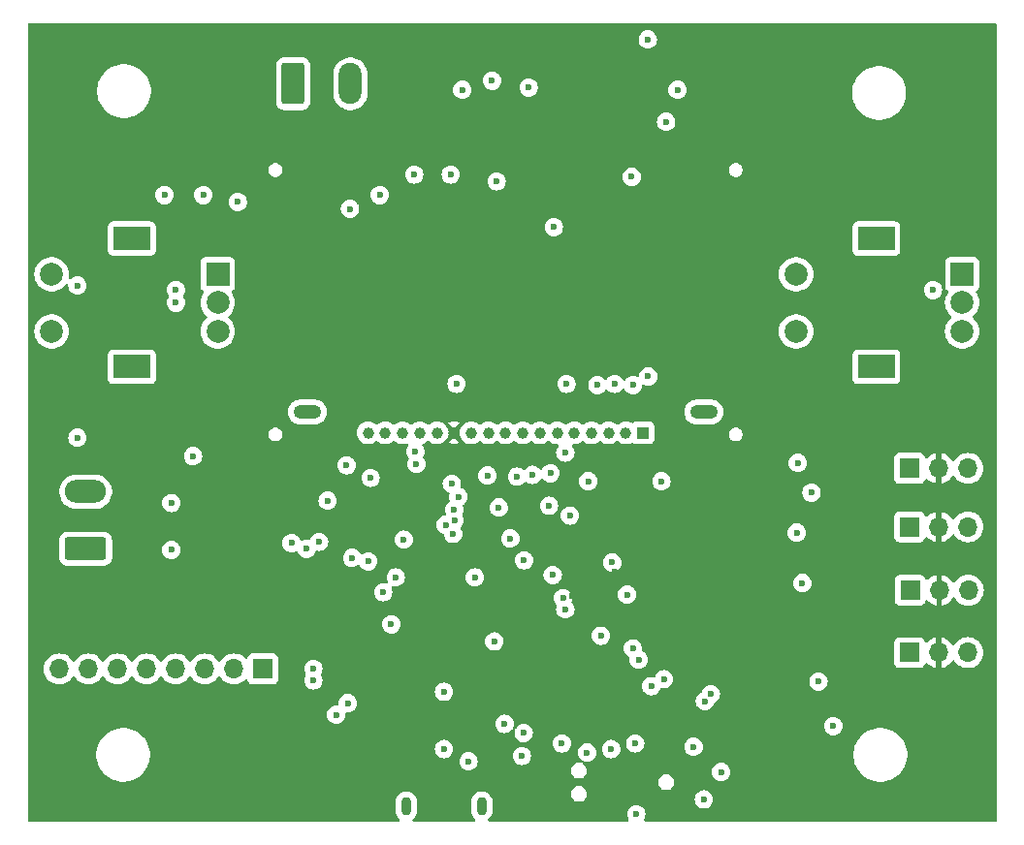
<source format=gbr>
%TF.GenerationSoftware,KiCad,Pcbnew,8.0.3-8.0.3-0~ubuntu24.04.1*%
%TF.CreationDate,2024-08-04T08:10:12-05:00*%
%TF.ProjectId,FRCMotorTester,4652434d-6f74-46f7-9254-65737465722e,rev?*%
%TF.SameCoordinates,Original*%
%TF.FileFunction,Copper,L3,Inr*%
%TF.FilePolarity,Positive*%
%FSLAX46Y46*%
G04 Gerber Fmt 4.6, Leading zero omitted, Abs format (unit mm)*
G04 Created by KiCad (PCBNEW 8.0.3-8.0.3-0~ubuntu24.04.1) date 2024-08-04 08:10:12*
%MOMM*%
%LPD*%
G01*
G04 APERTURE LIST*
G04 Aperture macros list*
%AMRoundRect*
0 Rectangle with rounded corners*
0 $1 Rounding radius*
0 $2 $3 $4 $5 $6 $7 $8 $9 X,Y pos of 4 corners*
0 Add a 4 corners polygon primitive as box body*
4,1,4,$2,$3,$4,$5,$6,$7,$8,$9,$2,$3,0*
0 Add four circle primitives for the rounded corners*
1,1,$1+$1,$2,$3*
1,1,$1+$1,$4,$5*
1,1,$1+$1,$6,$7*
1,1,$1+$1,$8,$9*
0 Add four rect primitives between the rounded corners*
20,1,$1+$1,$2,$3,$4,$5,0*
20,1,$1+$1,$4,$5,$6,$7,0*
20,1,$1+$1,$6,$7,$8,$9,0*
20,1,$1+$1,$8,$9,$2,$3,0*%
G04 Aperture macros list end*
%TA.AperFunction,ComponentPad*%
%ADD10R,1.700000X1.700000*%
%TD*%
%TA.AperFunction,ComponentPad*%
%ADD11O,1.700000X1.700000*%
%TD*%
%TA.AperFunction,ComponentPad*%
%ADD12O,0.900000X1.600000*%
%TD*%
%TA.AperFunction,ComponentPad*%
%ADD13RoundRect,0.250000X-0.750000X-1.550000X0.750000X-1.550000X0.750000X1.550000X-0.750000X1.550000X0*%
%TD*%
%TA.AperFunction,ComponentPad*%
%ADD14O,2.000000X3.600000*%
%TD*%
%TA.AperFunction,ComponentPad*%
%ADD15RoundRect,0.250000X1.550000X-0.750000X1.550000X0.750000X-1.550000X0.750000X-1.550000X-0.750000X0*%
%TD*%
%TA.AperFunction,ComponentPad*%
%ADD16O,3.600000X2.000000*%
%TD*%
%TA.AperFunction,ComponentPad*%
%ADD17O,2.416000X1.208000*%
%TD*%
%TA.AperFunction,ComponentPad*%
%ADD18C,1.000000*%
%TD*%
%TA.AperFunction,ComponentPad*%
%ADD19R,1.000000X1.000000*%
%TD*%
%TA.AperFunction,ComponentPad*%
%ADD20R,2.000000X2.000000*%
%TD*%
%TA.AperFunction,ComponentPad*%
%ADD21C,2.000000*%
%TD*%
%TA.AperFunction,ComponentPad*%
%ADD22R,3.200000X2.000000*%
%TD*%
%TA.AperFunction,ViaPad*%
%ADD23C,0.600000*%
%TD*%
G04 APERTURE END LIST*
D10*
%TO.N,SPARE1*%
%TO.C,J9*%
X111200000Y-93000000D03*
D11*
%TO.N,SPARE2*%
X108660000Y-93000000D03*
%TO.N,SPARE3*%
X106120000Y-93000000D03*
%TO.N,SPARE4*%
X103580000Y-93000000D03*
%TO.N,SPARE5*%
X101040000Y-93000000D03*
%TO.N,SPARE6*%
X98500000Y-93000000D03*
%TO.N,SPARE7*%
X95960000Y-93000000D03*
%TO.N,SPARE8*%
X93420000Y-93000000D03*
%TD*%
D10*
%TO.N,GND*%
%TO.C,J3*%
X167675000Y-75475000D03*
D11*
%TO.N,3V3*%
X170215000Y-75475000D03*
%TO.N,ANALOG_IN*%
X172755000Y-75475000D03*
%TD*%
D12*
%TO.N,GND*%
%TO.C,J1*%
X130300000Y-105000000D03*
X123700000Y-105000000D03*
%TD*%
D13*
%TO.N,GND*%
%TO.C,J2*%
X113832000Y-41870500D03*
D14*
%TO.N,/Power/VIN*%
X118832000Y-41870500D03*
%TD*%
D15*
%TO.N,Net-(J8-Pin_1)*%
%TO.C,J8*%
X95722500Y-82500000D03*
D16*
%TO.N,Net-(J8-Pin_2)*%
X95722500Y-77500000D03*
%TD*%
D10*
%TO.N,GND*%
%TO.C,J4*%
X167675000Y-91575000D03*
D11*
%TO.N,3V3*%
X170215000Y-91575000D03*
%TO.N,GENIO_01*%
X172755000Y-91575000D03*
%TD*%
D10*
%TO.N,GND*%
%TO.C,J6*%
X167675000Y-80575000D03*
D11*
%TO.N,3V3*%
X170215000Y-80575000D03*
%TO.N,GENIO_03*%
X172755000Y-80575000D03*
%TD*%
D10*
%TO.N,GND*%
%TO.C,J5*%
X167700000Y-86100000D03*
D11*
%TO.N,3V3*%
X170240000Y-86100000D03*
%TO.N,GENIO_02*%
X172780000Y-86100000D03*
%TD*%
D17*
%TO.N,GND*%
%TO.C,DS1*%
X115088500Y-70560000D03*
%TO.N,3V0*%
X149688500Y-70560000D03*
D18*
%TO.N,DISP_SS*%
X120388500Y-72360000D03*
%TO.N,DISP_RESET*%
X121888500Y-72360000D03*
%TO.N,DISP_DATA*%
X123388500Y-72360000D03*
%TO.N,DISP_SCLK*%
X124888500Y-72360000D03*
%TO.N,DISP_SO*%
X126388500Y-72360000D03*
%TO.N,3V3*%
X127888500Y-72360000D03*
%TO.N,GND*%
X129388500Y-72360000D03*
%TO.N,Net-(DS1-VOUT)*%
X130888500Y-72360000D03*
%TO.N,Net-(DS1-C1-)*%
X132388500Y-72360000D03*
%TO.N,Net-(DS1-C1+)*%
X133888500Y-72360000D03*
%TO.N,Net-(DS1-C2+)*%
X135388500Y-72360000D03*
%TO.N,Net-(DS1-C2-)*%
X136888500Y-72360000D03*
%TO.N,Net-(DS1-V4)*%
X138388500Y-72360000D03*
%TO.N,Net-(DS1-V3)*%
X139888500Y-72360000D03*
%TO.N,Net-(DS1-V2)*%
X141388500Y-72360000D03*
%TO.N,Net-(DS1-V1)*%
X142888500Y-72360000D03*
D19*
%TO.N,Net-(DS1-V0)*%
X144388500Y-72360000D03*
%TD*%
D20*
%TO.N,ENC2A*%
%TO.C,SW3*%
X172250000Y-58500000D03*
D21*
%TO.N,ENC2B*%
X172250000Y-63500000D03*
%TO.N,GND*%
X172250000Y-61000000D03*
D22*
%TO.N,N/C*%
X164750000Y-66600000D03*
X164750000Y-55400000D03*
D21*
%TO.N,PRESS2*%
X157750000Y-63500000D03*
%TO.N,GND*%
X157750000Y-58500000D03*
%TD*%
D20*
%TO.N,ENC1A*%
%TO.C,SW2*%
X107250000Y-58500000D03*
D21*
%TO.N,ENC1B*%
X107250000Y-63500000D03*
%TO.N,GND*%
X107250000Y-61000000D03*
D22*
%TO.N,N/C*%
X99750000Y-66600000D03*
X99750000Y-55400000D03*
D21*
%TO.N,PRESS1*%
X92750000Y-63500000D03*
%TO.N,GND*%
X92750000Y-58500000D03*
%TD*%
D23*
%TO.N,GND*%
X128100000Y-68100000D03*
X143500000Y-91200000D03*
%TO.N,3V3*%
X141800000Y-91200000D03*
%TO.N,GND*%
X118600000Y-96000000D03*
%TO.N,3V3*%
X159600000Y-105200000D03*
%TO.N,PRESS1*%
X105100000Y-74400000D03*
X118500000Y-75200000D03*
X127800000Y-81200000D03*
%TO.N,3V3*%
X126800000Y-54900000D03*
X125900000Y-54100000D03*
%TO.N,VCC*%
X137600000Y-74100000D03*
X136600000Y-54400000D03*
%TO.N,GND*%
X143800000Y-105700000D03*
X141600000Y-100000000D03*
X139500000Y-100300000D03*
%TO.N,3V3*%
X153500000Y-83800000D03*
%TO.N,ANALOG_IN*%
X159100000Y-77600000D03*
X138000000Y-79600000D03*
%TO.N,VIN_MEAS*%
X118800000Y-52800000D03*
X124500000Y-74000000D03*
%TO.N,VCC_MEAS*%
X131800000Y-78900000D03*
X136300000Y-75900000D03*
%TO.N,GND*%
X130800000Y-76100000D03*
X133400000Y-76200000D03*
X134736500Y-76039699D03*
%TO.N,3V3*%
X134000000Y-79100000D03*
X132900000Y-79000000D03*
%TO.N,GND*%
X136179478Y-78744680D03*
X134000000Y-83500000D03*
X132800000Y-81600000D03*
%TO.N,3V3*%
X134134018Y-82417406D03*
X132000000Y-82600000D03*
X127500000Y-86800000D03*
%TO.N,GND*%
X159700000Y-94100000D03*
X158300000Y-85500000D03*
X157800000Y-81100000D03*
X157900000Y-75000000D03*
%TO.N,3V3*%
X162700000Y-72600000D03*
X162700000Y-78500000D03*
X162700000Y-89100000D03*
X162700000Y-83800000D03*
%TO.N,VCC*%
X115000000Y-82500000D03*
%TO.N,3V3*%
X114000000Y-78800000D03*
X113700000Y-77900000D03*
X132636500Y-94990721D03*
X141900000Y-84500000D03*
X141900000Y-85400000D03*
X141000000Y-87600000D03*
X138200000Y-86600000D03*
X138600000Y-87300000D03*
X132836500Y-92347788D03*
X133963500Y-94860350D03*
X124600000Y-88300000D03*
X124600000Y-86900000D03*
%TO.N,NRST*%
X144000000Y-92200000D03*
X148800000Y-99800000D03*
X141700000Y-83700000D03*
X136500000Y-84800000D03*
%TO.N,3V3*%
X146900000Y-83100000D03*
%TO.N,GND*%
X140700000Y-90100000D03*
%TO.N,LED2*%
X146200000Y-93900000D03*
X151200000Y-102000000D03*
%TO.N,LED1*%
X149700000Y-104400000D03*
%TO.N,ENC2A*%
X161000000Y-98000000D03*
%TO.N,LED1*%
X145100000Y-94500000D03*
%TO.N,PRESS2*%
X150300000Y-95200000D03*
%TO.N,ENC2B*%
X149787851Y-95814579D03*
%TO.N,3V3*%
X145300000Y-99500000D03*
%TO.N,SWDIO*%
X137300000Y-99500000D03*
X143700000Y-99500000D03*
%TO.N,ID*%
X133800000Y-100600000D03*
%TO.N,GND*%
X143000000Y-86500000D03*
%TO.N,3V3*%
X159312500Y-102400000D03*
%TO.N,ENC1B*%
X115600000Y-94000000D03*
%TO.N,ENC1A*%
X115600000Y-93000000D03*
%TO.N,GND*%
X169700000Y-59900000D03*
X140400000Y-68200000D03*
X141900000Y-68100000D03*
X143500000Y-68200000D03*
X144836500Y-67443284D03*
X137700000Y-68100000D03*
%TO.N,3V3*%
X127900000Y-70700000D03*
%TO.N,DISP_SO*%
X127900000Y-79100000D03*
%TO.N,DISP_SCLK*%
X128254313Y-77948777D03*
%TO.N,DISP_DATA*%
X127931311Y-80028222D03*
X124600000Y-75100000D03*
%TO.N,PRESS1*%
X95000000Y-72800000D03*
%TO.N,GND*%
X103600000Y-61000000D03*
X103600000Y-59900000D03*
X95000000Y-59500000D03*
%TO.N,CAN_EN*%
X127153671Y-80404012D03*
X120598455Y-76301545D03*
%TO.N,CAN_RX*%
X137398455Y-86801545D03*
X123500000Y-81700000D03*
%TO.N,CAN_TX*%
X137600000Y-87800000D03*
X119000000Y-83300000D03*
%TO.N,GND*%
X113700000Y-82000000D03*
X116100000Y-81900000D03*
X116846000Y-78300000D03*
X127690813Y-76830185D03*
X122400000Y-89100000D03*
X121700000Y-86300000D03*
X120400000Y-83600000D03*
%TO.N,CAN_STB*%
X129700000Y-85000000D03*
X122800000Y-85000000D03*
%TO.N,Net-(J8-Pin_2)*%
X103200000Y-78500000D03*
X103200000Y-82600000D03*
%TO.N,GND*%
X133963500Y-98600000D03*
X132300000Y-97800000D03*
%TO.N,ID*%
X131400000Y-90600000D03*
%TO.N,GND*%
X127000000Y-100000000D03*
X129146496Y-101076927D03*
%TO.N,VCC*%
X127000000Y-95000000D03*
X117600000Y-97000000D03*
X121400000Y-51600000D03*
%TO.N,GND*%
X146000000Y-76600000D03*
X139600000Y-76600000D03*
X109000000Y-52200000D03*
X106000000Y-51600000D03*
X102600000Y-51600000D03*
X131600000Y-50400000D03*
X143400000Y-50000000D03*
%TO.N,3V3*%
X128600000Y-65600000D03*
%TO.N,GND*%
X127600000Y-49800000D03*
X124400000Y-49800000D03*
X131200000Y-41600000D03*
X128600000Y-42400000D03*
%TO.N,Net-(D3-A)*%
X134400000Y-42200000D03*
X146400000Y-45200000D03*
%TO.N,GND*%
X147400000Y-42400000D03*
X144800000Y-38000000D03*
%TD*%
%TA.AperFunction,Conductor*%
%TO.N,3V3*%
G36*
X175210539Y-36588185D02*
G01*
X175256294Y-36640989D01*
X175267500Y-36692500D01*
X175267500Y-106199500D01*
X175247815Y-106266539D01*
X175195011Y-106312294D01*
X175143500Y-106323500D01*
X144577998Y-106323500D01*
X144510959Y-106303815D01*
X144465204Y-106251011D01*
X144455260Y-106181853D01*
X144473005Y-106133527D01*
X144525788Y-106049524D01*
X144585368Y-105879254D01*
X144585369Y-105879249D01*
X144605565Y-105700003D01*
X144605565Y-105699996D01*
X144585369Y-105520750D01*
X144585368Y-105520745D01*
X144525788Y-105350476D01*
X144429815Y-105197737D01*
X144302262Y-105070184D01*
X144149523Y-104974211D01*
X143979254Y-104914631D01*
X143979249Y-104914630D01*
X143800004Y-104894435D01*
X143799996Y-104894435D01*
X143620750Y-104914630D01*
X143620745Y-104914631D01*
X143450476Y-104974211D01*
X143297737Y-105070184D01*
X143170184Y-105197737D01*
X143074211Y-105350476D01*
X143014631Y-105520745D01*
X143014630Y-105520750D01*
X142994435Y-105699996D01*
X142994435Y-105700003D01*
X143014630Y-105879249D01*
X143014631Y-105879254D01*
X143074211Y-106049524D01*
X143126995Y-106133527D01*
X143145996Y-106200764D01*
X143125629Y-106267599D01*
X143072361Y-106312814D01*
X143022002Y-106323500D01*
X130962683Y-106323500D01*
X130895644Y-106303815D01*
X130849889Y-106251011D01*
X130839945Y-106181853D01*
X130868970Y-106118297D01*
X130893792Y-106096398D01*
X130897965Y-106093608D01*
X130905908Y-106088302D01*
X131038302Y-105955908D01*
X131142322Y-105800231D01*
X131213973Y-105627251D01*
X131250500Y-105443616D01*
X131250500Y-104556384D01*
X131213973Y-104372749D01*
X131142322Y-104199769D01*
X131142321Y-104199768D01*
X131142318Y-104199762D01*
X131038302Y-104044092D01*
X131038299Y-104044088D01*
X130905911Y-103911700D01*
X130905907Y-103911697D01*
X130809778Y-103847465D01*
X138094200Y-103847465D01*
X138094200Y-103984534D01*
X138120937Y-104118949D01*
X138120940Y-104118961D01*
X138173386Y-104245578D01*
X138173393Y-104245591D01*
X138249536Y-104359546D01*
X138249539Y-104359550D01*
X138346449Y-104456460D01*
X138346453Y-104456463D01*
X138460408Y-104532606D01*
X138460421Y-104532613D01*
X138573026Y-104579255D01*
X138587043Y-104585061D01*
X138721465Y-104611799D01*
X138721469Y-104611800D01*
X138721470Y-104611800D01*
X138858531Y-104611800D01*
X138858532Y-104611799D01*
X138992957Y-104585061D01*
X139119585Y-104532610D01*
X139233547Y-104456463D01*
X139290014Y-104399996D01*
X148894435Y-104399996D01*
X148894435Y-104400003D01*
X148914630Y-104579249D01*
X148914631Y-104579254D01*
X148974211Y-104749523D01*
X149065266Y-104894435D01*
X149070184Y-104902262D01*
X149197738Y-105029816D01*
X149350478Y-105125789D01*
X149520745Y-105185368D01*
X149520750Y-105185369D01*
X149699996Y-105205565D01*
X149700000Y-105205565D01*
X149700004Y-105205565D01*
X149879249Y-105185369D01*
X149879252Y-105185368D01*
X149879255Y-105185368D01*
X150049522Y-105125789D01*
X150202262Y-105029816D01*
X150329816Y-104902262D01*
X150425789Y-104749522D01*
X150485368Y-104579255D01*
X150487945Y-104556383D01*
X150505565Y-104400003D01*
X150505565Y-104399996D01*
X150485369Y-104220750D01*
X150485368Y-104220745D01*
X150425788Y-104050476D01*
X150338589Y-103911700D01*
X150329816Y-103897738D01*
X150202262Y-103770184D01*
X150147902Y-103736027D01*
X150049523Y-103674211D01*
X149879254Y-103614631D01*
X149879249Y-103614630D01*
X149700004Y-103594435D01*
X149699996Y-103594435D01*
X149520750Y-103614630D01*
X149520745Y-103614631D01*
X149350476Y-103674211D01*
X149197737Y-103770184D01*
X149070184Y-103897737D01*
X148974211Y-104050476D01*
X148914631Y-104220745D01*
X148914630Y-104220750D01*
X148894435Y-104399996D01*
X139290014Y-104399996D01*
X139330463Y-104359547D01*
X139406610Y-104245585D01*
X139459061Y-104118957D01*
X139485800Y-103984530D01*
X139485800Y-103847470D01*
X139459061Y-103713043D01*
X139418298Y-103614632D01*
X139406613Y-103586421D01*
X139406606Y-103586408D01*
X139330463Y-103472453D01*
X139330460Y-103472449D01*
X139233550Y-103375539D01*
X139233546Y-103375536D01*
X139119591Y-103299393D01*
X139119578Y-103299386D01*
X138992961Y-103246940D01*
X138992949Y-103246937D01*
X138858534Y-103220200D01*
X138858530Y-103220200D01*
X138721470Y-103220200D01*
X138721465Y-103220200D01*
X138587050Y-103246937D01*
X138587038Y-103246940D01*
X138460421Y-103299386D01*
X138460408Y-103299393D01*
X138346453Y-103375536D01*
X138346449Y-103375539D01*
X138249539Y-103472449D01*
X138249536Y-103472453D01*
X138173393Y-103586408D01*
X138173386Y-103586421D01*
X138120940Y-103713038D01*
X138120937Y-103713050D01*
X138094200Y-103847465D01*
X130809778Y-103847465D01*
X130750237Y-103807681D01*
X130750228Y-103807676D01*
X130577251Y-103736027D01*
X130577243Y-103736025D01*
X130393620Y-103699500D01*
X130393616Y-103699500D01*
X130206384Y-103699500D01*
X130206379Y-103699500D01*
X130022756Y-103736025D01*
X130022748Y-103736027D01*
X129849771Y-103807676D01*
X129849762Y-103807681D01*
X129694092Y-103911697D01*
X129694088Y-103911700D01*
X129561700Y-104044088D01*
X129561697Y-104044092D01*
X129457681Y-104199762D01*
X129457676Y-104199771D01*
X129386027Y-104372748D01*
X129386025Y-104372756D01*
X129349500Y-104556379D01*
X129349500Y-105443620D01*
X129386025Y-105627243D01*
X129386027Y-105627251D01*
X129457676Y-105800228D01*
X129457681Y-105800237D01*
X129561697Y-105955907D01*
X129561700Y-105955911D01*
X129694088Y-106088299D01*
X129694092Y-106088302D01*
X129706208Y-106096398D01*
X129751013Y-106150010D01*
X129759720Y-106219335D01*
X129729566Y-106282363D01*
X129670123Y-106319082D01*
X129637317Y-106323500D01*
X124362683Y-106323500D01*
X124295644Y-106303815D01*
X124249889Y-106251011D01*
X124239945Y-106181853D01*
X124268970Y-106118297D01*
X124293792Y-106096398D01*
X124297965Y-106093608D01*
X124305908Y-106088302D01*
X124438302Y-105955908D01*
X124542322Y-105800231D01*
X124613973Y-105627251D01*
X124650500Y-105443616D01*
X124650500Y-104556384D01*
X124613973Y-104372749D01*
X124542322Y-104199769D01*
X124542321Y-104199768D01*
X124542318Y-104199762D01*
X124438302Y-104044092D01*
X124438299Y-104044088D01*
X124305911Y-103911700D01*
X124305907Y-103911697D01*
X124150237Y-103807681D01*
X124150228Y-103807676D01*
X123977251Y-103736027D01*
X123977243Y-103736025D01*
X123793620Y-103699500D01*
X123793616Y-103699500D01*
X123606384Y-103699500D01*
X123606379Y-103699500D01*
X123422756Y-103736025D01*
X123422748Y-103736027D01*
X123249771Y-103807676D01*
X123249762Y-103807681D01*
X123094092Y-103911697D01*
X123094088Y-103911700D01*
X122961700Y-104044088D01*
X122961697Y-104044092D01*
X122857681Y-104199762D01*
X122857676Y-104199771D01*
X122786027Y-104372748D01*
X122786025Y-104372756D01*
X122749500Y-104556379D01*
X122749500Y-105443620D01*
X122786025Y-105627243D01*
X122786027Y-105627251D01*
X122857676Y-105800228D01*
X122857681Y-105800237D01*
X122961697Y-105955907D01*
X122961700Y-105955911D01*
X123094088Y-106088299D01*
X123094092Y-106088302D01*
X123106208Y-106096398D01*
X123151013Y-106150010D01*
X123159720Y-106219335D01*
X123129566Y-106282363D01*
X123070123Y-106319082D01*
X123037317Y-106323500D01*
X90794500Y-106323500D01*
X90727461Y-106303815D01*
X90681706Y-106251011D01*
X90670500Y-106199500D01*
X90670500Y-100345946D01*
X96649500Y-100345946D01*
X96649500Y-100654053D01*
X96649501Y-100654069D01*
X96689717Y-100959542D01*
X96769464Y-101257162D01*
X96887376Y-101541826D01*
X96887381Y-101541837D01*
X96980014Y-101702280D01*
X97041438Y-101808670D01*
X97041440Y-101808673D01*
X97041441Y-101808674D01*
X97229007Y-102053115D01*
X97229013Y-102053122D01*
X97446877Y-102270986D01*
X97446884Y-102270992D01*
X97520587Y-102327546D01*
X97691330Y-102458562D01*
X97855004Y-102553059D01*
X97958162Y-102612618D01*
X97958167Y-102612620D01*
X97958170Y-102612622D01*
X98242836Y-102730535D01*
X98540456Y-102810282D01*
X98845940Y-102850500D01*
X98845947Y-102850500D01*
X99154053Y-102850500D01*
X99154060Y-102850500D01*
X99298644Y-102831465D01*
X145714200Y-102831465D01*
X145714200Y-102968534D01*
X145740937Y-103102949D01*
X145740940Y-103102961D01*
X145793386Y-103229578D01*
X145793393Y-103229591D01*
X145869536Y-103343546D01*
X145869539Y-103343550D01*
X145966449Y-103440460D01*
X145966453Y-103440463D01*
X146080408Y-103516606D01*
X146080421Y-103516613D01*
X146207038Y-103569059D01*
X146207043Y-103569061D01*
X146334608Y-103594435D01*
X146341465Y-103595799D01*
X146341469Y-103595800D01*
X146341470Y-103595800D01*
X146478531Y-103595800D01*
X146478532Y-103595799D01*
X146612957Y-103569061D01*
X146739585Y-103516610D01*
X146853547Y-103440463D01*
X146950463Y-103343547D01*
X147026610Y-103229585D01*
X147079061Y-103102957D01*
X147105800Y-102968530D01*
X147105800Y-102831470D01*
X147079061Y-102697043D01*
X147051215Y-102629816D01*
X147026613Y-102570421D01*
X147026606Y-102570408D01*
X146950463Y-102456453D01*
X146950460Y-102456449D01*
X146853550Y-102359539D01*
X146853546Y-102359536D01*
X146739591Y-102283393D01*
X146739578Y-102283386D01*
X146612961Y-102230940D01*
X146612949Y-102230937D01*
X146478534Y-102204200D01*
X146478530Y-102204200D01*
X146341470Y-102204200D01*
X146341465Y-102204200D01*
X146207050Y-102230937D01*
X146207038Y-102230940D01*
X146080421Y-102283386D01*
X146080408Y-102283393D01*
X145966453Y-102359536D01*
X145966449Y-102359539D01*
X145869539Y-102456449D01*
X145869536Y-102456453D01*
X145793393Y-102570408D01*
X145793386Y-102570421D01*
X145740940Y-102697038D01*
X145740937Y-102697050D01*
X145714200Y-102831465D01*
X99298644Y-102831465D01*
X99459544Y-102810282D01*
X99757164Y-102730535D01*
X100041830Y-102612622D01*
X100308670Y-102458562D01*
X100553117Y-102270991D01*
X100770991Y-102053117D01*
X100958562Y-101808670D01*
X101112622Y-101541830D01*
X101230535Y-101257164D01*
X101278830Y-101076923D01*
X128340931Y-101076923D01*
X128340931Y-101076930D01*
X128361126Y-101256176D01*
X128361127Y-101256181D01*
X128420707Y-101426450D01*
X128429506Y-101440453D01*
X128516680Y-101579189D01*
X128644234Y-101706743D01*
X128796974Y-101802716D01*
X128967241Y-101862295D01*
X128967246Y-101862296D01*
X129146492Y-101882492D01*
X129146496Y-101882492D01*
X129146500Y-101882492D01*
X129325745Y-101862296D01*
X129325748Y-101862295D01*
X129325751Y-101862295D01*
X129459583Y-101815465D01*
X138094200Y-101815465D01*
X138094200Y-101952534D01*
X138120937Y-102086949D01*
X138120940Y-102086961D01*
X138173386Y-102213578D01*
X138173393Y-102213591D01*
X138249536Y-102327546D01*
X138249539Y-102327550D01*
X138346449Y-102424460D01*
X138346453Y-102424463D01*
X138460408Y-102500606D01*
X138460421Y-102500613D01*
X138587038Y-102553059D01*
X138587043Y-102553061D01*
X138721465Y-102579799D01*
X138721469Y-102579800D01*
X138721470Y-102579800D01*
X138858531Y-102579800D01*
X138858532Y-102579799D01*
X138992957Y-102553061D01*
X139119585Y-102500610D01*
X139233547Y-102424463D01*
X139330463Y-102327547D01*
X139406610Y-102213585D01*
X139459061Y-102086957D01*
X139476358Y-101999996D01*
X150394435Y-101999996D01*
X150394435Y-102000003D01*
X150414630Y-102179249D01*
X150414631Y-102179254D01*
X150474211Y-102349523D01*
X150541398Y-102456449D01*
X150570184Y-102502262D01*
X150697738Y-102629816D01*
X150850478Y-102725789D01*
X151020745Y-102785368D01*
X151020750Y-102785369D01*
X151199996Y-102805565D01*
X151200000Y-102805565D01*
X151200004Y-102805565D01*
X151379249Y-102785369D01*
X151379252Y-102785368D01*
X151379255Y-102785368D01*
X151549522Y-102725789D01*
X151702262Y-102629816D01*
X151829816Y-102502262D01*
X151925789Y-102349522D01*
X151985368Y-102179255D01*
X151995767Y-102086961D01*
X152005565Y-102000003D01*
X152005565Y-101999996D01*
X151985369Y-101820750D01*
X151985368Y-101820745D01*
X151945477Y-101706743D01*
X151925789Y-101650478D01*
X151829816Y-101497738D01*
X151702262Y-101370184D01*
X151631608Y-101325789D01*
X151549523Y-101274211D01*
X151379254Y-101214631D01*
X151379249Y-101214630D01*
X151200004Y-101194435D01*
X151199996Y-101194435D01*
X151020750Y-101214630D01*
X151020745Y-101214631D01*
X150850476Y-101274211D01*
X150697737Y-101370184D01*
X150570184Y-101497737D01*
X150474211Y-101650476D01*
X150414631Y-101820745D01*
X150414630Y-101820750D01*
X150394435Y-101999996D01*
X139476358Y-101999996D01*
X139485800Y-101952530D01*
X139485800Y-101815470D01*
X139459061Y-101681043D01*
X139416872Y-101579189D01*
X139406613Y-101554421D01*
X139406606Y-101554408D01*
X139330463Y-101440453D01*
X139330460Y-101440449D01*
X139233550Y-101343539D01*
X139233546Y-101343536D01*
X139138972Y-101280343D01*
X139094167Y-101226730D01*
X139090715Y-101199246D01*
X139066336Y-101215268D01*
X138998966Y-101215954D01*
X138998932Y-101216127D01*
X138998109Y-101215963D01*
X138996470Y-101215980D01*
X138994201Y-101215316D01*
X138992954Y-101214938D01*
X138858534Y-101188200D01*
X138858530Y-101188200D01*
X138721470Y-101188200D01*
X138721465Y-101188200D01*
X138587050Y-101214937D01*
X138587038Y-101214940D01*
X138460421Y-101267386D01*
X138460408Y-101267393D01*
X138346453Y-101343536D01*
X138346449Y-101343539D01*
X138249539Y-101440449D01*
X138249536Y-101440453D01*
X138173393Y-101554408D01*
X138173386Y-101554421D01*
X138120940Y-101681038D01*
X138120937Y-101681050D01*
X138094200Y-101815465D01*
X129459583Y-101815465D01*
X129496018Y-101802716D01*
X129648758Y-101706743D01*
X129776312Y-101579189D01*
X129872285Y-101426449D01*
X129931864Y-101256182D01*
X129934835Y-101229815D01*
X129952061Y-101076930D01*
X129952061Y-101076923D01*
X129931865Y-100897677D01*
X129931864Y-100897672D01*
X129899634Y-100805565D01*
X129872285Y-100727405D01*
X129792229Y-100599996D01*
X132994435Y-100599996D01*
X132994435Y-100600003D01*
X133014630Y-100779249D01*
X133014631Y-100779254D01*
X133074211Y-100949523D01*
X133159569Y-101085368D01*
X133170184Y-101102262D01*
X133297738Y-101229816D01*
X133450478Y-101325789D01*
X133501199Y-101343537D01*
X133620745Y-101385368D01*
X133620750Y-101385369D01*
X133799996Y-101405565D01*
X133800000Y-101405565D01*
X133800004Y-101405565D01*
X133979249Y-101385369D01*
X133979252Y-101385368D01*
X133979255Y-101385368D01*
X134149522Y-101325789D01*
X134302262Y-101229816D01*
X134429816Y-101102262D01*
X134525789Y-100949522D01*
X134585368Y-100779255D01*
X134591210Y-100727405D01*
X134605565Y-100600003D01*
X134605565Y-100599996D01*
X134585369Y-100420750D01*
X134585368Y-100420745D01*
X134559195Y-100345946D01*
X134525789Y-100250478D01*
X134429816Y-100097738D01*
X134302262Y-99970184D01*
X134270897Y-99950476D01*
X134149523Y-99874211D01*
X133979254Y-99814631D01*
X133979249Y-99814630D01*
X133800004Y-99794435D01*
X133799996Y-99794435D01*
X133620750Y-99814630D01*
X133620745Y-99814631D01*
X133450476Y-99874211D01*
X133297737Y-99970184D01*
X133170184Y-100097737D01*
X133074211Y-100250476D01*
X133014631Y-100420745D01*
X133014630Y-100420750D01*
X132994435Y-100599996D01*
X129792229Y-100599996D01*
X129776312Y-100574665D01*
X129648758Y-100447111D01*
X129606797Y-100420745D01*
X129496019Y-100351138D01*
X129325750Y-100291558D01*
X129325745Y-100291557D01*
X129146500Y-100271362D01*
X129146492Y-100271362D01*
X128967246Y-100291557D01*
X128967241Y-100291558D01*
X128796972Y-100351138D01*
X128644233Y-100447111D01*
X128516680Y-100574664D01*
X128420707Y-100727403D01*
X128361127Y-100897672D01*
X128361126Y-100897677D01*
X128340931Y-101076923D01*
X101278830Y-101076923D01*
X101310282Y-100959544D01*
X101350500Y-100654060D01*
X101350500Y-100345940D01*
X101310282Y-100040456D01*
X101299441Y-99999996D01*
X126194435Y-99999996D01*
X126194435Y-100000003D01*
X126214630Y-100179249D01*
X126214631Y-100179254D01*
X126274211Y-100349523D01*
X126324662Y-100429815D01*
X126370184Y-100502262D01*
X126497738Y-100629816D01*
X126650478Y-100725789D01*
X126803258Y-100779249D01*
X126820745Y-100785368D01*
X126820750Y-100785369D01*
X126999996Y-100805565D01*
X127000000Y-100805565D01*
X127000004Y-100805565D01*
X127179249Y-100785369D01*
X127179252Y-100785368D01*
X127179255Y-100785368D01*
X127349522Y-100725789D01*
X127502262Y-100629816D01*
X127629816Y-100502262D01*
X127725789Y-100349522D01*
X127785368Y-100179255D01*
X127788718Y-100149522D01*
X127805565Y-100000003D01*
X127805565Y-99999996D01*
X127785369Y-99820750D01*
X127785368Y-99820745D01*
X127778108Y-99799996D01*
X127725789Y-99650478D01*
X127707106Y-99620745D01*
X127640431Y-99514632D01*
X127631235Y-99499996D01*
X136494435Y-99499996D01*
X136494435Y-99500003D01*
X136514630Y-99679249D01*
X136514631Y-99679254D01*
X136574211Y-99849523D01*
X136637646Y-99950478D01*
X136670184Y-100002262D01*
X136797738Y-100129816D01*
X136950478Y-100225789D01*
X137080718Y-100271362D01*
X137120745Y-100285368D01*
X137120750Y-100285369D01*
X137299996Y-100305565D01*
X137300000Y-100305565D01*
X137300004Y-100305565D01*
X137349430Y-100299996D01*
X138694435Y-100299996D01*
X138694435Y-100300003D01*
X138714630Y-100479249D01*
X138714631Y-100479254D01*
X138774211Y-100649523D01*
X138823147Y-100727403D01*
X138870184Y-100802262D01*
X138997738Y-100929816D01*
X139096161Y-100991659D01*
X139142452Y-101043994D01*
X139147211Y-101074860D01*
X139175058Y-101057659D01*
X139244916Y-101058907D01*
X139248818Y-101060200D01*
X139320737Y-101085366D01*
X139320743Y-101085367D01*
X139320745Y-101085368D01*
X139320746Y-101085368D01*
X139320750Y-101085369D01*
X139499996Y-101105565D01*
X139500000Y-101105565D01*
X139500004Y-101105565D01*
X139679249Y-101085369D01*
X139679252Y-101085368D01*
X139679255Y-101085368D01*
X139849522Y-101025789D01*
X140002262Y-100929816D01*
X140129816Y-100802262D01*
X140225789Y-100649522D01*
X140285368Y-100479255D01*
X140288990Y-100447111D01*
X140305565Y-100300003D01*
X140305565Y-100299996D01*
X140285369Y-100120750D01*
X140285368Y-100120745D01*
X140243116Y-99999996D01*
X140794435Y-99999996D01*
X140794435Y-100000003D01*
X140814630Y-100179249D01*
X140814631Y-100179254D01*
X140874211Y-100349523D01*
X140924662Y-100429815D01*
X140970184Y-100502262D01*
X141097738Y-100629816D01*
X141250478Y-100725789D01*
X141403258Y-100779249D01*
X141420745Y-100785368D01*
X141420750Y-100785369D01*
X141599996Y-100805565D01*
X141600000Y-100805565D01*
X141600004Y-100805565D01*
X141779249Y-100785369D01*
X141779252Y-100785368D01*
X141779255Y-100785368D01*
X141949522Y-100725789D01*
X142102262Y-100629816D01*
X142229816Y-100502262D01*
X142325789Y-100349522D01*
X142385368Y-100179255D01*
X142388718Y-100149522D01*
X142405565Y-100000003D01*
X142405565Y-99999996D01*
X142385369Y-99820750D01*
X142385368Y-99820745D01*
X142378108Y-99799996D01*
X142325789Y-99650478D01*
X142307106Y-99620745D01*
X142240431Y-99514632D01*
X142231235Y-99499996D01*
X142894435Y-99499996D01*
X142894435Y-99500003D01*
X142914630Y-99679249D01*
X142914631Y-99679254D01*
X142974211Y-99849523D01*
X143037646Y-99950478D01*
X143070184Y-100002262D01*
X143197738Y-100129816D01*
X143350478Y-100225789D01*
X143480718Y-100271362D01*
X143520745Y-100285368D01*
X143520750Y-100285369D01*
X143699996Y-100305565D01*
X143700000Y-100305565D01*
X143700004Y-100305565D01*
X143879249Y-100285369D01*
X143879252Y-100285368D01*
X143879255Y-100285368D01*
X144049522Y-100225789D01*
X144202262Y-100129816D01*
X144329816Y-100002262D01*
X144425789Y-99849522D01*
X144443119Y-99799996D01*
X147994435Y-99799996D01*
X147994435Y-99800003D01*
X148014630Y-99979249D01*
X148014631Y-99979254D01*
X148074211Y-100149523D01*
X148137646Y-100250478D01*
X148170184Y-100302262D01*
X148297738Y-100429816D01*
X148450478Y-100525789D01*
X148590155Y-100574664D01*
X148620745Y-100585368D01*
X148620750Y-100585369D01*
X148799996Y-100605565D01*
X148800000Y-100605565D01*
X148800004Y-100605565D01*
X148979249Y-100585369D01*
X148979252Y-100585368D01*
X148979255Y-100585368D01*
X149149522Y-100525789D01*
X149302262Y-100429816D01*
X149386132Y-100345946D01*
X162749500Y-100345946D01*
X162749500Y-100654053D01*
X162749501Y-100654069D01*
X162789717Y-100959542D01*
X162869464Y-101257162D01*
X162987376Y-101541826D01*
X162987381Y-101541837D01*
X163080014Y-101702280D01*
X163141438Y-101808670D01*
X163141440Y-101808673D01*
X163141441Y-101808674D01*
X163329007Y-102053115D01*
X163329013Y-102053122D01*
X163546877Y-102270986D01*
X163546884Y-102270992D01*
X163620587Y-102327546D01*
X163791330Y-102458562D01*
X163955004Y-102553059D01*
X164058162Y-102612618D01*
X164058167Y-102612620D01*
X164058170Y-102612622D01*
X164342836Y-102730535D01*
X164640456Y-102810282D01*
X164945940Y-102850500D01*
X164945947Y-102850500D01*
X165254053Y-102850500D01*
X165254060Y-102850500D01*
X165559544Y-102810282D01*
X165857164Y-102730535D01*
X166141830Y-102612622D01*
X166408670Y-102458562D01*
X166653117Y-102270991D01*
X166870991Y-102053117D01*
X167058562Y-101808670D01*
X167212622Y-101541830D01*
X167330535Y-101257164D01*
X167410282Y-100959544D01*
X167450500Y-100654060D01*
X167450500Y-100345940D01*
X167410282Y-100040456D01*
X167330535Y-99742836D01*
X167212622Y-99458170D01*
X167212620Y-99458167D01*
X167212618Y-99458162D01*
X167136191Y-99325788D01*
X167058562Y-99191330D01*
X166922975Y-99014630D01*
X166870992Y-98946884D01*
X166870986Y-98946877D01*
X166653122Y-98729013D01*
X166653115Y-98729007D01*
X166408674Y-98541441D01*
X166408673Y-98541440D01*
X166408670Y-98541438D01*
X166302280Y-98480014D01*
X166141837Y-98387381D01*
X166141826Y-98387376D01*
X165857162Y-98269464D01*
X165559542Y-98189717D01*
X165254069Y-98149501D01*
X165254066Y-98149500D01*
X165254060Y-98149500D01*
X164945940Y-98149500D01*
X164945934Y-98149500D01*
X164945930Y-98149501D01*
X164640457Y-98189717D01*
X164342837Y-98269464D01*
X164058173Y-98387376D01*
X164058162Y-98387381D01*
X163791325Y-98541441D01*
X163546884Y-98729007D01*
X163546877Y-98729013D01*
X163329013Y-98946877D01*
X163329007Y-98946884D01*
X163141441Y-99191325D01*
X162987381Y-99458162D01*
X162987376Y-99458173D01*
X162869464Y-99742837D01*
X162789717Y-100040457D01*
X162749501Y-100345930D01*
X162749500Y-100345946D01*
X149386132Y-100345946D01*
X149429816Y-100302262D01*
X149525789Y-100149522D01*
X149585368Y-99979255D01*
X149586390Y-99970184D01*
X149605565Y-99800003D01*
X149605565Y-99799996D01*
X149585369Y-99620750D01*
X149585368Y-99620745D01*
X149548237Y-99514630D01*
X149525789Y-99450478D01*
X149429816Y-99297738D01*
X149302262Y-99170184D01*
X149270897Y-99150476D01*
X149149523Y-99074211D01*
X148979254Y-99014631D01*
X148979249Y-99014630D01*
X148800004Y-98994435D01*
X148799996Y-98994435D01*
X148620750Y-99014630D01*
X148620745Y-99014631D01*
X148450476Y-99074211D01*
X148297737Y-99170184D01*
X148170184Y-99297737D01*
X148074211Y-99450476D01*
X148014631Y-99620745D01*
X148014630Y-99620750D01*
X147994435Y-99799996D01*
X144443119Y-99799996D01*
X144485368Y-99679255D01*
X144486390Y-99670184D01*
X144505565Y-99500003D01*
X144505565Y-99499996D01*
X144485369Y-99320750D01*
X144485368Y-99320745D01*
X144425789Y-99150478D01*
X144329816Y-98997738D01*
X144202262Y-98870184D01*
X144099422Y-98805565D01*
X144049523Y-98774211D01*
X143879254Y-98714631D01*
X143879249Y-98714630D01*
X143700004Y-98694435D01*
X143699996Y-98694435D01*
X143520750Y-98714630D01*
X143520745Y-98714631D01*
X143350476Y-98774211D01*
X143197737Y-98870184D01*
X143070184Y-98997737D01*
X142974211Y-99150476D01*
X142914631Y-99320745D01*
X142914630Y-99320750D01*
X142894435Y-99499996D01*
X142231235Y-99499996D01*
X142229816Y-99497738D01*
X142102262Y-99370184D01*
X142031608Y-99325789D01*
X141949523Y-99274211D01*
X141779254Y-99214631D01*
X141779249Y-99214630D01*
X141600004Y-99194435D01*
X141599996Y-99194435D01*
X141420750Y-99214630D01*
X141420745Y-99214631D01*
X141250476Y-99274211D01*
X141097737Y-99370184D01*
X140970184Y-99497737D01*
X140874211Y-99650476D01*
X140814631Y-99820745D01*
X140814630Y-99820750D01*
X140794435Y-99999996D01*
X140243116Y-99999996D01*
X140225789Y-99950478D01*
X140129816Y-99797738D01*
X140002262Y-99670184D01*
X139970897Y-99650476D01*
X139849523Y-99574211D01*
X139679254Y-99514631D01*
X139679249Y-99514630D01*
X139500004Y-99494435D01*
X139499996Y-99494435D01*
X139320750Y-99514630D01*
X139320745Y-99514631D01*
X139150476Y-99574211D01*
X138997737Y-99670184D01*
X138870184Y-99797737D01*
X138774211Y-99950476D01*
X138714631Y-100120745D01*
X138714630Y-100120750D01*
X138694435Y-100299996D01*
X137349430Y-100299996D01*
X137479249Y-100285369D01*
X137479252Y-100285368D01*
X137479255Y-100285368D01*
X137649522Y-100225789D01*
X137802262Y-100129816D01*
X137929816Y-100002262D01*
X138025789Y-99849522D01*
X138085368Y-99679255D01*
X138086390Y-99670184D01*
X138105565Y-99500003D01*
X138105565Y-99499996D01*
X138085369Y-99320750D01*
X138085368Y-99320745D01*
X138025789Y-99150478D01*
X137929816Y-98997738D01*
X137802262Y-98870184D01*
X137699422Y-98805565D01*
X137649523Y-98774211D01*
X137479254Y-98714631D01*
X137479249Y-98714630D01*
X137300004Y-98694435D01*
X137299996Y-98694435D01*
X137120750Y-98714630D01*
X137120745Y-98714631D01*
X136950476Y-98774211D01*
X136797737Y-98870184D01*
X136670184Y-98997737D01*
X136574211Y-99150476D01*
X136514631Y-99320745D01*
X136514630Y-99320750D01*
X136494435Y-99499996D01*
X127631235Y-99499996D01*
X127629816Y-99497738D01*
X127502262Y-99370184D01*
X127431608Y-99325789D01*
X127349523Y-99274211D01*
X127179254Y-99214631D01*
X127179249Y-99214630D01*
X127000004Y-99194435D01*
X126999996Y-99194435D01*
X126820750Y-99214630D01*
X126820745Y-99214631D01*
X126650476Y-99274211D01*
X126497737Y-99370184D01*
X126370184Y-99497737D01*
X126274211Y-99650476D01*
X126214631Y-99820745D01*
X126214630Y-99820750D01*
X126194435Y-99999996D01*
X101299441Y-99999996D01*
X101230535Y-99742836D01*
X101112622Y-99458170D01*
X101112620Y-99458167D01*
X101112618Y-99458162D01*
X101036191Y-99325788D01*
X100958562Y-99191330D01*
X100822975Y-99014630D01*
X100770992Y-98946884D01*
X100770986Y-98946877D01*
X100553122Y-98729013D01*
X100553115Y-98729007D01*
X100308674Y-98541441D01*
X100308673Y-98541440D01*
X100308670Y-98541438D01*
X100202280Y-98480014D01*
X100041837Y-98387381D01*
X100041826Y-98387376D01*
X99757162Y-98269464D01*
X99459542Y-98189717D01*
X99154069Y-98149501D01*
X99154066Y-98149500D01*
X99154060Y-98149500D01*
X98845940Y-98149500D01*
X98845934Y-98149500D01*
X98845930Y-98149501D01*
X98540457Y-98189717D01*
X98242837Y-98269464D01*
X97958173Y-98387376D01*
X97958162Y-98387381D01*
X97691325Y-98541441D01*
X97446884Y-98729007D01*
X97446877Y-98729013D01*
X97229013Y-98946877D01*
X97229007Y-98946884D01*
X97041441Y-99191325D01*
X96887381Y-99458162D01*
X96887376Y-99458173D01*
X96769464Y-99742837D01*
X96689717Y-100040457D01*
X96649501Y-100345930D01*
X96649500Y-100345946D01*
X90670500Y-100345946D01*
X90670500Y-96999996D01*
X116794435Y-96999996D01*
X116794435Y-97000003D01*
X116814630Y-97179249D01*
X116814631Y-97179254D01*
X116874211Y-97349523D01*
X116937646Y-97450478D01*
X116970184Y-97502262D01*
X117097738Y-97629816D01*
X117250478Y-97725789D01*
X117420745Y-97785368D01*
X117420750Y-97785369D01*
X117599996Y-97805565D01*
X117600000Y-97805565D01*
X117600004Y-97805565D01*
X117649430Y-97799996D01*
X131494435Y-97799996D01*
X131494435Y-97800003D01*
X131514630Y-97979249D01*
X131514631Y-97979254D01*
X131574211Y-98149523D01*
X131649576Y-98269465D01*
X131670184Y-98302262D01*
X131797738Y-98429816D01*
X131950478Y-98525789D01*
X131995209Y-98541441D01*
X132120745Y-98585368D01*
X132120750Y-98585369D01*
X132299996Y-98605565D01*
X132300000Y-98605565D01*
X132300004Y-98605565D01*
X132349430Y-98599996D01*
X133157935Y-98599996D01*
X133157935Y-98600003D01*
X133178130Y-98779249D01*
X133178131Y-98779254D01*
X133237711Y-98949523D01*
X133278622Y-99014632D01*
X133333684Y-99102262D01*
X133461238Y-99229816D01*
X133531892Y-99274211D01*
X133605950Y-99320745D01*
X133613978Y-99325789D01*
X133740852Y-99370184D01*
X133784245Y-99385368D01*
X133784250Y-99385369D01*
X133963496Y-99405565D01*
X133963500Y-99405565D01*
X133963504Y-99405565D01*
X134142749Y-99385369D01*
X134142752Y-99385368D01*
X134142755Y-99385368D01*
X134313022Y-99325789D01*
X134465762Y-99229816D01*
X134593316Y-99102262D01*
X134689289Y-98949522D01*
X134748868Y-98779255D01*
X134748869Y-98779249D01*
X134769065Y-98600003D01*
X134769065Y-98599996D01*
X134748869Y-98420750D01*
X134748868Y-98420745D01*
X134689288Y-98250476D01*
X134644533Y-98179249D01*
X134593316Y-98097738D01*
X134495574Y-97999996D01*
X160194435Y-97999996D01*
X160194435Y-98000003D01*
X160214630Y-98179249D01*
X160214631Y-98179254D01*
X160274211Y-98349523D01*
X160324662Y-98429815D01*
X160370184Y-98502262D01*
X160497738Y-98629816D01*
X160588080Y-98686582D01*
X160632721Y-98714632D01*
X160650478Y-98725789D01*
X160659692Y-98729013D01*
X160820745Y-98785368D01*
X160820750Y-98785369D01*
X160999996Y-98805565D01*
X161000000Y-98805565D01*
X161000004Y-98805565D01*
X161179249Y-98785369D01*
X161179252Y-98785368D01*
X161179255Y-98785368D01*
X161349522Y-98725789D01*
X161502262Y-98629816D01*
X161629816Y-98502262D01*
X161725789Y-98349522D01*
X161785368Y-98179255D01*
X161785369Y-98179249D01*
X161805565Y-98000003D01*
X161805565Y-97999996D01*
X161785369Y-97820750D01*
X161785368Y-97820745D01*
X161725788Y-97650476D01*
X161686582Y-97588080D01*
X161629816Y-97497738D01*
X161502262Y-97370184D01*
X161469379Y-97349522D01*
X161349523Y-97274211D01*
X161179254Y-97214631D01*
X161179249Y-97214630D01*
X161000004Y-97194435D01*
X160999996Y-97194435D01*
X160820750Y-97214630D01*
X160820745Y-97214631D01*
X160650476Y-97274211D01*
X160497737Y-97370184D01*
X160370184Y-97497737D01*
X160274211Y-97650476D01*
X160214631Y-97820745D01*
X160214630Y-97820750D01*
X160194435Y-97999996D01*
X134495574Y-97999996D01*
X134465762Y-97970184D01*
X134313023Y-97874211D01*
X134142754Y-97814631D01*
X134142749Y-97814630D01*
X133963504Y-97794435D01*
X133963496Y-97794435D01*
X133784250Y-97814630D01*
X133784245Y-97814631D01*
X133613976Y-97874211D01*
X133461237Y-97970184D01*
X133333684Y-98097737D01*
X133265251Y-98206648D01*
X133222077Y-98244835D01*
X133222569Y-98293042D01*
X133220284Y-98300277D01*
X133178132Y-98420742D01*
X133178130Y-98420750D01*
X133157935Y-98599996D01*
X132349430Y-98599996D01*
X132479249Y-98585369D01*
X132479252Y-98585368D01*
X132479255Y-98585368D01*
X132649522Y-98525789D01*
X132802262Y-98429816D01*
X132929816Y-98302262D01*
X132998249Y-98193350D01*
X133041421Y-98155163D01*
X133040930Y-98106956D01*
X133043216Y-98099721D01*
X133085366Y-97979262D01*
X133085369Y-97979249D01*
X133105565Y-97800003D01*
X133105565Y-97799996D01*
X133085369Y-97620750D01*
X133085368Y-97620745D01*
X133042326Y-97497738D01*
X133025789Y-97450478D01*
X132929816Y-97297738D01*
X132802262Y-97170184D01*
X132649523Y-97074211D01*
X132479254Y-97014631D01*
X132479249Y-97014630D01*
X132300004Y-96994435D01*
X132299996Y-96994435D01*
X132120750Y-97014630D01*
X132120745Y-97014631D01*
X131950476Y-97074211D01*
X131797737Y-97170184D01*
X131670184Y-97297737D01*
X131574211Y-97450476D01*
X131514631Y-97620745D01*
X131514630Y-97620750D01*
X131494435Y-97799996D01*
X117649430Y-97799996D01*
X117779249Y-97785369D01*
X117779252Y-97785368D01*
X117779255Y-97785368D01*
X117949522Y-97725789D01*
X118102262Y-97629816D01*
X118229816Y-97502262D01*
X118325789Y-97349522D01*
X118385368Y-97179255D01*
X118397204Y-97074211D01*
X118405565Y-97000003D01*
X118405565Y-96999997D01*
X118398285Y-96935389D01*
X118410339Y-96866567D01*
X118457688Y-96815188D01*
X118525298Y-96797563D01*
X118535385Y-96798284D01*
X118561857Y-96801267D01*
X118599998Y-96805565D01*
X118600000Y-96805565D01*
X118600004Y-96805565D01*
X118779249Y-96785369D01*
X118779252Y-96785368D01*
X118779255Y-96785368D01*
X118949522Y-96725789D01*
X119102262Y-96629816D01*
X119229816Y-96502262D01*
X119325789Y-96349522D01*
X119385368Y-96179255D01*
X119385369Y-96179249D01*
X119405565Y-96000003D01*
X119405565Y-95999996D01*
X119385369Y-95820750D01*
X119385368Y-95820745D01*
X119383209Y-95814575D01*
X148982286Y-95814575D01*
X148982286Y-95814582D01*
X149002481Y-95993828D01*
X149002482Y-95993833D01*
X149062062Y-96164102D01*
X149131249Y-96274211D01*
X149158035Y-96316841D01*
X149285589Y-96444395D01*
X149438329Y-96540368D01*
X149608596Y-96599947D01*
X149608601Y-96599948D01*
X149787847Y-96620144D01*
X149787851Y-96620144D01*
X149787855Y-96620144D01*
X149967100Y-96599948D01*
X149967103Y-96599947D01*
X149967106Y-96599947D01*
X150137373Y-96540368D01*
X150290113Y-96444395D01*
X150417667Y-96316841D01*
X150513640Y-96164101D01*
X150569982Y-96003083D01*
X150610704Y-95946308D01*
X150646075Y-95926994D01*
X150649522Y-95925789D01*
X150802262Y-95829816D01*
X150929816Y-95702262D01*
X151025789Y-95549522D01*
X151085368Y-95379255D01*
X151093671Y-95305565D01*
X151105565Y-95200003D01*
X151105565Y-95199996D01*
X151085369Y-95020750D01*
X151085368Y-95020745D01*
X151082131Y-95011494D01*
X151025789Y-94850478D01*
X151025188Y-94849522D01*
X150949971Y-94729815D01*
X150929816Y-94697738D01*
X150802262Y-94570184D01*
X150738017Y-94529816D01*
X150649523Y-94474211D01*
X150479254Y-94414631D01*
X150479249Y-94414630D01*
X150300004Y-94394435D01*
X150299996Y-94394435D01*
X150120750Y-94414630D01*
X150120745Y-94414631D01*
X149950476Y-94474211D01*
X149797737Y-94570184D01*
X149670184Y-94697737D01*
X149574210Y-94850478D01*
X149517869Y-95011494D01*
X149477147Y-95068271D01*
X149441789Y-95087579D01*
X149438330Y-95088789D01*
X149438326Y-95088791D01*
X149285588Y-95184763D01*
X149158035Y-95312316D01*
X149062062Y-95465055D01*
X149002482Y-95635324D01*
X149002481Y-95635329D01*
X148982286Y-95814575D01*
X119383209Y-95814575D01*
X119325788Y-95650476D01*
X119262354Y-95549522D01*
X119229816Y-95497738D01*
X119102262Y-95370184D01*
X119069379Y-95349522D01*
X118949523Y-95274211D01*
X118779254Y-95214631D01*
X118779249Y-95214630D01*
X118600004Y-95194435D01*
X118599996Y-95194435D01*
X118420750Y-95214630D01*
X118420745Y-95214631D01*
X118250476Y-95274211D01*
X118097737Y-95370184D01*
X117970184Y-95497737D01*
X117874211Y-95650476D01*
X117814631Y-95820745D01*
X117814630Y-95820750D01*
X117794435Y-95999996D01*
X117794435Y-96000004D01*
X117801714Y-96064611D01*
X117789659Y-96133433D01*
X117742310Y-96184812D01*
X117674699Y-96202436D01*
X117664611Y-96201714D01*
X117600004Y-96194435D01*
X117599996Y-96194435D01*
X117420750Y-96214630D01*
X117420745Y-96214631D01*
X117250476Y-96274211D01*
X117097737Y-96370184D01*
X116970184Y-96497737D01*
X116874211Y-96650476D01*
X116814631Y-96820745D01*
X116814630Y-96820750D01*
X116794435Y-96999996D01*
X90670500Y-96999996D01*
X90670500Y-94999996D01*
X126194435Y-94999996D01*
X126194435Y-95000003D01*
X126214630Y-95179249D01*
X126214631Y-95179254D01*
X126274211Y-95349523D01*
X126367341Y-95497737D01*
X126370184Y-95502262D01*
X126497738Y-95629816D01*
X126650478Y-95725789D01*
X126820745Y-95785368D01*
X126820750Y-95785369D01*
X126999996Y-95805565D01*
X127000000Y-95805565D01*
X127000004Y-95805565D01*
X127179249Y-95785369D01*
X127179252Y-95785368D01*
X127179255Y-95785368D01*
X127349522Y-95725789D01*
X127502262Y-95629816D01*
X127629816Y-95502262D01*
X127725789Y-95349522D01*
X127785368Y-95179255D01*
X127785369Y-95179249D01*
X127805565Y-95000003D01*
X127805565Y-94999996D01*
X127785369Y-94820750D01*
X127785368Y-94820745D01*
X127763951Y-94759539D01*
X127725789Y-94650478D01*
X127631235Y-94499996D01*
X144294435Y-94499996D01*
X144294435Y-94500003D01*
X144314630Y-94679249D01*
X144314631Y-94679254D01*
X144374211Y-94849523D01*
X144396735Y-94885369D01*
X144470184Y-95002262D01*
X144597738Y-95129816D01*
X144676410Y-95179249D01*
X144732721Y-95214632D01*
X144750478Y-95225789D01*
X144888860Y-95274211D01*
X144920745Y-95285368D01*
X144920750Y-95285369D01*
X145099996Y-95305565D01*
X145100000Y-95305565D01*
X145100004Y-95305565D01*
X145279249Y-95285369D01*
X145279252Y-95285368D01*
X145279255Y-95285368D01*
X145449522Y-95225789D01*
X145602262Y-95129816D01*
X145729816Y-95002262D01*
X145825789Y-94849522D01*
X145857275Y-94759537D01*
X145897996Y-94702763D01*
X145962949Y-94677015D01*
X146015272Y-94683453D01*
X146020745Y-94685368D01*
X146020752Y-94685368D01*
X146020753Y-94685369D01*
X146199996Y-94705565D01*
X146200000Y-94705565D01*
X146200004Y-94705565D01*
X146379249Y-94685369D01*
X146379252Y-94685368D01*
X146379255Y-94685368D01*
X146549522Y-94625789D01*
X146702262Y-94529816D01*
X146829816Y-94402262D01*
X146925789Y-94249522D01*
X146978110Y-94099996D01*
X158894435Y-94099996D01*
X158894435Y-94100003D01*
X158914630Y-94279249D01*
X158914631Y-94279254D01*
X158974211Y-94449523D01*
X159024662Y-94529815D01*
X159070184Y-94602262D01*
X159197738Y-94729816D01*
X159245042Y-94759539D01*
X159342450Y-94820745D01*
X159350478Y-94825789D01*
X159520745Y-94885368D01*
X159520750Y-94885369D01*
X159699996Y-94905565D01*
X159700000Y-94905565D01*
X159700004Y-94905565D01*
X159879249Y-94885369D01*
X159879252Y-94885368D01*
X159879255Y-94885368D01*
X160049522Y-94825789D01*
X160202262Y-94729816D01*
X160329816Y-94602262D01*
X160425789Y-94449522D01*
X160485368Y-94279255D01*
X160485369Y-94279249D01*
X160505565Y-94100003D01*
X160505565Y-94099996D01*
X160485369Y-93920750D01*
X160485368Y-93920745D01*
X160450374Y-93820737D01*
X160425789Y-93750478D01*
X160407106Y-93720745D01*
X160329815Y-93597737D01*
X160202262Y-93470184D01*
X160049523Y-93374211D01*
X159879254Y-93314631D01*
X159879249Y-93314630D01*
X159700004Y-93294435D01*
X159699996Y-93294435D01*
X159520750Y-93314630D01*
X159520745Y-93314631D01*
X159350476Y-93374211D01*
X159197737Y-93470184D01*
X159070184Y-93597737D01*
X158974211Y-93750476D01*
X158914631Y-93920745D01*
X158914630Y-93920750D01*
X158894435Y-94099996D01*
X146978110Y-94099996D01*
X146985368Y-94079255D01*
X146989961Y-94038493D01*
X147005565Y-93900003D01*
X147005565Y-93899996D01*
X146985369Y-93720750D01*
X146985368Y-93720745D01*
X146960781Y-93650479D01*
X146925789Y-93550478D01*
X146829816Y-93397738D01*
X146702262Y-93270184D01*
X146549523Y-93174211D01*
X146379254Y-93114631D01*
X146379249Y-93114630D01*
X146200004Y-93094435D01*
X146199996Y-93094435D01*
X146020750Y-93114630D01*
X146020745Y-93114631D01*
X145850476Y-93174211D01*
X145697737Y-93270184D01*
X145570184Y-93397737D01*
X145474211Y-93550476D01*
X145442725Y-93640460D01*
X145402003Y-93697236D01*
X145337050Y-93722983D01*
X145284732Y-93716548D01*
X145279253Y-93714631D01*
X145100004Y-93694435D01*
X145099996Y-93694435D01*
X144920750Y-93714630D01*
X144920745Y-93714631D01*
X144750476Y-93774211D01*
X144597737Y-93870184D01*
X144470184Y-93997737D01*
X144374211Y-94150476D01*
X144314631Y-94320745D01*
X144314630Y-94320750D01*
X144294435Y-94499996D01*
X127631235Y-94499996D01*
X127629816Y-94497738D01*
X127502262Y-94370184D01*
X127469379Y-94349522D01*
X127349523Y-94274211D01*
X127179254Y-94214631D01*
X127179249Y-94214630D01*
X127000004Y-94194435D01*
X126999996Y-94194435D01*
X126820750Y-94214630D01*
X126820745Y-94214631D01*
X126650476Y-94274211D01*
X126497737Y-94370184D01*
X126370184Y-94497737D01*
X126274211Y-94650476D01*
X126214631Y-94820745D01*
X126214630Y-94820750D01*
X126194435Y-94999996D01*
X90670500Y-94999996D01*
X90670500Y-92999999D01*
X92064341Y-92999999D01*
X92064341Y-93000000D01*
X92084936Y-93235403D01*
X92084938Y-93235413D01*
X92146094Y-93463655D01*
X92146096Y-93463659D01*
X92146097Y-93463663D01*
X92226004Y-93635023D01*
X92245965Y-93677830D01*
X92245967Y-93677834D01*
X92346030Y-93820737D01*
X92381505Y-93871401D01*
X92548599Y-94038495D01*
X92645384Y-94106265D01*
X92742165Y-94174032D01*
X92742167Y-94174033D01*
X92742170Y-94174035D01*
X92956337Y-94273903D01*
X92956343Y-94273904D01*
X92956344Y-94273905D01*
X92976307Y-94279254D01*
X93184592Y-94335063D01*
X93361034Y-94350500D01*
X93419999Y-94355659D01*
X93420000Y-94355659D01*
X93420001Y-94355659D01*
X93478966Y-94350500D01*
X93655408Y-94335063D01*
X93883663Y-94273903D01*
X94097830Y-94174035D01*
X94291401Y-94038495D01*
X94458495Y-93871401D01*
X94588425Y-93685842D01*
X94643002Y-93642217D01*
X94712500Y-93635023D01*
X94774855Y-93666546D01*
X94791575Y-93685842D01*
X94921500Y-93871395D01*
X94921505Y-93871401D01*
X95088599Y-94038495D01*
X95185384Y-94106265D01*
X95282165Y-94174032D01*
X95282167Y-94174033D01*
X95282170Y-94174035D01*
X95496337Y-94273903D01*
X95496343Y-94273904D01*
X95496344Y-94273905D01*
X95516307Y-94279254D01*
X95724592Y-94335063D01*
X95901034Y-94350500D01*
X95959999Y-94355659D01*
X95960000Y-94355659D01*
X95960001Y-94355659D01*
X96018966Y-94350500D01*
X96195408Y-94335063D01*
X96423663Y-94273903D01*
X96637830Y-94174035D01*
X96831401Y-94038495D01*
X96998495Y-93871401D01*
X97128425Y-93685842D01*
X97183002Y-93642217D01*
X97252500Y-93635023D01*
X97314855Y-93666546D01*
X97331575Y-93685842D01*
X97461500Y-93871395D01*
X97461505Y-93871401D01*
X97628599Y-94038495D01*
X97725384Y-94106265D01*
X97822165Y-94174032D01*
X97822167Y-94174033D01*
X97822170Y-94174035D01*
X98036337Y-94273903D01*
X98036343Y-94273904D01*
X98036344Y-94273905D01*
X98056307Y-94279254D01*
X98264592Y-94335063D01*
X98441034Y-94350500D01*
X98499999Y-94355659D01*
X98500000Y-94355659D01*
X98500001Y-94355659D01*
X98558966Y-94350500D01*
X98735408Y-94335063D01*
X98963663Y-94273903D01*
X99177830Y-94174035D01*
X99371401Y-94038495D01*
X99538495Y-93871401D01*
X99668425Y-93685842D01*
X99723002Y-93642217D01*
X99792500Y-93635023D01*
X99854855Y-93666546D01*
X99871575Y-93685842D01*
X100001500Y-93871395D01*
X100001505Y-93871401D01*
X100168599Y-94038495D01*
X100265384Y-94106265D01*
X100362165Y-94174032D01*
X100362167Y-94174033D01*
X100362170Y-94174035D01*
X100576337Y-94273903D01*
X100576343Y-94273904D01*
X100576344Y-94273905D01*
X100596307Y-94279254D01*
X100804592Y-94335063D01*
X100981034Y-94350500D01*
X101039999Y-94355659D01*
X101040000Y-94355659D01*
X101040001Y-94355659D01*
X101098966Y-94350500D01*
X101275408Y-94335063D01*
X101503663Y-94273903D01*
X101717830Y-94174035D01*
X101911401Y-94038495D01*
X102078495Y-93871401D01*
X102208425Y-93685842D01*
X102263002Y-93642217D01*
X102332500Y-93635023D01*
X102394855Y-93666546D01*
X102411575Y-93685842D01*
X102541500Y-93871395D01*
X102541505Y-93871401D01*
X102708599Y-94038495D01*
X102805384Y-94106265D01*
X102902165Y-94174032D01*
X102902167Y-94174033D01*
X102902170Y-94174035D01*
X103116337Y-94273903D01*
X103116343Y-94273904D01*
X103116344Y-94273905D01*
X103136307Y-94279254D01*
X103344592Y-94335063D01*
X103521034Y-94350500D01*
X103579999Y-94355659D01*
X103580000Y-94355659D01*
X103580001Y-94355659D01*
X103638966Y-94350500D01*
X103815408Y-94335063D01*
X104043663Y-94273903D01*
X104257830Y-94174035D01*
X104451401Y-94038495D01*
X104618495Y-93871401D01*
X104748425Y-93685842D01*
X104803002Y-93642217D01*
X104872500Y-93635023D01*
X104934855Y-93666546D01*
X104951575Y-93685842D01*
X105081500Y-93871395D01*
X105081505Y-93871401D01*
X105248599Y-94038495D01*
X105345384Y-94106265D01*
X105442165Y-94174032D01*
X105442167Y-94174033D01*
X105442170Y-94174035D01*
X105656337Y-94273903D01*
X105656343Y-94273904D01*
X105656344Y-94273905D01*
X105676307Y-94279254D01*
X105884592Y-94335063D01*
X106061034Y-94350500D01*
X106119999Y-94355659D01*
X106120000Y-94355659D01*
X106120001Y-94355659D01*
X106178966Y-94350500D01*
X106355408Y-94335063D01*
X106583663Y-94273903D01*
X106797830Y-94174035D01*
X106991401Y-94038495D01*
X107158495Y-93871401D01*
X107288425Y-93685842D01*
X107343002Y-93642217D01*
X107412500Y-93635023D01*
X107474855Y-93666546D01*
X107491575Y-93685842D01*
X107621500Y-93871395D01*
X107621505Y-93871401D01*
X107788599Y-94038495D01*
X107885384Y-94106265D01*
X107982165Y-94174032D01*
X107982167Y-94174033D01*
X107982170Y-94174035D01*
X108196337Y-94273903D01*
X108196343Y-94273904D01*
X108196344Y-94273905D01*
X108216307Y-94279254D01*
X108424592Y-94335063D01*
X108601034Y-94350500D01*
X108659999Y-94355659D01*
X108660000Y-94355659D01*
X108660001Y-94355659D01*
X108718966Y-94350500D01*
X108895408Y-94335063D01*
X109123663Y-94273903D01*
X109337830Y-94174035D01*
X109531401Y-94038495D01*
X109653329Y-93916566D01*
X109714648Y-93883084D01*
X109784340Y-93888068D01*
X109840274Y-93929939D01*
X109857189Y-93960917D01*
X109906202Y-94092328D01*
X109906206Y-94092335D01*
X109992452Y-94207544D01*
X109992455Y-94207547D01*
X110107664Y-94293793D01*
X110107671Y-94293797D01*
X110242517Y-94344091D01*
X110242516Y-94344091D01*
X110249444Y-94344835D01*
X110302127Y-94350500D01*
X112097872Y-94350499D01*
X112157483Y-94344091D01*
X112292331Y-94293796D01*
X112407546Y-94207546D01*
X112493796Y-94092331D01*
X112544091Y-93957483D01*
X112550500Y-93897873D01*
X112550499Y-92999996D01*
X114794435Y-92999996D01*
X114794435Y-93000003D01*
X114814630Y-93179249D01*
X114814633Y-93179262D01*
X114874209Y-93349520D01*
X114927309Y-93434029D01*
X114946309Y-93501266D01*
X114927309Y-93565971D01*
X114874209Y-93650479D01*
X114814633Y-93820737D01*
X114814630Y-93820750D01*
X114794435Y-93999996D01*
X114794435Y-94000003D01*
X114814630Y-94179249D01*
X114814631Y-94179254D01*
X114874211Y-94349523D01*
X114915122Y-94414632D01*
X114970184Y-94502262D01*
X115097738Y-94629816D01*
X115172855Y-94677015D01*
X115205833Y-94697737D01*
X115250478Y-94725789D01*
X115261984Y-94729815D01*
X115420745Y-94785368D01*
X115420750Y-94785369D01*
X115599996Y-94805565D01*
X115600000Y-94805565D01*
X115600004Y-94805565D01*
X115779249Y-94785369D01*
X115779252Y-94785368D01*
X115779255Y-94785368D01*
X115949522Y-94725789D01*
X116102262Y-94629816D01*
X116229816Y-94502262D01*
X116325789Y-94349522D01*
X116385368Y-94179255D01*
X116385956Y-94174035D01*
X116405565Y-94000003D01*
X116405565Y-93999996D01*
X116385369Y-93820750D01*
X116385368Y-93820745D01*
X116325788Y-93650475D01*
X116272691Y-93565973D01*
X116253690Y-93498736D01*
X116272691Y-93434027D01*
X116325788Y-93349524D01*
X116325789Y-93349522D01*
X116385368Y-93179255D01*
X116385369Y-93179249D01*
X116405565Y-93000003D01*
X116405565Y-92999996D01*
X116385369Y-92820750D01*
X116385368Y-92820745D01*
X116365717Y-92764586D01*
X116325789Y-92650478D01*
X116229816Y-92497738D01*
X116102262Y-92370184D01*
X116025847Y-92322169D01*
X115949523Y-92274211D01*
X115779254Y-92214631D01*
X115779249Y-92214630D01*
X115600004Y-92194435D01*
X115599996Y-92194435D01*
X115420750Y-92214630D01*
X115420745Y-92214631D01*
X115250476Y-92274211D01*
X115097737Y-92370184D01*
X114970184Y-92497737D01*
X114874211Y-92650476D01*
X114814631Y-92820745D01*
X114814630Y-92820750D01*
X114794435Y-92999996D01*
X112550499Y-92999996D01*
X112550499Y-92102128D01*
X112544091Y-92042517D01*
X112543497Y-92040925D01*
X112493797Y-91907671D01*
X112493793Y-91907664D01*
X112407547Y-91792455D01*
X112407544Y-91792452D01*
X112292335Y-91706206D01*
X112292328Y-91706202D01*
X112157482Y-91655908D01*
X112157483Y-91655908D01*
X112097883Y-91649501D01*
X112097881Y-91649500D01*
X112097873Y-91649500D01*
X112097864Y-91649500D01*
X110302129Y-91649500D01*
X110302123Y-91649501D01*
X110242516Y-91655908D01*
X110107671Y-91706202D01*
X110107664Y-91706206D01*
X109992455Y-91792452D01*
X109992452Y-91792455D01*
X109906206Y-91907664D01*
X109906203Y-91907669D01*
X109857189Y-92039083D01*
X109815317Y-92095016D01*
X109749853Y-92119433D01*
X109681580Y-92104581D01*
X109653326Y-92083430D01*
X109531402Y-91961506D01*
X109531395Y-91961501D01*
X109523747Y-91956146D01*
X109454518Y-91907671D01*
X109337834Y-91825967D01*
X109337830Y-91825965D01*
X109304457Y-91810403D01*
X109123663Y-91726097D01*
X109123659Y-91726096D01*
X109123655Y-91726094D01*
X108895413Y-91664938D01*
X108895403Y-91664936D01*
X108660001Y-91644341D01*
X108659999Y-91644341D01*
X108424596Y-91664936D01*
X108424586Y-91664938D01*
X108196344Y-91726094D01*
X108196335Y-91726098D01*
X107982171Y-91825964D01*
X107982169Y-91825965D01*
X107788597Y-91961505D01*
X107621505Y-92128597D01*
X107491575Y-92314158D01*
X107436998Y-92357783D01*
X107367500Y-92364977D01*
X107305145Y-92333454D01*
X107288425Y-92314158D01*
X107158494Y-92128597D01*
X106991402Y-91961506D01*
X106991395Y-91961501D01*
X106983747Y-91956146D01*
X106914518Y-91907671D01*
X106797834Y-91825967D01*
X106797830Y-91825965D01*
X106764457Y-91810403D01*
X106583663Y-91726097D01*
X106583659Y-91726096D01*
X106583655Y-91726094D01*
X106355413Y-91664938D01*
X106355403Y-91664936D01*
X106120001Y-91644341D01*
X106119999Y-91644341D01*
X105884596Y-91664936D01*
X105884586Y-91664938D01*
X105656344Y-91726094D01*
X105656335Y-91726098D01*
X105442171Y-91825964D01*
X105442169Y-91825965D01*
X105248597Y-91961505D01*
X105081505Y-92128597D01*
X104951575Y-92314158D01*
X104896998Y-92357783D01*
X104827500Y-92364977D01*
X104765145Y-92333454D01*
X104748425Y-92314158D01*
X104618494Y-92128597D01*
X104451402Y-91961506D01*
X104451395Y-91961501D01*
X104443747Y-91956146D01*
X104374518Y-91907671D01*
X104257834Y-91825967D01*
X104257830Y-91825965D01*
X104224457Y-91810403D01*
X104043663Y-91726097D01*
X104043659Y-91726096D01*
X104043655Y-91726094D01*
X103815413Y-91664938D01*
X103815403Y-91664936D01*
X103580001Y-91644341D01*
X103579999Y-91644341D01*
X103344596Y-91664936D01*
X103344586Y-91664938D01*
X103116344Y-91726094D01*
X103116335Y-91726098D01*
X102902171Y-91825964D01*
X102902169Y-91825965D01*
X102708597Y-91961505D01*
X102541505Y-92128597D01*
X102411575Y-92314158D01*
X102356998Y-92357783D01*
X102287500Y-92364977D01*
X102225145Y-92333454D01*
X102208425Y-92314158D01*
X102078494Y-92128597D01*
X101911402Y-91961506D01*
X101911395Y-91961501D01*
X101903747Y-91956146D01*
X101834518Y-91907671D01*
X101717834Y-91825967D01*
X101717830Y-91825965D01*
X101684457Y-91810403D01*
X101503663Y-91726097D01*
X101503659Y-91726096D01*
X101503655Y-91726094D01*
X101275413Y-91664938D01*
X101275403Y-91664936D01*
X101040001Y-91644341D01*
X101039999Y-91644341D01*
X100804596Y-91664936D01*
X100804586Y-91664938D01*
X100576344Y-91726094D01*
X100576335Y-91726098D01*
X100362171Y-91825964D01*
X100362169Y-91825965D01*
X100168597Y-91961505D01*
X100001505Y-92128597D01*
X99871575Y-92314158D01*
X99816998Y-92357783D01*
X99747500Y-92364977D01*
X99685145Y-92333454D01*
X99668425Y-92314158D01*
X99538494Y-92128597D01*
X99371402Y-91961506D01*
X99371395Y-91961501D01*
X99363747Y-91956146D01*
X99294518Y-91907671D01*
X99177834Y-91825967D01*
X99177830Y-91825965D01*
X99144457Y-91810403D01*
X98963663Y-91726097D01*
X98963659Y-91726096D01*
X98963655Y-91726094D01*
X98735413Y-91664938D01*
X98735403Y-91664936D01*
X98500001Y-91644341D01*
X98499999Y-91644341D01*
X98264596Y-91664936D01*
X98264586Y-91664938D01*
X98036344Y-91726094D01*
X98036335Y-91726098D01*
X97822171Y-91825964D01*
X97822169Y-91825965D01*
X97628597Y-91961505D01*
X97461505Y-92128597D01*
X97331575Y-92314158D01*
X97276998Y-92357783D01*
X97207500Y-92364977D01*
X97145145Y-92333454D01*
X97128425Y-92314158D01*
X96998494Y-92128597D01*
X96831402Y-91961506D01*
X96831395Y-91961501D01*
X96823747Y-91956146D01*
X96754518Y-91907671D01*
X96637834Y-91825967D01*
X96637830Y-91825965D01*
X96604457Y-91810403D01*
X96423663Y-91726097D01*
X96423659Y-91726096D01*
X96423655Y-91726094D01*
X96195413Y-91664938D01*
X96195403Y-91664936D01*
X95960001Y-91644341D01*
X95959999Y-91644341D01*
X95724596Y-91664936D01*
X95724586Y-91664938D01*
X95496344Y-91726094D01*
X95496335Y-91726098D01*
X95282171Y-91825964D01*
X95282169Y-91825965D01*
X95088597Y-91961505D01*
X94921505Y-92128597D01*
X94791575Y-92314158D01*
X94736998Y-92357783D01*
X94667500Y-92364977D01*
X94605145Y-92333454D01*
X94588425Y-92314158D01*
X94458494Y-92128597D01*
X94291402Y-91961506D01*
X94291395Y-91961501D01*
X94283747Y-91956146D01*
X94214518Y-91907671D01*
X94097834Y-91825967D01*
X94097830Y-91825965D01*
X94064457Y-91810403D01*
X93883663Y-91726097D01*
X93883659Y-91726096D01*
X93883655Y-91726094D01*
X93655413Y-91664938D01*
X93655403Y-91664936D01*
X93420001Y-91644341D01*
X93419999Y-91644341D01*
X93184596Y-91664936D01*
X93184586Y-91664938D01*
X92956344Y-91726094D01*
X92956335Y-91726098D01*
X92742171Y-91825964D01*
X92742169Y-91825965D01*
X92548597Y-91961505D01*
X92381505Y-92128597D01*
X92245965Y-92322169D01*
X92245964Y-92322171D01*
X92146098Y-92536335D01*
X92146094Y-92536344D01*
X92084938Y-92764586D01*
X92084936Y-92764596D01*
X92064341Y-92999999D01*
X90670500Y-92999999D01*
X90670500Y-90599996D01*
X130594435Y-90599996D01*
X130594435Y-90600003D01*
X130614630Y-90779249D01*
X130614631Y-90779254D01*
X130674211Y-90949523D01*
X130753054Y-91075000D01*
X130770184Y-91102262D01*
X130897738Y-91229816D01*
X131050478Y-91325789D01*
X131203258Y-91379249D01*
X131220745Y-91385368D01*
X131220750Y-91385369D01*
X131399996Y-91405565D01*
X131400000Y-91405565D01*
X131400004Y-91405565D01*
X131579249Y-91385369D01*
X131579252Y-91385368D01*
X131579255Y-91385368D01*
X131749522Y-91325789D01*
X131902262Y-91229816D01*
X131932082Y-91199996D01*
X142694435Y-91199996D01*
X142694435Y-91200003D01*
X142714630Y-91379249D01*
X142714631Y-91379254D01*
X142774211Y-91549523D01*
X142831581Y-91640826D01*
X142870184Y-91702262D01*
X142997738Y-91829816D01*
X143150478Y-91925789D01*
X143154409Y-91928259D01*
X143200700Y-91980594D01*
X143211657Y-92047136D01*
X143194435Y-92199995D01*
X143194435Y-92200003D01*
X143214630Y-92379249D01*
X143214631Y-92379254D01*
X143274211Y-92549523D01*
X143337646Y-92650478D01*
X143370184Y-92702262D01*
X143497738Y-92829816D01*
X143559774Y-92868796D01*
X143650014Y-92925498D01*
X143650478Y-92925789D01*
X143664396Y-92930659D01*
X143820745Y-92985368D01*
X143820750Y-92985369D01*
X143999996Y-93005565D01*
X144000000Y-93005565D01*
X144000004Y-93005565D01*
X144179249Y-92985369D01*
X144179252Y-92985368D01*
X144179255Y-92985368D01*
X144349522Y-92925789D01*
X144502262Y-92829816D01*
X144629816Y-92702262D01*
X144725789Y-92549522D01*
X144785368Y-92379255D01*
X144786977Y-92364977D01*
X144805565Y-92200003D01*
X144805565Y-92199996D01*
X144785369Y-92020750D01*
X144785368Y-92020745D01*
X144725789Y-91850478D01*
X144710386Y-91825965D01*
X144647633Y-91726094D01*
X144629816Y-91697738D01*
X144502262Y-91570184D01*
X144469379Y-91549522D01*
X144345590Y-91471740D01*
X144299299Y-91419405D01*
X144288342Y-91352862D01*
X144305565Y-91200002D01*
X144305565Y-91199996D01*
X144285369Y-91020750D01*
X144285368Y-91020745D01*
X144245065Y-90905565D01*
X144225789Y-90850478D01*
X144129816Y-90697738D01*
X144109213Y-90677135D01*
X166324500Y-90677135D01*
X166324500Y-92472870D01*
X166324501Y-92472876D01*
X166330908Y-92532483D01*
X166381202Y-92667328D01*
X166381206Y-92667335D01*
X166467452Y-92782544D01*
X166467455Y-92782547D01*
X166582664Y-92868793D01*
X166582671Y-92868797D01*
X166717517Y-92919091D01*
X166717516Y-92919091D01*
X166724444Y-92919835D01*
X166777127Y-92925500D01*
X168572872Y-92925499D01*
X168632483Y-92919091D01*
X168767331Y-92868796D01*
X168882546Y-92782546D01*
X168968796Y-92667331D01*
X169018002Y-92535401D01*
X169059872Y-92479468D01*
X169125337Y-92455050D01*
X169193610Y-92469901D01*
X169221865Y-92491053D01*
X169343917Y-92613105D01*
X169537421Y-92748600D01*
X169751507Y-92848429D01*
X169751516Y-92848433D01*
X169965000Y-92905634D01*
X169965000Y-92008012D01*
X170022007Y-92040925D01*
X170149174Y-92075000D01*
X170280826Y-92075000D01*
X170407993Y-92040925D01*
X170465000Y-92008012D01*
X170465000Y-92905633D01*
X170678483Y-92848433D01*
X170678492Y-92848429D01*
X170892578Y-92748600D01*
X171086082Y-92613105D01*
X171253105Y-92446082D01*
X171383119Y-92260405D01*
X171437696Y-92216781D01*
X171507195Y-92209588D01*
X171569549Y-92241110D01*
X171586269Y-92260405D01*
X171716505Y-92446401D01*
X171883599Y-92613495D01*
X171980384Y-92681265D01*
X172077165Y-92749032D01*
X172077167Y-92749033D01*
X172077170Y-92749035D01*
X172291337Y-92848903D01*
X172519592Y-92910063D01*
X172699337Y-92925789D01*
X172754999Y-92930659D01*
X172755000Y-92930659D01*
X172755001Y-92930659D01*
X172810663Y-92925789D01*
X172990408Y-92910063D01*
X173218663Y-92848903D01*
X173432830Y-92749035D01*
X173626401Y-92613495D01*
X173793495Y-92446401D01*
X173929035Y-92252830D01*
X174028903Y-92038663D01*
X174090063Y-91810408D01*
X174110659Y-91575000D01*
X174090063Y-91339592D01*
X174028903Y-91111337D01*
X173929035Y-90897171D01*
X173923731Y-90889595D01*
X173793494Y-90703597D01*
X173626402Y-90536506D01*
X173626395Y-90536501D01*
X173432834Y-90400967D01*
X173432830Y-90400965D01*
X173418826Y-90394435D01*
X173218663Y-90301097D01*
X173218659Y-90301096D01*
X173218655Y-90301094D01*
X172990413Y-90239938D01*
X172990403Y-90239936D01*
X172755001Y-90219341D01*
X172754999Y-90219341D01*
X172519596Y-90239936D01*
X172519586Y-90239938D01*
X172291344Y-90301094D01*
X172291335Y-90301098D01*
X172077171Y-90400964D01*
X172077169Y-90400965D01*
X171883597Y-90536505D01*
X171716508Y-90703594D01*
X171586269Y-90889595D01*
X171531692Y-90933219D01*
X171462193Y-90940412D01*
X171399839Y-90908890D01*
X171383119Y-90889594D01*
X171253113Y-90703926D01*
X171253108Y-90703920D01*
X171086082Y-90536894D01*
X170892578Y-90401399D01*
X170678492Y-90301570D01*
X170678486Y-90301567D01*
X170465000Y-90244364D01*
X170465000Y-91141988D01*
X170407993Y-91109075D01*
X170280826Y-91075000D01*
X170149174Y-91075000D01*
X170022007Y-91109075D01*
X169965000Y-91141988D01*
X169965000Y-90244364D01*
X169964999Y-90244364D01*
X169751513Y-90301567D01*
X169751507Y-90301570D01*
X169537422Y-90401399D01*
X169537420Y-90401400D01*
X169343926Y-90536886D01*
X169221865Y-90658947D01*
X169160542Y-90692431D01*
X169090850Y-90687447D01*
X169034917Y-90645575D01*
X169018002Y-90614598D01*
X169012558Y-90600003D01*
X168968796Y-90482669D01*
X168968795Y-90482668D01*
X168968793Y-90482664D01*
X168882547Y-90367455D01*
X168882544Y-90367452D01*
X168767335Y-90281206D01*
X168767328Y-90281202D01*
X168632482Y-90230908D01*
X168632483Y-90230908D01*
X168572883Y-90224501D01*
X168572881Y-90224500D01*
X168572873Y-90224500D01*
X168572864Y-90224500D01*
X166777129Y-90224500D01*
X166777123Y-90224501D01*
X166717516Y-90230908D01*
X166582671Y-90281202D01*
X166582664Y-90281206D01*
X166467455Y-90367452D01*
X166467452Y-90367455D01*
X166381206Y-90482664D01*
X166381202Y-90482671D01*
X166330908Y-90617517D01*
X166324501Y-90677116D01*
X166324500Y-90677135D01*
X144109213Y-90677135D01*
X144002262Y-90570184D01*
X143849523Y-90474211D01*
X143679254Y-90414631D01*
X143679249Y-90414630D01*
X143500004Y-90394435D01*
X143499996Y-90394435D01*
X143320750Y-90414630D01*
X143320745Y-90414631D01*
X143150476Y-90474211D01*
X142997737Y-90570184D01*
X142870184Y-90697737D01*
X142774211Y-90850476D01*
X142714631Y-91020745D01*
X142714630Y-91020750D01*
X142694435Y-91199996D01*
X131932082Y-91199996D01*
X132029816Y-91102262D01*
X132125789Y-90949522D01*
X132185368Y-90779255D01*
X132185369Y-90779249D01*
X132205565Y-90600003D01*
X132205565Y-90599996D01*
X132185369Y-90420750D01*
X132185368Y-90420745D01*
X132143666Y-90301567D01*
X132125789Y-90250478D01*
X132121947Y-90244364D01*
X132031237Y-90100000D01*
X132031234Y-90099996D01*
X139894435Y-90099996D01*
X139894435Y-90100003D01*
X139914630Y-90279249D01*
X139914631Y-90279254D01*
X139974211Y-90449523D01*
X140050028Y-90570184D01*
X140070184Y-90602262D01*
X140197738Y-90729816D01*
X140350478Y-90825789D01*
X140520745Y-90885368D01*
X140520750Y-90885369D01*
X140699996Y-90905565D01*
X140700000Y-90905565D01*
X140700004Y-90905565D01*
X140879249Y-90885369D01*
X140879252Y-90885368D01*
X140879255Y-90885368D01*
X141049522Y-90825789D01*
X141202262Y-90729816D01*
X141329816Y-90602262D01*
X141425789Y-90449522D01*
X141485368Y-90279255D01*
X141485369Y-90279249D01*
X141505565Y-90100003D01*
X141505565Y-90099996D01*
X141485369Y-89920750D01*
X141485368Y-89920745D01*
X141425788Y-89750476D01*
X141386582Y-89688080D01*
X141329816Y-89597738D01*
X141202262Y-89470184D01*
X141169379Y-89449522D01*
X141049523Y-89374211D01*
X140879254Y-89314631D01*
X140879249Y-89314630D01*
X140700004Y-89294435D01*
X140699996Y-89294435D01*
X140520750Y-89314630D01*
X140520745Y-89314631D01*
X140350476Y-89374211D01*
X140197737Y-89470184D01*
X140070184Y-89597737D01*
X139974211Y-89750476D01*
X139914631Y-89920745D01*
X139914630Y-89920750D01*
X139894435Y-90099996D01*
X132031234Y-90099996D01*
X132029816Y-90097738D01*
X131902262Y-89970184D01*
X131749523Y-89874211D01*
X131579254Y-89814631D01*
X131579249Y-89814630D01*
X131400004Y-89794435D01*
X131399996Y-89794435D01*
X131220750Y-89814630D01*
X131220745Y-89814631D01*
X131050476Y-89874211D01*
X130897737Y-89970184D01*
X130770184Y-90097737D01*
X130674211Y-90250476D01*
X130614631Y-90420745D01*
X130614630Y-90420750D01*
X130594435Y-90599996D01*
X90670500Y-90599996D01*
X90670500Y-89099996D01*
X121594435Y-89099996D01*
X121594435Y-89100003D01*
X121614630Y-89279249D01*
X121614631Y-89279254D01*
X121674211Y-89449523D01*
X121767341Y-89597737D01*
X121770184Y-89602262D01*
X121897738Y-89729816D01*
X121988080Y-89786582D01*
X122032721Y-89814632D01*
X122050478Y-89825789D01*
X122188860Y-89874211D01*
X122220745Y-89885368D01*
X122220750Y-89885369D01*
X122399996Y-89905565D01*
X122400000Y-89905565D01*
X122400004Y-89905565D01*
X122579249Y-89885369D01*
X122579252Y-89885368D01*
X122579255Y-89885368D01*
X122749522Y-89825789D01*
X122902262Y-89729816D01*
X123029816Y-89602262D01*
X123125789Y-89449522D01*
X123185368Y-89279255D01*
X123205565Y-89100000D01*
X123185368Y-88920745D01*
X123125789Y-88750478D01*
X123029816Y-88597738D01*
X122902262Y-88470184D01*
X122838017Y-88429816D01*
X122749523Y-88374211D01*
X122579254Y-88314631D01*
X122579249Y-88314630D01*
X122400004Y-88294435D01*
X122399996Y-88294435D01*
X122220750Y-88314630D01*
X122220745Y-88314631D01*
X122050476Y-88374211D01*
X121897737Y-88470184D01*
X121770184Y-88597737D01*
X121674211Y-88750476D01*
X121614631Y-88920745D01*
X121614630Y-88920750D01*
X121594435Y-89099996D01*
X90670500Y-89099996D01*
X90670500Y-86299996D01*
X120894435Y-86299996D01*
X120894435Y-86300003D01*
X120914630Y-86479249D01*
X120914631Y-86479254D01*
X120974211Y-86649523D01*
X121032181Y-86741781D01*
X121070184Y-86802262D01*
X121197738Y-86929816D01*
X121350478Y-87025789D01*
X121520745Y-87085368D01*
X121520750Y-87085369D01*
X121699996Y-87105565D01*
X121700000Y-87105565D01*
X121700004Y-87105565D01*
X121879249Y-87085369D01*
X121879252Y-87085368D01*
X121879255Y-87085368D01*
X122049522Y-87025789D01*
X122202262Y-86929816D01*
X122329816Y-86802262D01*
X122330269Y-86801541D01*
X136592890Y-86801541D01*
X136592890Y-86801548D01*
X136613085Y-86980794D01*
X136613086Y-86980799D01*
X136672666Y-87151068D01*
X136768639Y-87303807D01*
X136829770Y-87364938D01*
X136863255Y-87426261D01*
X136859131Y-87493574D01*
X136814631Y-87620745D01*
X136814630Y-87620750D01*
X136794435Y-87799996D01*
X136794435Y-87800003D01*
X136814630Y-87979249D01*
X136814631Y-87979254D01*
X136874211Y-88149523D01*
X136965266Y-88294435D01*
X136970184Y-88302262D01*
X137097738Y-88429816D01*
X137250478Y-88525789D01*
X137420745Y-88585368D01*
X137420750Y-88585369D01*
X137599996Y-88605565D01*
X137600000Y-88605565D01*
X137600004Y-88605565D01*
X137779249Y-88585369D01*
X137779252Y-88585368D01*
X137779255Y-88585368D01*
X137949522Y-88525789D01*
X138102262Y-88429816D01*
X138229816Y-88302262D01*
X138325789Y-88149522D01*
X138385368Y-87979255D01*
X138405565Y-87800000D01*
X138385368Y-87620745D01*
X138325789Y-87450478D01*
X138310572Y-87426261D01*
X138235979Y-87307547D01*
X138229816Y-87297738D01*
X138168684Y-87236606D01*
X138135199Y-87175283D01*
X138139323Y-87107971D01*
X138168081Y-87025788D01*
X138183822Y-86980804D01*
X138183824Y-86980794D01*
X138204020Y-86801548D01*
X138204020Y-86801541D01*
X138183824Y-86622295D01*
X138183823Y-86622290D01*
X138163309Y-86563664D01*
X138141031Y-86499996D01*
X142194435Y-86499996D01*
X142194435Y-86500003D01*
X142214630Y-86679249D01*
X142214631Y-86679254D01*
X142274211Y-86849523D01*
X142356701Y-86980804D01*
X142370184Y-87002262D01*
X142497738Y-87129816D01*
X142650478Y-87225789D01*
X142787114Y-87273600D01*
X142820745Y-87285368D01*
X142820750Y-87285369D01*
X142999996Y-87305565D01*
X143000000Y-87305565D01*
X143000004Y-87305565D01*
X143179249Y-87285369D01*
X143179252Y-87285368D01*
X143179255Y-87285368D01*
X143349522Y-87225789D01*
X143502262Y-87129816D01*
X143629816Y-87002262D01*
X143725789Y-86849522D01*
X143785368Y-86679255D01*
X143791786Y-86622295D01*
X143805565Y-86500003D01*
X143805565Y-86499996D01*
X143785369Y-86320750D01*
X143785368Y-86320745D01*
X143725788Y-86150476D01*
X143641401Y-86016176D01*
X143629816Y-85997738D01*
X143502262Y-85870184D01*
X143469379Y-85849522D01*
X143349523Y-85774211D01*
X143179254Y-85714631D01*
X143179249Y-85714630D01*
X143000004Y-85694435D01*
X142999996Y-85694435D01*
X142820750Y-85714630D01*
X142820745Y-85714631D01*
X142650476Y-85774211D01*
X142497737Y-85870184D01*
X142370184Y-85997737D01*
X142274211Y-86150476D01*
X142214631Y-86320745D01*
X142214630Y-86320750D01*
X142194435Y-86499996D01*
X138141031Y-86499996D01*
X138124244Y-86452023D01*
X138028271Y-86299283D01*
X137900717Y-86171729D01*
X137747978Y-86075756D01*
X137577709Y-86016176D01*
X137577704Y-86016175D01*
X137398459Y-85995980D01*
X137398451Y-85995980D01*
X137219205Y-86016175D01*
X137219200Y-86016176D01*
X137048931Y-86075756D01*
X136896192Y-86171729D01*
X136768639Y-86299282D01*
X136672666Y-86452021D01*
X136613086Y-86622290D01*
X136613085Y-86622295D01*
X136592890Y-86801541D01*
X122330269Y-86801541D01*
X122425789Y-86649522D01*
X122485368Y-86479255D01*
X122485369Y-86479249D01*
X122505565Y-86300003D01*
X122505565Y-86299996D01*
X122485369Y-86120750D01*
X122485368Y-86120745D01*
X122442326Y-85997738D01*
X122425789Y-85950478D01*
X122425788Y-85950476D01*
X122425786Y-85950470D01*
X122422769Y-85944205D01*
X122424160Y-85943534D01*
X122407399Y-85884201D01*
X122427770Y-85817367D01*
X122481041Y-85772157D01*
X122550298Y-85762924D01*
X122572348Y-85768433D01*
X122620740Y-85785367D01*
X122620750Y-85785369D01*
X122799996Y-85805565D01*
X122800000Y-85805565D01*
X122800004Y-85805565D01*
X122979249Y-85785369D01*
X122979252Y-85785368D01*
X122979255Y-85785368D01*
X123149522Y-85725789D01*
X123302262Y-85629816D01*
X123429816Y-85502262D01*
X123525789Y-85349522D01*
X123585368Y-85179255D01*
X123586346Y-85170575D01*
X123605565Y-85000003D01*
X123605565Y-84999996D01*
X128894435Y-84999996D01*
X128894435Y-85000003D01*
X128914630Y-85179249D01*
X128914631Y-85179254D01*
X128974211Y-85349523D01*
X129057853Y-85482638D01*
X129070184Y-85502262D01*
X129197738Y-85629816D01*
X129261983Y-85670184D01*
X129332721Y-85714632D01*
X129350478Y-85725789D01*
X129456604Y-85762924D01*
X129520745Y-85785368D01*
X129520750Y-85785369D01*
X129699996Y-85805565D01*
X129700000Y-85805565D01*
X129700004Y-85805565D01*
X129879249Y-85785369D01*
X129879252Y-85785368D01*
X129879255Y-85785368D01*
X130049522Y-85725789D01*
X130202262Y-85629816D01*
X130329816Y-85502262D01*
X130425789Y-85349522D01*
X130485368Y-85179255D01*
X130486346Y-85170575D01*
X130505565Y-85000003D01*
X130505565Y-84999996D01*
X130485369Y-84820750D01*
X130485368Y-84820745D01*
X130478108Y-84799996D01*
X135694435Y-84799996D01*
X135694435Y-84800003D01*
X135714630Y-84979249D01*
X135714631Y-84979254D01*
X135774211Y-85149523D01*
X135807270Y-85202135D01*
X135870184Y-85302262D01*
X135997738Y-85429816D01*
X136004222Y-85433890D01*
X136132721Y-85514632D01*
X136150478Y-85525789D01*
X136166988Y-85531566D01*
X136320745Y-85585368D01*
X136320750Y-85585369D01*
X136499996Y-85605565D01*
X136500000Y-85605565D01*
X136500004Y-85605565D01*
X136679249Y-85585369D01*
X136679252Y-85585368D01*
X136679255Y-85585368D01*
X136849522Y-85525789D01*
X136890571Y-85499996D01*
X157494435Y-85499996D01*
X157494435Y-85500003D01*
X157514630Y-85679249D01*
X157514631Y-85679254D01*
X157574211Y-85849523D01*
X157637646Y-85950478D01*
X157670184Y-86002262D01*
X157797738Y-86129816D01*
X157950478Y-86225789D01*
X158120745Y-86285368D01*
X158120750Y-86285369D01*
X158299996Y-86305565D01*
X158300000Y-86305565D01*
X158300004Y-86305565D01*
X158479249Y-86285369D01*
X158479252Y-86285368D01*
X158479255Y-86285368D01*
X158649522Y-86225789D01*
X158802262Y-86129816D01*
X158929816Y-86002262D01*
X159025789Y-85849522D01*
X159085368Y-85679255D01*
X159090459Y-85634075D01*
X159105565Y-85500003D01*
X159105565Y-85499996D01*
X159085369Y-85320750D01*
X159085368Y-85320745D01*
X159043865Y-85202135D01*
X166349500Y-85202135D01*
X166349500Y-86997870D01*
X166349501Y-86997876D01*
X166355908Y-87057483D01*
X166406202Y-87192328D01*
X166406206Y-87192335D01*
X166492452Y-87307544D01*
X166492455Y-87307547D01*
X166607664Y-87393793D01*
X166607671Y-87393797D01*
X166742517Y-87444091D01*
X166742516Y-87444091D01*
X166749444Y-87444835D01*
X166802127Y-87450500D01*
X168597872Y-87450499D01*
X168657483Y-87444091D01*
X168792331Y-87393796D01*
X168907546Y-87307546D01*
X168993796Y-87192331D01*
X169000155Y-87175283D01*
X169013874Y-87138498D01*
X169043002Y-87060401D01*
X169084872Y-87004468D01*
X169150337Y-86980050D01*
X169218610Y-86994901D01*
X169246865Y-87016053D01*
X169368917Y-87138105D01*
X169562421Y-87273600D01*
X169776507Y-87373429D01*
X169776516Y-87373433D01*
X169990000Y-87430634D01*
X169990000Y-86533012D01*
X170047007Y-86565925D01*
X170174174Y-86600000D01*
X170305826Y-86600000D01*
X170432993Y-86565925D01*
X170490000Y-86533012D01*
X170490000Y-87430633D01*
X170703483Y-87373433D01*
X170703492Y-87373429D01*
X170917578Y-87273600D01*
X171111082Y-87138105D01*
X171278105Y-86971082D01*
X171408119Y-86785405D01*
X171462696Y-86741781D01*
X171532195Y-86734588D01*
X171594549Y-86766110D01*
X171611269Y-86785405D01*
X171741505Y-86971401D01*
X171908599Y-87138495D01*
X172005384Y-87206265D01*
X172102165Y-87274032D01*
X172102167Y-87274033D01*
X172102170Y-87274035D01*
X172316337Y-87373903D01*
X172544592Y-87435063D01*
X172721034Y-87450500D01*
X172779999Y-87455659D01*
X172780000Y-87455659D01*
X172780001Y-87455659D01*
X172838966Y-87450500D01*
X173015408Y-87435063D01*
X173243663Y-87373903D01*
X173457830Y-87274035D01*
X173651401Y-87138495D01*
X173818495Y-86971401D01*
X173954035Y-86777830D01*
X174053903Y-86563663D01*
X174115063Y-86335408D01*
X174135659Y-86100000D01*
X174115063Y-85864592D01*
X174053903Y-85636337D01*
X173954035Y-85422171D01*
X173949578Y-85415805D01*
X173818494Y-85228597D01*
X173651402Y-85061506D01*
X173651395Y-85061501D01*
X173457834Y-84925967D01*
X173457830Y-84925965D01*
X173457828Y-84925964D01*
X173243663Y-84826097D01*
X173243659Y-84826096D01*
X173243655Y-84826094D01*
X173015413Y-84764938D01*
X173015403Y-84764936D01*
X172780001Y-84744341D01*
X172779999Y-84744341D01*
X172544596Y-84764936D01*
X172544586Y-84764938D01*
X172316344Y-84826094D01*
X172316335Y-84826098D01*
X172102171Y-84925964D01*
X172102169Y-84925965D01*
X171908597Y-85061505D01*
X171741508Y-85228594D01*
X171611269Y-85414595D01*
X171556692Y-85458219D01*
X171487193Y-85465412D01*
X171424839Y-85433890D01*
X171408119Y-85414594D01*
X171278113Y-85228926D01*
X171278108Y-85228920D01*
X171111082Y-85061894D01*
X170917578Y-84926399D01*
X170703492Y-84826570D01*
X170703486Y-84826567D01*
X170490000Y-84769364D01*
X170490000Y-85666988D01*
X170432993Y-85634075D01*
X170305826Y-85600000D01*
X170174174Y-85600000D01*
X170047007Y-85634075D01*
X169990000Y-85666988D01*
X169990000Y-84769364D01*
X169989999Y-84769364D01*
X169776513Y-84826567D01*
X169776507Y-84826570D01*
X169562422Y-84926399D01*
X169562420Y-84926400D01*
X169368926Y-85061886D01*
X169246865Y-85183947D01*
X169185542Y-85217431D01*
X169115850Y-85212447D01*
X169059917Y-85170575D01*
X169043002Y-85139598D01*
X168993797Y-85007671D01*
X168993793Y-85007664D01*
X168907547Y-84892455D01*
X168907544Y-84892452D01*
X168792335Y-84806206D01*
X168792328Y-84806202D01*
X168657482Y-84755908D01*
X168657483Y-84755908D01*
X168597883Y-84749501D01*
X168597881Y-84749500D01*
X168597873Y-84749500D01*
X168597864Y-84749500D01*
X166802129Y-84749500D01*
X166802123Y-84749501D01*
X166742516Y-84755908D01*
X166607671Y-84806202D01*
X166607664Y-84806206D01*
X166492455Y-84892452D01*
X166492452Y-84892455D01*
X166406206Y-85007664D01*
X166406202Y-85007671D01*
X166355908Y-85142517D01*
X166349501Y-85202116D01*
X166349500Y-85202135D01*
X159043865Y-85202135D01*
X159025789Y-85150478D01*
X159025188Y-85149522D01*
X158969884Y-85061506D01*
X158929816Y-84997738D01*
X158802262Y-84870184D01*
X158732098Y-84826097D01*
X158649523Y-84774211D01*
X158479254Y-84714631D01*
X158479249Y-84714630D01*
X158300004Y-84694435D01*
X158299996Y-84694435D01*
X158120750Y-84714630D01*
X158120745Y-84714631D01*
X157950476Y-84774211D01*
X157797737Y-84870184D01*
X157670184Y-84997737D01*
X157574211Y-85150476D01*
X157514631Y-85320745D01*
X157514630Y-85320750D01*
X157494435Y-85499996D01*
X136890571Y-85499996D01*
X137002262Y-85429816D01*
X137129816Y-85302262D01*
X137225789Y-85149522D01*
X137285368Y-84979255D01*
X137285369Y-84979249D01*
X137305565Y-84800003D01*
X137305565Y-84799996D01*
X137285369Y-84620750D01*
X137285368Y-84620745D01*
X137242326Y-84497738D01*
X137225789Y-84450478D01*
X137129816Y-84297738D01*
X137002262Y-84170184D01*
X136938017Y-84129816D01*
X136849523Y-84074211D01*
X136679254Y-84014631D01*
X136679249Y-84014630D01*
X136500004Y-83994435D01*
X136499996Y-83994435D01*
X136320750Y-84014630D01*
X136320745Y-84014631D01*
X136150476Y-84074211D01*
X135997737Y-84170184D01*
X135870184Y-84297737D01*
X135774211Y-84450476D01*
X135714631Y-84620745D01*
X135714630Y-84620750D01*
X135694435Y-84799996D01*
X130478108Y-84799996D01*
X130465840Y-84764937D01*
X130425789Y-84650478D01*
X130407106Y-84620745D01*
X130329815Y-84497737D01*
X130202262Y-84370184D01*
X130049523Y-84274211D01*
X129879254Y-84214631D01*
X129879249Y-84214630D01*
X129700004Y-84194435D01*
X129699996Y-84194435D01*
X129520750Y-84214630D01*
X129520745Y-84214631D01*
X129350476Y-84274211D01*
X129197737Y-84370184D01*
X129070184Y-84497737D01*
X128974211Y-84650476D01*
X128914631Y-84820745D01*
X128914630Y-84820750D01*
X128894435Y-84999996D01*
X123605565Y-84999996D01*
X123585369Y-84820750D01*
X123585368Y-84820745D01*
X123565840Y-84764937D01*
X123525789Y-84650478D01*
X123507106Y-84620745D01*
X123429815Y-84497737D01*
X123302262Y-84370184D01*
X123149523Y-84274211D01*
X122979254Y-84214631D01*
X122979249Y-84214630D01*
X122800004Y-84194435D01*
X122799996Y-84194435D01*
X122620750Y-84214630D01*
X122620745Y-84214631D01*
X122450476Y-84274211D01*
X122297737Y-84370184D01*
X122170184Y-84497737D01*
X122074211Y-84650476D01*
X122014631Y-84820745D01*
X122014630Y-84820750D01*
X121994435Y-84999996D01*
X121994435Y-85000003D01*
X122014630Y-85179249D01*
X122014631Y-85179254D01*
X122074213Y-85349529D01*
X122077231Y-85355795D01*
X122075839Y-85356464D01*
X122092600Y-85415805D01*
X122072225Y-85482638D01*
X122018951Y-85527845D01*
X121949694Y-85537074D01*
X121927652Y-85531566D01*
X121879262Y-85514633D01*
X121879249Y-85514630D01*
X121700004Y-85494435D01*
X121699996Y-85494435D01*
X121520750Y-85514630D01*
X121520745Y-85514631D01*
X121350476Y-85574211D01*
X121197737Y-85670184D01*
X121070184Y-85797737D01*
X120974211Y-85950476D01*
X120914631Y-86120745D01*
X120914630Y-86120750D01*
X120894435Y-86299996D01*
X90670500Y-86299996D01*
X90670500Y-81699983D01*
X93422000Y-81699983D01*
X93422000Y-83300001D01*
X93422001Y-83300018D01*
X93432500Y-83402796D01*
X93432501Y-83402799D01*
X93464711Y-83500000D01*
X93487686Y-83569334D01*
X93579788Y-83718656D01*
X93703844Y-83842712D01*
X93853166Y-83934814D01*
X94019703Y-83989999D01*
X94122491Y-84000500D01*
X97322508Y-84000499D01*
X97425297Y-83989999D01*
X97591834Y-83934814D01*
X97741156Y-83842712D01*
X97865212Y-83718656D01*
X97957314Y-83569334D01*
X98012499Y-83402797D01*
X98023000Y-83300009D01*
X98023000Y-82599996D01*
X102394435Y-82599996D01*
X102394435Y-82600003D01*
X102414630Y-82779249D01*
X102414631Y-82779254D01*
X102474211Y-82949523D01*
X102550028Y-83070184D01*
X102570184Y-83102262D01*
X102697738Y-83229816D01*
X102786148Y-83285368D01*
X102842450Y-83320745D01*
X102850478Y-83325789D01*
X103020745Y-83385368D01*
X103020750Y-83385369D01*
X103199996Y-83405565D01*
X103200000Y-83405565D01*
X103200004Y-83405565D01*
X103379249Y-83385369D01*
X103379252Y-83385368D01*
X103379255Y-83385368D01*
X103549522Y-83325789D01*
X103702262Y-83229816D01*
X103829816Y-83102262D01*
X103925789Y-82949522D01*
X103985368Y-82779255D01*
X103985369Y-82779249D01*
X104005565Y-82600003D01*
X104005565Y-82599996D01*
X103985369Y-82420750D01*
X103985368Y-82420745D01*
X103980056Y-82405565D01*
X103925789Y-82250478D01*
X103925188Y-82249522D01*
X103881033Y-82179249D01*
X103829816Y-82097738D01*
X103732074Y-81999996D01*
X112894435Y-81999996D01*
X112894435Y-82000003D01*
X112914630Y-82179249D01*
X112914631Y-82179254D01*
X112974211Y-82349523D01*
X113059569Y-82485368D01*
X113070184Y-82502262D01*
X113197738Y-82629816D01*
X113213249Y-82639562D01*
X113335608Y-82716446D01*
X113350478Y-82725789D01*
X113446930Y-82759539D01*
X113520745Y-82785368D01*
X113520750Y-82785369D01*
X113699996Y-82805565D01*
X113700000Y-82805565D01*
X113700004Y-82805565D01*
X113879249Y-82785369D01*
X113879252Y-82785368D01*
X113879255Y-82785368D01*
X114049522Y-82725789D01*
X114066559Y-82715083D01*
X114133794Y-82696081D01*
X114200630Y-82716446D01*
X114245846Y-82769712D01*
X114249575Y-82779120D01*
X114274209Y-82849519D01*
X114274211Y-82849522D01*
X114370184Y-83002262D01*
X114497738Y-83129816D01*
X114588080Y-83186582D01*
X114605833Y-83197737D01*
X114650478Y-83225789D01*
X114820745Y-83285368D01*
X114820750Y-83285369D01*
X114999996Y-83305565D01*
X115000000Y-83305565D01*
X115000004Y-83305565D01*
X115049430Y-83299996D01*
X118194435Y-83299996D01*
X118194435Y-83300003D01*
X118214630Y-83479249D01*
X118214631Y-83479254D01*
X118274211Y-83649523D01*
X118317651Y-83718657D01*
X118370184Y-83802262D01*
X118497738Y-83929816D01*
X118549804Y-83962531D01*
X118632721Y-84014632D01*
X118650478Y-84025789D01*
X118718306Y-84049523D01*
X118820745Y-84085368D01*
X118820750Y-84085369D01*
X118999996Y-84105565D01*
X119000000Y-84105565D01*
X119000004Y-84105565D01*
X119179249Y-84085369D01*
X119179252Y-84085368D01*
X119179255Y-84085368D01*
X119349522Y-84025789D01*
X119502262Y-83929816D01*
X119502262Y-83929815D01*
X119508158Y-83926111D01*
X119509235Y-83927825D01*
X119564732Y-83905151D01*
X119633430Y-83917888D01*
X119682385Y-83962531D01*
X119770184Y-84102262D01*
X119897738Y-84229816D01*
X119968392Y-84274211D01*
X120005833Y-84297737D01*
X120050478Y-84325789D01*
X120061984Y-84329815D01*
X120220745Y-84385368D01*
X120220750Y-84385369D01*
X120399996Y-84405565D01*
X120400000Y-84405565D01*
X120400004Y-84405565D01*
X120579249Y-84385369D01*
X120579252Y-84385368D01*
X120579255Y-84385368D01*
X120749522Y-84325789D01*
X120902262Y-84229816D01*
X121029816Y-84102262D01*
X121125789Y-83949522D01*
X121185368Y-83779255D01*
X121192196Y-83718656D01*
X121205565Y-83600003D01*
X121205565Y-83599996D01*
X121194298Y-83499996D01*
X133194435Y-83499996D01*
X133194435Y-83500003D01*
X133214630Y-83679249D01*
X133214631Y-83679254D01*
X133274211Y-83849523D01*
X133337045Y-83949522D01*
X133370184Y-84002262D01*
X133497738Y-84129816D01*
X133561983Y-84170184D01*
X133632721Y-84214632D01*
X133650478Y-84225789D01*
X133661984Y-84229815D01*
X133820745Y-84285368D01*
X133820750Y-84285369D01*
X133999996Y-84305565D01*
X134000000Y-84305565D01*
X134000004Y-84305565D01*
X134179249Y-84285369D01*
X134179252Y-84285368D01*
X134179255Y-84285368D01*
X134349522Y-84225789D01*
X134502262Y-84129816D01*
X134629816Y-84002262D01*
X134725789Y-83849522D01*
X134778110Y-83699996D01*
X140894435Y-83699996D01*
X140894435Y-83700003D01*
X140914630Y-83879249D01*
X140914631Y-83879254D01*
X140974211Y-84049523D01*
X141009425Y-84105565D01*
X141070184Y-84202262D01*
X141197738Y-84329816D01*
X141350478Y-84425789D01*
X141520745Y-84485368D01*
X141520750Y-84485369D01*
X141699996Y-84505565D01*
X141700000Y-84505565D01*
X141700004Y-84505565D01*
X141879249Y-84485369D01*
X141879252Y-84485368D01*
X141879255Y-84485368D01*
X142049522Y-84425789D01*
X142202262Y-84329816D01*
X142329816Y-84202262D01*
X142425789Y-84049522D01*
X142485368Y-83879255D01*
X142488718Y-83849522D01*
X142505565Y-83700003D01*
X142505565Y-83699996D01*
X142485369Y-83520750D01*
X142485368Y-83520745D01*
X142444096Y-83402796D01*
X142425789Y-83350478D01*
X142407106Y-83320745D01*
X142362955Y-83250478D01*
X142329816Y-83197738D01*
X142202262Y-83070184D01*
X142049523Y-82974211D01*
X141879254Y-82914631D01*
X141879249Y-82914630D01*
X141700004Y-82894435D01*
X141699996Y-82894435D01*
X141520750Y-82914630D01*
X141520745Y-82914631D01*
X141350476Y-82974211D01*
X141197737Y-83070184D01*
X141070184Y-83197737D01*
X140974211Y-83350476D01*
X140914631Y-83520745D01*
X140914630Y-83520750D01*
X140894435Y-83699996D01*
X134778110Y-83699996D01*
X134785368Y-83679255D01*
X134788718Y-83649522D01*
X134805565Y-83500003D01*
X134805565Y-83499996D01*
X134785369Y-83320750D01*
X134785368Y-83320745D01*
X134772989Y-83285368D01*
X134725789Y-83150478D01*
X134707106Y-83120745D01*
X134675337Y-83070184D01*
X134629816Y-82997738D01*
X134502262Y-82870184D01*
X134413852Y-82814632D01*
X134349523Y-82774211D01*
X134179254Y-82714631D01*
X134179249Y-82714630D01*
X134000004Y-82694435D01*
X133999996Y-82694435D01*
X133820750Y-82714630D01*
X133820745Y-82714631D01*
X133650476Y-82774211D01*
X133497737Y-82870184D01*
X133370184Y-82997737D01*
X133274211Y-83150476D01*
X133214631Y-83320745D01*
X133214630Y-83320750D01*
X133194435Y-83499996D01*
X121194298Y-83499996D01*
X121185369Y-83420750D01*
X121185368Y-83420745D01*
X121172989Y-83385368D01*
X121125789Y-83250478D01*
X121029816Y-83097738D01*
X120902262Y-82970184D01*
X120869379Y-82949522D01*
X120749523Y-82874211D01*
X120579254Y-82814631D01*
X120579249Y-82814630D01*
X120400004Y-82794435D01*
X120399996Y-82794435D01*
X120220750Y-82814630D01*
X120220745Y-82814631D01*
X120050476Y-82874211D01*
X119891842Y-82973889D01*
X119890771Y-82972184D01*
X119835203Y-82994854D01*
X119766511Y-82982080D01*
X119717614Y-82937467D01*
X119640431Y-82814632D01*
X119629816Y-82797738D01*
X119502262Y-82670184D01*
X119349523Y-82574211D01*
X119179254Y-82514631D01*
X119179249Y-82514630D01*
X119000004Y-82494435D01*
X118999996Y-82494435D01*
X118820750Y-82514630D01*
X118820745Y-82514631D01*
X118650476Y-82574211D01*
X118497737Y-82670184D01*
X118370184Y-82797737D01*
X118274211Y-82950476D01*
X118214631Y-83120745D01*
X118214630Y-83120750D01*
X118194435Y-83299996D01*
X115049430Y-83299996D01*
X115179249Y-83285369D01*
X115179252Y-83285368D01*
X115179255Y-83285368D01*
X115349522Y-83225789D01*
X115502262Y-83129816D01*
X115629816Y-83002262D01*
X115725789Y-82849522D01*
X115757275Y-82759537D01*
X115797996Y-82702763D01*
X115862949Y-82677015D01*
X115915272Y-82683453D01*
X115920745Y-82685368D01*
X115920752Y-82685368D01*
X115920753Y-82685369D01*
X116099996Y-82705565D01*
X116100000Y-82705565D01*
X116100004Y-82705565D01*
X116279249Y-82685369D01*
X116279252Y-82685368D01*
X116279255Y-82685368D01*
X116449522Y-82625789D01*
X116602262Y-82529816D01*
X116729816Y-82402262D01*
X116825789Y-82249522D01*
X116885368Y-82079255D01*
X116893671Y-82005565D01*
X116905565Y-81900003D01*
X116905565Y-81899996D01*
X116885369Y-81720750D01*
X116885368Y-81720745D01*
X116883228Y-81714630D01*
X116878107Y-81699996D01*
X122694435Y-81699996D01*
X122694435Y-81700003D01*
X122714630Y-81879249D01*
X122714631Y-81879254D01*
X122774211Y-82049523D01*
X122855724Y-82179249D01*
X122870184Y-82202262D01*
X122997738Y-82329816D01*
X123086148Y-82385368D01*
X123142450Y-82420745D01*
X123150478Y-82425789D01*
X123320745Y-82485368D01*
X123320750Y-82485369D01*
X123499996Y-82505565D01*
X123500000Y-82505565D01*
X123500004Y-82505565D01*
X123679249Y-82485369D01*
X123679252Y-82485368D01*
X123679255Y-82485368D01*
X123849522Y-82425789D01*
X124002262Y-82329816D01*
X124129816Y-82202262D01*
X124225789Y-82049522D01*
X124285368Y-81879255D01*
X124285702Y-81876295D01*
X124305565Y-81700003D01*
X124305565Y-81699996D01*
X124285369Y-81520750D01*
X124285368Y-81520745D01*
X124225789Y-81350478D01*
X124129816Y-81197738D01*
X124002262Y-81070184D01*
X123955697Y-81040925D01*
X123849523Y-80974211D01*
X123679254Y-80914631D01*
X123679249Y-80914630D01*
X123500004Y-80894435D01*
X123499996Y-80894435D01*
X123320750Y-80914630D01*
X123320745Y-80914631D01*
X123150476Y-80974211D01*
X122997737Y-81070184D01*
X122870184Y-81197737D01*
X122774211Y-81350476D01*
X122714631Y-81520745D01*
X122714630Y-81520750D01*
X122694435Y-81699996D01*
X116878107Y-81699996D01*
X116825789Y-81550478D01*
X116825188Y-81549522D01*
X116775159Y-81469901D01*
X116729816Y-81397738D01*
X116602262Y-81270184D01*
X116513852Y-81214632D01*
X116449523Y-81174211D01*
X116279254Y-81114631D01*
X116279249Y-81114630D01*
X116100004Y-81094435D01*
X116099996Y-81094435D01*
X115920750Y-81114630D01*
X115920745Y-81114631D01*
X115750476Y-81174211D01*
X115597737Y-81270184D01*
X115470184Y-81397737D01*
X115374211Y-81550476D01*
X115342725Y-81640460D01*
X115302003Y-81697236D01*
X115237050Y-81722983D01*
X115184732Y-81716548D01*
X115179253Y-81714631D01*
X115000004Y-81694435D01*
X114999996Y-81694435D01*
X114820750Y-81714630D01*
X114820745Y-81714631D01*
X114650474Y-81774212D01*
X114633436Y-81784918D01*
X114566199Y-81803918D01*
X114499364Y-81783550D01*
X114454151Y-81730281D01*
X114450423Y-81720878D01*
X114425789Y-81650478D01*
X114394073Y-81600003D01*
X114329816Y-81497738D01*
X114202262Y-81370184D01*
X114170897Y-81350476D01*
X114049523Y-81274211D01*
X113879254Y-81214631D01*
X113879249Y-81214630D01*
X113700004Y-81194435D01*
X113699996Y-81194435D01*
X113520750Y-81214630D01*
X113520745Y-81214631D01*
X113350476Y-81274211D01*
X113197737Y-81370184D01*
X113070184Y-81497737D01*
X112974211Y-81650476D01*
X112914631Y-81820745D01*
X112914630Y-81820750D01*
X112894435Y-81999996D01*
X103732074Y-81999996D01*
X103702262Y-81970184D01*
X103669379Y-81949522D01*
X103549523Y-81874211D01*
X103379254Y-81814631D01*
X103379249Y-81814630D01*
X103200004Y-81794435D01*
X103199996Y-81794435D01*
X103020750Y-81814630D01*
X103020745Y-81814631D01*
X102850476Y-81874211D01*
X102697737Y-81970184D01*
X102570184Y-82097737D01*
X102474211Y-82250476D01*
X102414631Y-82420745D01*
X102414630Y-82420750D01*
X102394435Y-82599996D01*
X98023000Y-82599996D01*
X98022999Y-81699992D01*
X98022717Y-81697236D01*
X98012499Y-81597203D01*
X98012498Y-81597200D01*
X97987163Y-81520745D01*
X97957314Y-81430666D01*
X97865212Y-81281344D01*
X97741156Y-81157288D01*
X97644608Y-81097737D01*
X97591836Y-81065187D01*
X97591831Y-81065185D01*
X97590362Y-81064698D01*
X97425297Y-81010001D01*
X97425295Y-81010000D01*
X97322510Y-80999500D01*
X94122498Y-80999500D01*
X94122481Y-80999501D01*
X94019703Y-81010000D01*
X94019700Y-81010001D01*
X93853168Y-81065185D01*
X93853163Y-81065187D01*
X93703842Y-81157289D01*
X93579789Y-81281342D01*
X93487687Y-81430663D01*
X93487685Y-81430668D01*
X93467676Y-81491053D01*
X93432501Y-81597203D01*
X93432501Y-81597204D01*
X93432500Y-81597204D01*
X93422000Y-81699983D01*
X90670500Y-81699983D01*
X90670500Y-80404008D01*
X126348106Y-80404008D01*
X126348106Y-80404015D01*
X126368301Y-80583261D01*
X126368302Y-80583266D01*
X126427882Y-80753535D01*
X126466272Y-80814632D01*
X126523855Y-80906274D01*
X126651409Y-81033828D01*
X126804149Y-81129801D01*
X126920468Y-81170502D01*
X126977243Y-81211224D01*
X127002733Y-81273660D01*
X127014630Y-81379250D01*
X127014631Y-81379254D01*
X127074211Y-81549523D01*
X127137646Y-81650478D01*
X127170184Y-81702262D01*
X127297738Y-81829816D01*
X127359774Y-81868796D01*
X127450014Y-81925498D01*
X127450478Y-81925789D01*
X127518306Y-81949523D01*
X127620745Y-81985368D01*
X127620750Y-81985369D01*
X127799996Y-82005565D01*
X127800000Y-82005565D01*
X127800004Y-82005565D01*
X127979249Y-81985369D01*
X127979252Y-81985368D01*
X127979255Y-81985368D01*
X128149522Y-81925789D01*
X128302262Y-81829816D01*
X128429816Y-81702262D01*
X128494074Y-81599996D01*
X131994435Y-81599996D01*
X131994435Y-81600003D01*
X132014630Y-81779249D01*
X132014631Y-81779254D01*
X132074211Y-81949523D01*
X132096735Y-81985369D01*
X132170184Y-82102262D01*
X132297738Y-82229816D01*
X132450478Y-82325789D01*
X132518306Y-82349523D01*
X132620745Y-82385368D01*
X132620750Y-82385369D01*
X132799996Y-82405565D01*
X132800000Y-82405565D01*
X132800004Y-82405565D01*
X132979249Y-82385369D01*
X132979252Y-82385368D01*
X132979255Y-82385368D01*
X133149522Y-82325789D01*
X133302262Y-82229816D01*
X133429816Y-82102262D01*
X133525789Y-81949522D01*
X133585368Y-81779255D01*
X133585369Y-81779249D01*
X133605565Y-81600003D01*
X133605565Y-81599996D01*
X133585369Y-81420750D01*
X133585368Y-81420745D01*
X133525789Y-81250478D01*
X133503265Y-81214632D01*
X133467234Y-81157288D01*
X133431235Y-81099996D01*
X156994435Y-81099996D01*
X156994435Y-81100003D01*
X157014630Y-81279249D01*
X157014631Y-81279254D01*
X157074211Y-81449523D01*
X157137646Y-81550478D01*
X157170184Y-81602262D01*
X157297738Y-81729816D01*
X157328325Y-81749035D01*
X157442450Y-81820745D01*
X157450478Y-81825789D01*
X157573385Y-81868796D01*
X157620745Y-81885368D01*
X157620750Y-81885369D01*
X157799996Y-81905565D01*
X157800000Y-81905565D01*
X157800004Y-81905565D01*
X157979249Y-81885369D01*
X157979252Y-81885368D01*
X157979255Y-81885368D01*
X158149522Y-81825789D01*
X158302262Y-81729816D01*
X158429816Y-81602262D01*
X158525789Y-81449522D01*
X158585368Y-81279255D01*
X158585369Y-81279249D01*
X158605565Y-81100003D01*
X158605565Y-81099996D01*
X158585369Y-80920750D01*
X158585368Y-80920745D01*
X158569085Y-80874211D01*
X158525789Y-80750478D01*
X158429816Y-80597738D01*
X158302262Y-80470184D01*
X158196955Y-80404015D01*
X158149523Y-80374211D01*
X157979254Y-80314631D01*
X157979249Y-80314630D01*
X157800004Y-80294435D01*
X157799996Y-80294435D01*
X157620750Y-80314630D01*
X157620745Y-80314631D01*
X157450476Y-80374211D01*
X157297737Y-80470184D01*
X157170184Y-80597737D01*
X157074211Y-80750476D01*
X157014631Y-80920745D01*
X157014630Y-80920750D01*
X156994435Y-81099996D01*
X133431235Y-81099996D01*
X133429816Y-81097738D01*
X133302262Y-80970184D01*
X133149523Y-80874211D01*
X132979254Y-80814631D01*
X132979249Y-80814630D01*
X132800004Y-80794435D01*
X132799996Y-80794435D01*
X132620750Y-80814630D01*
X132620745Y-80814631D01*
X132450476Y-80874211D01*
X132297737Y-80970184D01*
X132170184Y-81097737D01*
X132074211Y-81250476D01*
X132014631Y-81420745D01*
X132014630Y-81420750D01*
X131994435Y-81599996D01*
X128494074Y-81599996D01*
X128525789Y-81549522D01*
X128585368Y-81379255D01*
X128586390Y-81370184D01*
X128605565Y-81200003D01*
X128605565Y-81199996D01*
X128585369Y-81020750D01*
X128585368Y-81020745D01*
X128525789Y-80850478D01*
X128525788Y-80850476D01*
X128468557Y-80759393D01*
X128449557Y-80692156D01*
X128469925Y-80625321D01*
X128485861Y-80605749D01*
X128561127Y-80530484D01*
X128657100Y-80377744D01*
X128716679Y-80207477D01*
X128716680Y-80207471D01*
X128736876Y-80028225D01*
X128736876Y-80028218D01*
X128716680Y-79848972D01*
X128716679Y-79848967D01*
X128692285Y-79779254D01*
X128657100Y-79678700D01*
X128657099Y-79678698D01*
X128610896Y-79605166D01*
X128591896Y-79537929D01*
X128610895Y-79473224D01*
X128625789Y-79449522D01*
X128685368Y-79279255D01*
X128685369Y-79279249D01*
X128705565Y-79100003D01*
X128705565Y-79099996D01*
X128685369Y-78920750D01*
X128685368Y-78920745D01*
X128678108Y-78899996D01*
X130994435Y-78899996D01*
X130994435Y-78900003D01*
X131014630Y-79079249D01*
X131014631Y-79079254D01*
X131074211Y-79249523D01*
X131106618Y-79301098D01*
X131170184Y-79402262D01*
X131297738Y-79529816D01*
X131308990Y-79536886D01*
X131439106Y-79618644D01*
X131450478Y-79625789D01*
X131600326Y-79678223D01*
X131620745Y-79685368D01*
X131620750Y-79685369D01*
X131799996Y-79705565D01*
X131800000Y-79705565D01*
X131800004Y-79705565D01*
X131979249Y-79685369D01*
X131979252Y-79685368D01*
X131979255Y-79685368D01*
X132149522Y-79625789D01*
X132190571Y-79599996D01*
X137194435Y-79599996D01*
X137194435Y-79600003D01*
X137214630Y-79779249D01*
X137214631Y-79779254D01*
X137274211Y-79949523D01*
X137340167Y-80054490D01*
X137370184Y-80102262D01*
X137497738Y-80229816D01*
X137558496Y-80267993D01*
X137632721Y-80314632D01*
X137650478Y-80325789D01*
X137788860Y-80374211D01*
X137820745Y-80385368D01*
X137820750Y-80385369D01*
X137999996Y-80405565D01*
X138000000Y-80405565D01*
X138000004Y-80405565D01*
X138179249Y-80385369D01*
X138179252Y-80385368D01*
X138179255Y-80385368D01*
X138349522Y-80325789D01*
X138502262Y-80229816D01*
X138629816Y-80102262D01*
X138725789Y-79949522D01*
X138785368Y-79779255D01*
X138793671Y-79705565D01*
X138796874Y-79677135D01*
X166324500Y-79677135D01*
X166324500Y-81472870D01*
X166324501Y-81472876D01*
X166330908Y-81532483D01*
X166381202Y-81667328D01*
X166381206Y-81667335D01*
X166467452Y-81782544D01*
X166467455Y-81782547D01*
X166582664Y-81868793D01*
X166582671Y-81868797D01*
X166717517Y-81919091D01*
X166717516Y-81919091D01*
X166724444Y-81919835D01*
X166777127Y-81925500D01*
X168572872Y-81925499D01*
X168632483Y-81919091D01*
X168767331Y-81868796D01*
X168882546Y-81782546D01*
X168968796Y-81667331D01*
X169018002Y-81535401D01*
X169059872Y-81479468D01*
X169125337Y-81455050D01*
X169193610Y-81469901D01*
X169221865Y-81491053D01*
X169343917Y-81613105D01*
X169537421Y-81748600D01*
X169751507Y-81848429D01*
X169751516Y-81848433D01*
X169965000Y-81905634D01*
X169965000Y-81008012D01*
X170022007Y-81040925D01*
X170149174Y-81075000D01*
X170280826Y-81075000D01*
X170407993Y-81040925D01*
X170465000Y-81008012D01*
X170465000Y-81905633D01*
X170678483Y-81848433D01*
X170678492Y-81848429D01*
X170892578Y-81748600D01*
X171086082Y-81613105D01*
X171253105Y-81446082D01*
X171383119Y-81260405D01*
X171437696Y-81216781D01*
X171507195Y-81209588D01*
X171569549Y-81241110D01*
X171586269Y-81260405D01*
X171716505Y-81446401D01*
X171883599Y-81613495D01*
X171980384Y-81681265D01*
X172077165Y-81749032D01*
X172077167Y-81749033D01*
X172077170Y-81749035D01*
X172291337Y-81848903D01*
X172519592Y-81910063D01*
X172699337Y-81925789D01*
X172754999Y-81930659D01*
X172755000Y-81930659D01*
X172755001Y-81930659D01*
X172810663Y-81925789D01*
X172990408Y-81910063D01*
X173218663Y-81848903D01*
X173432830Y-81749035D01*
X173626401Y-81613495D01*
X173793495Y-81446401D01*
X173929035Y-81252830D01*
X174028903Y-81038663D01*
X174090063Y-80810408D01*
X174110659Y-80575000D01*
X174090063Y-80339592D01*
X174028903Y-80111337D01*
X173929035Y-79897171D01*
X173923731Y-79889595D01*
X173793494Y-79703597D01*
X173626402Y-79536506D01*
X173626395Y-79536501D01*
X173616846Y-79529815D01*
X173549518Y-79482671D01*
X173432834Y-79400967D01*
X173432830Y-79400965D01*
X173376065Y-79374495D01*
X173218663Y-79301097D01*
X173218659Y-79301096D01*
X173218655Y-79301094D01*
X172990413Y-79239938D01*
X172990403Y-79239936D01*
X172755001Y-79219341D01*
X172754999Y-79219341D01*
X172519596Y-79239936D01*
X172519586Y-79239938D01*
X172291344Y-79301094D01*
X172291335Y-79301098D01*
X172077171Y-79400964D01*
X172077169Y-79400965D01*
X171883597Y-79536505D01*
X171716508Y-79703594D01*
X171586269Y-79889595D01*
X171531692Y-79933219D01*
X171462193Y-79940412D01*
X171399839Y-79908890D01*
X171383119Y-79889594D01*
X171253113Y-79703926D01*
X171253108Y-79703920D01*
X171086082Y-79536894D01*
X170892578Y-79401399D01*
X170678492Y-79301570D01*
X170678486Y-79301567D01*
X170465000Y-79244364D01*
X170465000Y-80141988D01*
X170407993Y-80109075D01*
X170280826Y-80075000D01*
X170149174Y-80075000D01*
X170022007Y-80109075D01*
X169965000Y-80141988D01*
X169965000Y-79244364D01*
X169964999Y-79244364D01*
X169751513Y-79301567D01*
X169751507Y-79301570D01*
X169537422Y-79401399D01*
X169537420Y-79401400D01*
X169343926Y-79536886D01*
X169221865Y-79658947D01*
X169160542Y-79692431D01*
X169090850Y-79687447D01*
X169034917Y-79645575D01*
X169018002Y-79614598D01*
X169012558Y-79600003D01*
X168968796Y-79482669D01*
X168968795Y-79482668D01*
X168968793Y-79482664D01*
X168882547Y-79367455D01*
X168882544Y-79367452D01*
X168767335Y-79281206D01*
X168767328Y-79281202D01*
X168632482Y-79230908D01*
X168632483Y-79230908D01*
X168572883Y-79224501D01*
X168572881Y-79224500D01*
X168572873Y-79224500D01*
X168572864Y-79224500D01*
X166777129Y-79224500D01*
X166777123Y-79224501D01*
X166717516Y-79230908D01*
X166582671Y-79281202D01*
X166582664Y-79281206D01*
X166467455Y-79367452D01*
X166467452Y-79367455D01*
X166381206Y-79482664D01*
X166381202Y-79482671D01*
X166330908Y-79617517D01*
X166324501Y-79677116D01*
X166324500Y-79677135D01*
X138796874Y-79677135D01*
X138805565Y-79600003D01*
X138805565Y-79599996D01*
X138785369Y-79420750D01*
X138785368Y-79420745D01*
X138725789Y-79250478D01*
X138725188Y-79249522D01*
X138631237Y-79100000D01*
X138629816Y-79097738D01*
X138502262Y-78970184D01*
X138438017Y-78929816D01*
X138349523Y-78874211D01*
X138179254Y-78814631D01*
X138179249Y-78814630D01*
X138000004Y-78794435D01*
X137999996Y-78794435D01*
X137820750Y-78814630D01*
X137820745Y-78814631D01*
X137650476Y-78874211D01*
X137497737Y-78970184D01*
X137370184Y-79097737D01*
X137274211Y-79250476D01*
X137214631Y-79420745D01*
X137214630Y-79420750D01*
X137194435Y-79599996D01*
X132190571Y-79599996D01*
X132302262Y-79529816D01*
X132429816Y-79402262D01*
X132525789Y-79249522D01*
X132585368Y-79079255D01*
X132591392Y-79025789D01*
X132605565Y-78900003D01*
X132605565Y-78899996D01*
X132588065Y-78744676D01*
X135373913Y-78744676D01*
X135373913Y-78744683D01*
X135394108Y-78923929D01*
X135394109Y-78923934D01*
X135453689Y-79094203D01*
X135532319Y-79219341D01*
X135549662Y-79246942D01*
X135677216Y-79374496D01*
X135750821Y-79420745D01*
X135787520Y-79443805D01*
X135829956Y-79470469D01*
X135953172Y-79513584D01*
X136000223Y-79530048D01*
X136000228Y-79530049D01*
X136179474Y-79550245D01*
X136179478Y-79550245D01*
X136179482Y-79550245D01*
X136358727Y-79530049D01*
X136358730Y-79530048D01*
X136358733Y-79530048D01*
X136529000Y-79470469D01*
X136681740Y-79374496D01*
X136809294Y-79246942D01*
X136905267Y-79094202D01*
X136964846Y-78923935D01*
X136965205Y-78920750D01*
X136985043Y-78744683D01*
X136985043Y-78744676D01*
X136964847Y-78565430D01*
X136964846Y-78565425D01*
X136934084Y-78477512D01*
X136905267Y-78395158D01*
X136809294Y-78242418D01*
X136681740Y-78114864D01*
X136661684Y-78102262D01*
X136529001Y-78018891D01*
X136358732Y-77959311D01*
X136358727Y-77959310D01*
X136179482Y-77939115D01*
X136179474Y-77939115D01*
X136000228Y-77959310D01*
X136000223Y-77959311D01*
X135829954Y-78018891D01*
X135677215Y-78114864D01*
X135549662Y-78242417D01*
X135453689Y-78395156D01*
X135394109Y-78565425D01*
X135394108Y-78565430D01*
X135373913Y-78744676D01*
X132588065Y-78744676D01*
X132585369Y-78720750D01*
X132585368Y-78720745D01*
X132558695Y-78644517D01*
X132525789Y-78550478D01*
X132429816Y-78397738D01*
X132302262Y-78270184D01*
X132238017Y-78229816D01*
X132149523Y-78174211D01*
X131979254Y-78114631D01*
X131979249Y-78114630D01*
X131800004Y-78094435D01*
X131799996Y-78094435D01*
X131620750Y-78114630D01*
X131620745Y-78114631D01*
X131450476Y-78174211D01*
X131297737Y-78270184D01*
X131170184Y-78397737D01*
X131074211Y-78550476D01*
X131014631Y-78720745D01*
X131014630Y-78720750D01*
X130994435Y-78899996D01*
X128678108Y-78899996D01*
X128632717Y-78770277D01*
X128629156Y-78700498D01*
X128663885Y-78639870D01*
X128683781Y-78624331D01*
X128756575Y-78578593D01*
X128884129Y-78451039D01*
X128980102Y-78298299D01*
X129039681Y-78128032D01*
X129039682Y-78128026D01*
X129059878Y-77948780D01*
X129059878Y-77948773D01*
X129039682Y-77769527D01*
X129039681Y-77769522D01*
X129013407Y-77694435D01*
X128980361Y-77599996D01*
X158294435Y-77599996D01*
X158294435Y-77600003D01*
X158314630Y-77779249D01*
X158314631Y-77779254D01*
X158374211Y-77949523D01*
X158404507Y-77997738D01*
X158470184Y-78102262D01*
X158597738Y-78229816D01*
X158687843Y-78286433D01*
X158742450Y-78320745D01*
X158750478Y-78325789D01*
X158814748Y-78348278D01*
X158920745Y-78385368D01*
X158920750Y-78385369D01*
X159099996Y-78405565D01*
X159100000Y-78405565D01*
X159100004Y-78405565D01*
X159279249Y-78385369D01*
X159279252Y-78385368D01*
X159279255Y-78385368D01*
X159449522Y-78325789D01*
X159602262Y-78229816D01*
X159729816Y-78102262D01*
X159825789Y-77949522D01*
X159885368Y-77779255D01*
X159885369Y-77779249D01*
X159905565Y-77600003D01*
X159905565Y-77599996D01*
X159885369Y-77420750D01*
X159885368Y-77420745D01*
X159825788Y-77250476D01*
X159770313Y-77162188D01*
X159729816Y-77097738D01*
X159602262Y-76970184D01*
X159531608Y-76925789D01*
X159449523Y-76874211D01*
X159279254Y-76814631D01*
X159279249Y-76814630D01*
X159100004Y-76794435D01*
X159099996Y-76794435D01*
X158920750Y-76814630D01*
X158920745Y-76814631D01*
X158750476Y-76874211D01*
X158597737Y-76970184D01*
X158470184Y-77097737D01*
X158374211Y-77250476D01*
X158314631Y-77420745D01*
X158314630Y-77420750D01*
X158294435Y-77599996D01*
X128980361Y-77599996D01*
X128980102Y-77599255D01*
X128884129Y-77446515D01*
X128756575Y-77318961D01*
X128603835Y-77222988D01*
X128540574Y-77200852D01*
X128483798Y-77160130D01*
X128458051Y-77095177D01*
X128464487Y-77042857D01*
X128476181Y-77009440D01*
X128484978Y-76931361D01*
X128496378Y-76830188D01*
X128496378Y-76830181D01*
X128476182Y-76650935D01*
X128476181Y-76650930D01*
X128428090Y-76513495D01*
X128416602Y-76480663D01*
X128397035Y-76449523D01*
X128348871Y-76372870D01*
X128320629Y-76327923D01*
X128193075Y-76200369D01*
X128117424Y-76152834D01*
X128040336Y-76104396D01*
X128027762Y-76099996D01*
X129994435Y-76099996D01*
X129994435Y-76100003D01*
X130014630Y-76279249D01*
X130014631Y-76279254D01*
X130074211Y-76449523D01*
X130148232Y-76567326D01*
X130170184Y-76602262D01*
X130297738Y-76729816D01*
X130359774Y-76768796D01*
X130450014Y-76825498D01*
X130450478Y-76825789D01*
X130588860Y-76874211D01*
X130620745Y-76885368D01*
X130620750Y-76885369D01*
X130799996Y-76905565D01*
X130800000Y-76905565D01*
X130800004Y-76905565D01*
X130979249Y-76885369D01*
X130979252Y-76885368D01*
X130979255Y-76885368D01*
X131149522Y-76825789D01*
X131302262Y-76729816D01*
X131429816Y-76602262D01*
X131525789Y-76449522D01*
X131585368Y-76279255D01*
X131585369Y-76279249D01*
X131594299Y-76199996D01*
X132594435Y-76199996D01*
X132594435Y-76200003D01*
X132614630Y-76379249D01*
X132614631Y-76379254D01*
X132674211Y-76549523D01*
X132743443Y-76659704D01*
X132770184Y-76702262D01*
X132897738Y-76829816D01*
X132968392Y-76874211D01*
X133047643Y-76924008D01*
X133050478Y-76925789D01*
X133118306Y-76949523D01*
X133220745Y-76985368D01*
X133220750Y-76985369D01*
X133399996Y-77005565D01*
X133400000Y-77005565D01*
X133400004Y-77005565D01*
X133579249Y-76985369D01*
X133579252Y-76985368D01*
X133579255Y-76985368D01*
X133749522Y-76925789D01*
X133902262Y-76829816D01*
X134029816Y-76702262D01*
X134038608Y-76688268D01*
X134090942Y-76641978D01*
X134159996Y-76631329D01*
X134223844Y-76659704D01*
X134231283Y-76666560D01*
X134234238Y-76669515D01*
X134386978Y-76765488D01*
X134540167Y-76819091D01*
X134557245Y-76825067D01*
X134557250Y-76825068D01*
X134736496Y-76845264D01*
X134736500Y-76845264D01*
X134736504Y-76845264D01*
X134915749Y-76825068D01*
X134915752Y-76825067D01*
X134915755Y-76825067D01*
X135086022Y-76765488D01*
X135238762Y-76669515D01*
X135366316Y-76541961D01*
X135457147Y-76397403D01*
X135509479Y-76351115D01*
X135578533Y-76340466D01*
X135642381Y-76368841D01*
X135667132Y-76397406D01*
X135670179Y-76402256D01*
X135670184Y-76402262D01*
X135797738Y-76529816D01*
X135950478Y-76625789D01*
X136112680Y-76682546D01*
X136120745Y-76685368D01*
X136120750Y-76685369D01*
X136299996Y-76705565D01*
X136300000Y-76705565D01*
X136300004Y-76705565D01*
X136479249Y-76685369D01*
X136479252Y-76685368D01*
X136479255Y-76685368D01*
X136649522Y-76625789D01*
X136690571Y-76599996D01*
X138794435Y-76599996D01*
X138794435Y-76600003D01*
X138814630Y-76779249D01*
X138814631Y-76779254D01*
X138874211Y-76949523D01*
X138932855Y-77042854D01*
X138970184Y-77102262D01*
X139097738Y-77229816D01*
X139250478Y-77325789D01*
X139410840Y-77381902D01*
X139420745Y-77385368D01*
X139420750Y-77385369D01*
X139599996Y-77405565D01*
X139600000Y-77405565D01*
X139600004Y-77405565D01*
X139779249Y-77385369D01*
X139779252Y-77385368D01*
X139779255Y-77385368D01*
X139949522Y-77325789D01*
X140102262Y-77229816D01*
X140229816Y-77102262D01*
X140325789Y-76949522D01*
X140385368Y-76779255D01*
X140385369Y-76779249D01*
X140405565Y-76600003D01*
X140405565Y-76599996D01*
X145194435Y-76599996D01*
X145194435Y-76600003D01*
X145214630Y-76779249D01*
X145214631Y-76779254D01*
X145274211Y-76949523D01*
X145332855Y-77042854D01*
X145370184Y-77102262D01*
X145497738Y-77229816D01*
X145650478Y-77325789D01*
X145810840Y-77381902D01*
X145820745Y-77385368D01*
X145820750Y-77385369D01*
X145999996Y-77405565D01*
X146000000Y-77405565D01*
X146000004Y-77405565D01*
X146179249Y-77385369D01*
X146179252Y-77385368D01*
X146179255Y-77385368D01*
X146349522Y-77325789D01*
X146502262Y-77229816D01*
X146629816Y-77102262D01*
X146725789Y-76949522D01*
X146785368Y-76779255D01*
X146785369Y-76779249D01*
X146805565Y-76600003D01*
X146805565Y-76599996D01*
X146785369Y-76420750D01*
X146785368Y-76420745D01*
X146725789Y-76250478D01*
X146725188Y-76249522D01*
X146664435Y-76152834D01*
X146629816Y-76097738D01*
X146502262Y-75970184D01*
X146455697Y-75940925D01*
X146349523Y-75874211D01*
X146179254Y-75814631D01*
X146179249Y-75814630D01*
X146000004Y-75794435D01*
X145999996Y-75794435D01*
X145820750Y-75814630D01*
X145820745Y-75814631D01*
X145650476Y-75874211D01*
X145497737Y-75970184D01*
X145370184Y-76097737D01*
X145274211Y-76250476D01*
X145214631Y-76420745D01*
X145214630Y-76420750D01*
X145194435Y-76599996D01*
X140405565Y-76599996D01*
X140385369Y-76420750D01*
X140385368Y-76420745D01*
X140325789Y-76250478D01*
X140325188Y-76249522D01*
X140264435Y-76152834D01*
X140229816Y-76097738D01*
X140102262Y-75970184D01*
X140055697Y-75940925D01*
X139949523Y-75874211D01*
X139779254Y-75814631D01*
X139779249Y-75814630D01*
X139600004Y-75794435D01*
X139599996Y-75794435D01*
X139420750Y-75814630D01*
X139420745Y-75814631D01*
X139250476Y-75874211D01*
X139097737Y-75970184D01*
X138970184Y-76097737D01*
X138874211Y-76250476D01*
X138814631Y-76420745D01*
X138814630Y-76420750D01*
X138794435Y-76599996D01*
X136690571Y-76599996D01*
X136802262Y-76529816D01*
X136929816Y-76402262D01*
X137025789Y-76249522D01*
X137085368Y-76079255D01*
X137085369Y-76079249D01*
X137105565Y-75900003D01*
X137105565Y-75899996D01*
X137085369Y-75720750D01*
X137085368Y-75720745D01*
X137081749Y-75710403D01*
X137025789Y-75550478D01*
X137025188Y-75549522D01*
X136940431Y-75414632D01*
X136929816Y-75397738D01*
X136802262Y-75270184D01*
X136690570Y-75200003D01*
X136649523Y-75174211D01*
X136479254Y-75114631D01*
X136479249Y-75114630D01*
X136300004Y-75094435D01*
X136299996Y-75094435D01*
X136120750Y-75114630D01*
X136120745Y-75114631D01*
X135950476Y-75174211D01*
X135797737Y-75270184D01*
X135670184Y-75397737D01*
X135670179Y-75397743D01*
X135579353Y-75542292D01*
X135527019Y-75588583D01*
X135457965Y-75599231D01*
X135394117Y-75570856D01*
X135369365Y-75542290D01*
X135366315Y-75537436D01*
X135238762Y-75409883D01*
X135086023Y-75313910D01*
X134915754Y-75254330D01*
X134915749Y-75254329D01*
X134736504Y-75234134D01*
X134736496Y-75234134D01*
X134557250Y-75254329D01*
X134557245Y-75254330D01*
X134386976Y-75313910D01*
X134234237Y-75409883D01*
X134106681Y-75537439D01*
X134097889Y-75551432D01*
X134045553Y-75597722D01*
X133976499Y-75608368D01*
X133912651Y-75579991D01*
X133905216Y-75573138D01*
X133902262Y-75570184D01*
X133749523Y-75474211D01*
X133579254Y-75414631D01*
X133579249Y-75414630D01*
X133400004Y-75394435D01*
X133399996Y-75394435D01*
X133220750Y-75414630D01*
X133220745Y-75414631D01*
X133050476Y-75474211D01*
X132897737Y-75570184D01*
X132770184Y-75697737D01*
X132674211Y-75850476D01*
X132614631Y-76020745D01*
X132614630Y-76020750D01*
X132594435Y-76199996D01*
X131594299Y-76199996D01*
X131605565Y-76100003D01*
X131605565Y-76099996D01*
X131585369Y-75920750D01*
X131585368Y-75920745D01*
X131569085Y-75874211D01*
X131525789Y-75750478D01*
X131507106Y-75720745D01*
X131436495Y-75608368D01*
X131429816Y-75597738D01*
X131302262Y-75470184D01*
X131213852Y-75414632D01*
X131149523Y-75374211D01*
X130979254Y-75314631D01*
X130979249Y-75314630D01*
X130800004Y-75294435D01*
X130799996Y-75294435D01*
X130620750Y-75314630D01*
X130620745Y-75314631D01*
X130450476Y-75374211D01*
X130297737Y-75470184D01*
X130170184Y-75597737D01*
X130074211Y-75750476D01*
X130014631Y-75920745D01*
X130014630Y-75920750D01*
X129994435Y-76099996D01*
X128027762Y-76099996D01*
X127870067Y-76044816D01*
X127870062Y-76044815D01*
X127690817Y-76024620D01*
X127690809Y-76024620D01*
X127511563Y-76044815D01*
X127511558Y-76044816D01*
X127341289Y-76104396D01*
X127188550Y-76200369D01*
X127060997Y-76327922D01*
X126965024Y-76480661D01*
X126905444Y-76650930D01*
X126905443Y-76650935D01*
X126885248Y-76830181D01*
X126885248Y-76830188D01*
X126905443Y-77009434D01*
X126905444Y-77009439D01*
X126965024Y-77179708D01*
X127009491Y-77250476D01*
X127060997Y-77332447D01*
X127188551Y-77460001D01*
X127275494Y-77514631D01*
X127341291Y-77555974D01*
X127404549Y-77578109D01*
X127461325Y-77618831D01*
X127487073Y-77683783D01*
X127480638Y-77736103D01*
X127468943Y-77769525D01*
X127448748Y-77948773D01*
X127448748Y-77948780D01*
X127468943Y-78128026D01*
X127468946Y-78128039D01*
X127521595Y-78278499D01*
X127525157Y-78348278D01*
X127490429Y-78408905D01*
X127470527Y-78424447D01*
X127397739Y-78470182D01*
X127270184Y-78597737D01*
X127174211Y-78750476D01*
X127114631Y-78920745D01*
X127114630Y-78920750D01*
X127094435Y-79099996D01*
X127094435Y-79100003D01*
X127114630Y-79279249D01*
X127114633Y-79279262D01*
X127172210Y-79443805D01*
X127175772Y-79513584D01*
X127141044Y-79574211D01*
X127079050Y-79606439D01*
X127069053Y-79607980D01*
X126974420Y-79618642D01*
X126974416Y-79618643D01*
X126804147Y-79678223D01*
X126651408Y-79774196D01*
X126523855Y-79901749D01*
X126427882Y-80054488D01*
X126368302Y-80224757D01*
X126368301Y-80224762D01*
X126348106Y-80404008D01*
X90670500Y-80404008D01*
X90670500Y-77381902D01*
X93422000Y-77381902D01*
X93422000Y-77618097D01*
X93458946Y-77851368D01*
X93531933Y-78075996D01*
X93610309Y-78229816D01*
X93639157Y-78286433D01*
X93777983Y-78477510D01*
X93944990Y-78644517D01*
X94136067Y-78783343D01*
X94235491Y-78834002D01*
X94346503Y-78890566D01*
X94346505Y-78890566D01*
X94346508Y-78890568D01*
X94449182Y-78923929D01*
X94571131Y-78963553D01*
X94804403Y-79000500D01*
X94804408Y-79000500D01*
X96640597Y-79000500D01*
X96873868Y-78963553D01*
X97098492Y-78890568D01*
X97308933Y-78783343D01*
X97500010Y-78644517D01*
X97644531Y-78499996D01*
X102394435Y-78499996D01*
X102394435Y-78500003D01*
X102414630Y-78679249D01*
X102414631Y-78679254D01*
X102474211Y-78849523D01*
X102520964Y-78923929D01*
X102570184Y-79002262D01*
X102697738Y-79129816D01*
X102788080Y-79186582D01*
X102848426Y-79224500D01*
X102850478Y-79225789D01*
X103003258Y-79279249D01*
X103020745Y-79285368D01*
X103020750Y-79285369D01*
X103199996Y-79305565D01*
X103200000Y-79305565D01*
X103200004Y-79305565D01*
X103379249Y-79285369D01*
X103379252Y-79285368D01*
X103379255Y-79285368D01*
X103549522Y-79225789D01*
X103702262Y-79129816D01*
X103829816Y-79002262D01*
X103925789Y-78849522D01*
X103985368Y-78679255D01*
X103985369Y-78679249D01*
X104005565Y-78500003D01*
X104005565Y-78499996D01*
X103985369Y-78320750D01*
X103985368Y-78320745D01*
X103978108Y-78299996D01*
X116040435Y-78299996D01*
X116040435Y-78300003D01*
X116060630Y-78479249D01*
X116060631Y-78479254D01*
X116120211Y-78649523D01*
X116183646Y-78750478D01*
X116216184Y-78802262D01*
X116343738Y-78929816D01*
X116496478Y-79025789D01*
X116649258Y-79079249D01*
X116666745Y-79085368D01*
X116666750Y-79085369D01*
X116845996Y-79105565D01*
X116846000Y-79105565D01*
X116846004Y-79105565D01*
X117025249Y-79085369D01*
X117025252Y-79085368D01*
X117025255Y-79085368D01*
X117195522Y-79025789D01*
X117348262Y-78929816D01*
X117475816Y-78802262D01*
X117571789Y-78649522D01*
X117631368Y-78479255D01*
X117631369Y-78479249D01*
X117651565Y-78300003D01*
X117651565Y-78299996D01*
X117631369Y-78120750D01*
X117631368Y-78120745D01*
X117629228Y-78114630D01*
X117571789Y-77950478D01*
X117571188Y-77949522D01*
X117475815Y-77797737D01*
X117348262Y-77670184D01*
X117195523Y-77574211D01*
X117025254Y-77514631D01*
X117025249Y-77514630D01*
X116846004Y-77494435D01*
X116845996Y-77494435D01*
X116666750Y-77514630D01*
X116666745Y-77514631D01*
X116496476Y-77574211D01*
X116343737Y-77670184D01*
X116216184Y-77797737D01*
X116120211Y-77950476D01*
X116060631Y-78120745D01*
X116060630Y-78120750D01*
X116040435Y-78299996D01*
X103978108Y-78299996D01*
X103957960Y-78242417D01*
X103925789Y-78150478D01*
X103911681Y-78128026D01*
X103829815Y-77997737D01*
X103702262Y-77870184D01*
X103549523Y-77774211D01*
X103379254Y-77714631D01*
X103379249Y-77714630D01*
X103200004Y-77694435D01*
X103199996Y-77694435D01*
X103020750Y-77714630D01*
X103020745Y-77714631D01*
X102850476Y-77774211D01*
X102697737Y-77870184D01*
X102570184Y-77997737D01*
X102474211Y-78150476D01*
X102414631Y-78320745D01*
X102414630Y-78320750D01*
X102394435Y-78499996D01*
X97644531Y-78499996D01*
X97667017Y-78477510D01*
X97805843Y-78286433D01*
X97913068Y-78075992D01*
X97986053Y-77851368D01*
X97994547Y-77797737D01*
X98023000Y-77618097D01*
X98023000Y-77381902D01*
X97986053Y-77148631D01*
X97940824Y-77009431D01*
X97913068Y-76924008D01*
X97913066Y-76924005D01*
X97913066Y-76924003D01*
X97839312Y-76779254D01*
X97805843Y-76713567D01*
X97667017Y-76522490D01*
X97500010Y-76355483D01*
X97425765Y-76301541D01*
X119792890Y-76301541D01*
X119792890Y-76301548D01*
X119813085Y-76480794D01*
X119813086Y-76480799D01*
X119872666Y-76651068D01*
X119946638Y-76768793D01*
X119968639Y-76803807D01*
X120096193Y-76931361D01*
X120182145Y-76985368D01*
X120220451Y-77009438D01*
X120248933Y-77027334D01*
X120293287Y-77042854D01*
X120419200Y-77086913D01*
X120419205Y-77086914D01*
X120598451Y-77107110D01*
X120598455Y-77107110D01*
X120598459Y-77107110D01*
X120777704Y-77086914D01*
X120777707Y-77086913D01*
X120777710Y-77086913D01*
X120947977Y-77027334D01*
X121100717Y-76931361D01*
X121228271Y-76803807D01*
X121324244Y-76651067D01*
X121383823Y-76480800D01*
X121383824Y-76480794D01*
X121404020Y-76301548D01*
X121404020Y-76301541D01*
X121383824Y-76122295D01*
X121383823Y-76122290D01*
X121375232Y-76097738D01*
X121324244Y-75952023D01*
X121315849Y-75938663D01*
X121247456Y-75829816D01*
X121228271Y-75799283D01*
X121100717Y-75671729D01*
X121034013Y-75629816D01*
X120947978Y-75575756D01*
X120777709Y-75516176D01*
X120777704Y-75516175D01*
X120598459Y-75495980D01*
X120598451Y-75495980D01*
X120419205Y-75516175D01*
X120419200Y-75516176D01*
X120248931Y-75575756D01*
X120096192Y-75671729D01*
X119968639Y-75799282D01*
X119872666Y-75952021D01*
X119813086Y-76122290D01*
X119813085Y-76122295D01*
X119792890Y-76301541D01*
X97425765Y-76301541D01*
X97308933Y-76216657D01*
X97276234Y-76199996D01*
X97098496Y-76109433D01*
X96873868Y-76036446D01*
X96640597Y-75999500D01*
X96640592Y-75999500D01*
X94804408Y-75999500D01*
X94804403Y-75999500D01*
X94571131Y-76036446D01*
X94346503Y-76109433D01*
X94136066Y-76216657D01*
X94027050Y-76295862D01*
X93944990Y-76355483D01*
X93944988Y-76355485D01*
X93944987Y-76355485D01*
X93777985Y-76522487D01*
X93777985Y-76522488D01*
X93777983Y-76522490D01*
X93753193Y-76556611D01*
X93639157Y-76713566D01*
X93531933Y-76924003D01*
X93458946Y-77148631D01*
X93422000Y-77381902D01*
X90670500Y-77381902D01*
X90670500Y-74399996D01*
X104294435Y-74399996D01*
X104294435Y-74400003D01*
X104314630Y-74579249D01*
X104314631Y-74579254D01*
X104374211Y-74749523D01*
X104437646Y-74850478D01*
X104470184Y-74902262D01*
X104597738Y-75029816D01*
X104669490Y-75074901D01*
X104732721Y-75114632D01*
X104750478Y-75125789D01*
X104871090Y-75167993D01*
X104920745Y-75185368D01*
X104920750Y-75185369D01*
X105099996Y-75205565D01*
X105100000Y-75205565D01*
X105100004Y-75205565D01*
X105149430Y-75199996D01*
X117694435Y-75199996D01*
X117694435Y-75200003D01*
X117714630Y-75379249D01*
X117714631Y-75379254D01*
X117774211Y-75549523D01*
X117862590Y-75690177D01*
X117870184Y-75702262D01*
X117997738Y-75829816D01*
X118086148Y-75885368D01*
X118142450Y-75920745D01*
X118150478Y-75925789D01*
X118277352Y-75970184D01*
X118320745Y-75985368D01*
X118320750Y-75985369D01*
X118499996Y-76005565D01*
X118500000Y-76005565D01*
X118500004Y-76005565D01*
X118679249Y-75985369D01*
X118679252Y-75985368D01*
X118679255Y-75985368D01*
X118849522Y-75925789D01*
X119002262Y-75829816D01*
X119129816Y-75702262D01*
X119225789Y-75549522D01*
X119285368Y-75379255D01*
X119285369Y-75379249D01*
X119305565Y-75200003D01*
X119305565Y-75199996D01*
X119285369Y-75020750D01*
X119285368Y-75020745D01*
X119237998Y-74885369D01*
X119225789Y-74850478D01*
X119214944Y-74833219D01*
X119162955Y-74750478D01*
X119129816Y-74697738D01*
X119002262Y-74570184D01*
X119001024Y-74569406D01*
X118849523Y-74474211D01*
X118679254Y-74414631D01*
X118679249Y-74414630D01*
X118500004Y-74394435D01*
X118499996Y-74394435D01*
X118320750Y-74414630D01*
X118320745Y-74414631D01*
X118150476Y-74474211D01*
X117997737Y-74570184D01*
X117870184Y-74697737D01*
X117774211Y-74850476D01*
X117714631Y-75020745D01*
X117714630Y-75020750D01*
X117694435Y-75199996D01*
X105149430Y-75199996D01*
X105279249Y-75185369D01*
X105279252Y-75185368D01*
X105279255Y-75185368D01*
X105449522Y-75125789D01*
X105602262Y-75029816D01*
X105729816Y-74902262D01*
X105825789Y-74749522D01*
X105885368Y-74579255D01*
X105899985Y-74449523D01*
X105905565Y-74400003D01*
X105905565Y-74399996D01*
X105885369Y-74220750D01*
X105885368Y-74220745D01*
X105849885Y-74119341D01*
X105825789Y-74050478D01*
X105729816Y-73897738D01*
X105602262Y-73770184D01*
X105570897Y-73750476D01*
X105449523Y-73674211D01*
X105279254Y-73614631D01*
X105279249Y-73614630D01*
X105100004Y-73594435D01*
X105099996Y-73594435D01*
X104920750Y-73614630D01*
X104920745Y-73614631D01*
X104750476Y-73674211D01*
X104597737Y-73770184D01*
X104470184Y-73897737D01*
X104374211Y-74050476D01*
X104314631Y-74220745D01*
X104314630Y-74220750D01*
X104294435Y-74399996D01*
X90670500Y-74399996D01*
X90670500Y-72799996D01*
X94194435Y-72799996D01*
X94194435Y-72800003D01*
X94214630Y-72979249D01*
X94214631Y-72979254D01*
X94274211Y-73149523D01*
X94322292Y-73226043D01*
X94370184Y-73302262D01*
X94497738Y-73429816D01*
X94650478Y-73525789D01*
X94794196Y-73576078D01*
X94820745Y-73585368D01*
X94820750Y-73585369D01*
X94999996Y-73605565D01*
X95000000Y-73605565D01*
X95000004Y-73605565D01*
X95179249Y-73585369D01*
X95179252Y-73585368D01*
X95179255Y-73585368D01*
X95349522Y-73525789D01*
X95502262Y-73429816D01*
X95629816Y-73302262D01*
X95725789Y-73149522D01*
X95785368Y-72979255D01*
X95785369Y-72979249D01*
X95805565Y-72800003D01*
X95805565Y-72799996D01*
X95785369Y-72620750D01*
X95785368Y-72620745D01*
X95774280Y-72589057D01*
X95725789Y-72450478D01*
X95713514Y-72430943D01*
X111688000Y-72430943D01*
X111688000Y-72589057D01*
X111690949Y-72600060D01*
X111728923Y-72741783D01*
X111728926Y-72741790D01*
X111807975Y-72878709D01*
X111807979Y-72878714D01*
X111807980Y-72878716D01*
X111919784Y-72990520D01*
X111919786Y-72990521D01*
X111919790Y-72990524D01*
X112056709Y-73069573D01*
X112056716Y-73069577D01*
X112209443Y-73110500D01*
X112209445Y-73110500D01*
X112367555Y-73110500D01*
X112367557Y-73110500D01*
X112520284Y-73069577D01*
X112657216Y-72990520D01*
X112769020Y-72878716D01*
X112848077Y-72741784D01*
X112889000Y-72589057D01*
X112889000Y-72430943D01*
X112869991Y-72360000D01*
X119383159Y-72360000D01*
X119402475Y-72556129D01*
X119402476Y-72556132D01*
X119450229Y-72713553D01*
X119459688Y-72744733D01*
X119552586Y-72918532D01*
X119552590Y-72918539D01*
X119677616Y-73070883D01*
X119829960Y-73195909D01*
X119829967Y-73195913D01*
X120003766Y-73288811D01*
X120003769Y-73288811D01*
X120003773Y-73288814D01*
X120192368Y-73346024D01*
X120388500Y-73365341D01*
X120584632Y-73346024D01*
X120773227Y-73288814D01*
X120800548Y-73274211D01*
X120906560Y-73217546D01*
X120947038Y-73195910D01*
X121059835Y-73103338D01*
X121124144Y-73076026D01*
X121193012Y-73087817D01*
X121217162Y-73103337D01*
X121259395Y-73137997D01*
X121329960Y-73195909D01*
X121329967Y-73195913D01*
X121503766Y-73288811D01*
X121503769Y-73288811D01*
X121503773Y-73288814D01*
X121692368Y-73346024D01*
X121888500Y-73365341D01*
X122084632Y-73346024D01*
X122273227Y-73288814D01*
X122300548Y-73274211D01*
X122406560Y-73217546D01*
X122447038Y-73195910D01*
X122559835Y-73103338D01*
X122624144Y-73076026D01*
X122693012Y-73087817D01*
X122717162Y-73103337D01*
X122759395Y-73137997D01*
X122829960Y-73195909D01*
X122829967Y-73195913D01*
X123003766Y-73288811D01*
X123003769Y-73288811D01*
X123003773Y-73288814D01*
X123192368Y-73346024D01*
X123388500Y-73365341D01*
X123584632Y-73346024D01*
X123739381Y-73299080D01*
X123809248Y-73298457D01*
X123868361Y-73335705D01*
X123897952Y-73398999D01*
X123888627Y-73468243D01*
X123872328Y-73495049D01*
X123870185Y-73497735D01*
X123774211Y-73650476D01*
X123714631Y-73820745D01*
X123714630Y-73820750D01*
X123694435Y-73999996D01*
X123694435Y-74000003D01*
X123714630Y-74179249D01*
X123714631Y-74179254D01*
X123774211Y-74349523D01*
X123870184Y-74502262D01*
X123898514Y-74530592D01*
X123931999Y-74591915D01*
X123927015Y-74661607D01*
X123915827Y-74684244D01*
X123874213Y-74750472D01*
X123874209Y-74750481D01*
X123814633Y-74920737D01*
X123814630Y-74920750D01*
X123794435Y-75099996D01*
X123794435Y-75100003D01*
X123814630Y-75279249D01*
X123814631Y-75279254D01*
X123874211Y-75449523D01*
X123937646Y-75550478D01*
X123970184Y-75602262D01*
X124097738Y-75729816D01*
X124180799Y-75782007D01*
X124232721Y-75814632D01*
X124250478Y-75825789D01*
X124388860Y-75874211D01*
X124420745Y-75885368D01*
X124420750Y-75885369D01*
X124599996Y-75905565D01*
X124600000Y-75905565D01*
X124600004Y-75905565D01*
X124779249Y-75885369D01*
X124779252Y-75885368D01*
X124779255Y-75885368D01*
X124949522Y-75825789D01*
X125102262Y-75729816D01*
X125229816Y-75602262D01*
X125325789Y-75449522D01*
X125385368Y-75279255D01*
X125386390Y-75270184D01*
X125405565Y-75100003D01*
X125405565Y-75099996D01*
X125394298Y-74999996D01*
X157094435Y-74999996D01*
X157094435Y-75000003D01*
X157114630Y-75179249D01*
X157114631Y-75179254D01*
X157174211Y-75349523D01*
X157253054Y-75475000D01*
X157270184Y-75502262D01*
X157397738Y-75629816D01*
X157458496Y-75667993D01*
X157542450Y-75720745D01*
X157550478Y-75725789D01*
X157711140Y-75782007D01*
X157720745Y-75785368D01*
X157720750Y-75785369D01*
X157899996Y-75805565D01*
X157900000Y-75805565D01*
X157900004Y-75805565D01*
X158079249Y-75785369D01*
X158079252Y-75785368D01*
X158079255Y-75785368D01*
X158249522Y-75725789D01*
X158402262Y-75629816D01*
X158529816Y-75502262D01*
X158625789Y-75349522D01*
X158685368Y-75179255D01*
X158685369Y-75179249D01*
X158705565Y-75000003D01*
X158705565Y-74999996D01*
X158685369Y-74820750D01*
X158685368Y-74820745D01*
X158674468Y-74789594D01*
X158625789Y-74650478D01*
X158579704Y-74577135D01*
X166324500Y-74577135D01*
X166324500Y-76372870D01*
X166324501Y-76372876D01*
X166330908Y-76432483D01*
X166381202Y-76567328D01*
X166381206Y-76567335D01*
X166467452Y-76682544D01*
X166467455Y-76682547D01*
X166582664Y-76768793D01*
X166582671Y-76768797D01*
X166717517Y-76819091D01*
X166717516Y-76819091D01*
X166724444Y-76819835D01*
X166777127Y-76825500D01*
X168572872Y-76825499D01*
X168632483Y-76819091D01*
X168767331Y-76768796D01*
X168882546Y-76682546D01*
X168968796Y-76567331D01*
X169018002Y-76435401D01*
X169059872Y-76379468D01*
X169125337Y-76355050D01*
X169193610Y-76369901D01*
X169221865Y-76391053D01*
X169343917Y-76513105D01*
X169537421Y-76648600D01*
X169751507Y-76748429D01*
X169751516Y-76748433D01*
X169965000Y-76805634D01*
X169965000Y-75908012D01*
X170022007Y-75940925D01*
X170149174Y-75975000D01*
X170280826Y-75975000D01*
X170407993Y-75940925D01*
X170465000Y-75908012D01*
X170465000Y-76805633D01*
X170678483Y-76748433D01*
X170678492Y-76748429D01*
X170892578Y-76648600D01*
X171086082Y-76513105D01*
X171253105Y-76346082D01*
X171383119Y-76160405D01*
X171437696Y-76116781D01*
X171507195Y-76109588D01*
X171569549Y-76141110D01*
X171586269Y-76160405D01*
X171716505Y-76346401D01*
X171883599Y-76513495D01*
X171980384Y-76581265D01*
X172077165Y-76649032D01*
X172077167Y-76649033D01*
X172077170Y-76649035D01*
X172291337Y-76748903D01*
X172519592Y-76810063D01*
X172699337Y-76825789D01*
X172754999Y-76830659D01*
X172755000Y-76830659D01*
X172755001Y-76830659D01*
X172810663Y-76825789D01*
X172990408Y-76810063D01*
X173218663Y-76748903D01*
X173432830Y-76649035D01*
X173626401Y-76513495D01*
X173793495Y-76346401D01*
X173929035Y-76152830D01*
X174028903Y-75938663D01*
X174090063Y-75710408D01*
X174110659Y-75475000D01*
X174090063Y-75239592D01*
X174028903Y-75011337D01*
X173929035Y-74797171D01*
X173923731Y-74789595D01*
X173793494Y-74603597D01*
X173626402Y-74436506D01*
X173626395Y-74436501D01*
X173432834Y-74300967D01*
X173432830Y-74300965D01*
X173386273Y-74279255D01*
X173218663Y-74201097D01*
X173218659Y-74201096D01*
X173218655Y-74201094D01*
X172990413Y-74139938D01*
X172990403Y-74139936D01*
X172755001Y-74119341D01*
X172754999Y-74119341D01*
X172519596Y-74139936D01*
X172519586Y-74139938D01*
X172291344Y-74201094D01*
X172291335Y-74201098D01*
X172077171Y-74300964D01*
X172077169Y-74300965D01*
X171883597Y-74436505D01*
X171716508Y-74603594D01*
X171586269Y-74789595D01*
X171531692Y-74833219D01*
X171462193Y-74840412D01*
X171399839Y-74808890D01*
X171383119Y-74789594D01*
X171253113Y-74603926D01*
X171253108Y-74603920D01*
X171086082Y-74436894D01*
X170892578Y-74301399D01*
X170678492Y-74201570D01*
X170678486Y-74201567D01*
X170465000Y-74144364D01*
X170465000Y-75041988D01*
X170407993Y-75009075D01*
X170280826Y-74975000D01*
X170149174Y-74975000D01*
X170022007Y-75009075D01*
X169965000Y-75041988D01*
X169965000Y-74144364D01*
X169964999Y-74144364D01*
X169751513Y-74201567D01*
X169751507Y-74201570D01*
X169537422Y-74301399D01*
X169537420Y-74301400D01*
X169343926Y-74436886D01*
X169221865Y-74558947D01*
X169160542Y-74592431D01*
X169090850Y-74587447D01*
X169034917Y-74545575D01*
X169018002Y-74514598D01*
X169011713Y-74497737D01*
X168981135Y-74415751D01*
X168968797Y-74382671D01*
X168968793Y-74382664D01*
X168882547Y-74267455D01*
X168882544Y-74267452D01*
X168767335Y-74181206D01*
X168767328Y-74181202D01*
X168632482Y-74130908D01*
X168632483Y-74130908D01*
X168572883Y-74124501D01*
X168572881Y-74124500D01*
X168572873Y-74124500D01*
X168572864Y-74124500D01*
X166777129Y-74124500D01*
X166777123Y-74124501D01*
X166717516Y-74130908D01*
X166582671Y-74181202D01*
X166582664Y-74181206D01*
X166467455Y-74267452D01*
X166467452Y-74267455D01*
X166381206Y-74382664D01*
X166381202Y-74382671D01*
X166330908Y-74517517D01*
X166324501Y-74577116D01*
X166324500Y-74577135D01*
X158579704Y-74577135D01*
X158529816Y-74497738D01*
X158402262Y-74370184D01*
X158369372Y-74349518D01*
X158249523Y-74274211D01*
X158079254Y-74214631D01*
X158079249Y-74214630D01*
X157900004Y-74194435D01*
X157899996Y-74194435D01*
X157720750Y-74214630D01*
X157720745Y-74214631D01*
X157550476Y-74274211D01*
X157397737Y-74370184D01*
X157270184Y-74497737D01*
X157174211Y-74650476D01*
X157114631Y-74820745D01*
X157114630Y-74820750D01*
X157094435Y-74999996D01*
X125394298Y-74999996D01*
X125385369Y-74920750D01*
X125385368Y-74920745D01*
X125380056Y-74905565D01*
X125325789Y-74750478D01*
X125325188Y-74749522D01*
X125284171Y-74684244D01*
X125229816Y-74597738D01*
X125201484Y-74569406D01*
X125167999Y-74508083D01*
X125172983Y-74438391D01*
X125184164Y-74415765D01*
X125225789Y-74349522D01*
X125285368Y-74179255D01*
X125285369Y-74179249D01*
X125305565Y-74000003D01*
X125305565Y-73999996D01*
X125285369Y-73820750D01*
X125285368Y-73820745D01*
X125267676Y-73770184D01*
X125225789Y-73650478D01*
X125225788Y-73650476D01*
X125225787Y-73650473D01*
X125128909Y-73496294D01*
X125109908Y-73429058D01*
X125130275Y-73362223D01*
X125183543Y-73317008D01*
X125197889Y-73311667D01*
X125273227Y-73288814D01*
X125447038Y-73195910D01*
X125559835Y-73103338D01*
X125624144Y-73076026D01*
X125693012Y-73087817D01*
X125717162Y-73103337D01*
X125759395Y-73137997D01*
X125829960Y-73195909D01*
X125829967Y-73195913D01*
X126003766Y-73288811D01*
X126003769Y-73288811D01*
X126003773Y-73288814D01*
X126192368Y-73346024D01*
X126388500Y-73365341D01*
X126584632Y-73346024D01*
X126773227Y-73288814D01*
X126800548Y-73274211D01*
X126898087Y-73222075D01*
X127379976Y-73222075D01*
X127503962Y-73288348D01*
X127692469Y-73345531D01*
X127692465Y-73345531D01*
X127888500Y-73364838D01*
X128084532Y-73345531D01*
X128273037Y-73288348D01*
X128397023Y-73222076D01*
X128397023Y-73222075D01*
X127888501Y-72713553D01*
X127888500Y-72713553D01*
X127379976Y-73222075D01*
X126898087Y-73222075D01*
X126906560Y-73217546D01*
X126947038Y-73195910D01*
X127099383Y-73070883D01*
X127224410Y-72918538D01*
X127317314Y-72744727D01*
X127374524Y-72556132D01*
X127374524Y-72556126D01*
X127374526Y-72556122D01*
X127375713Y-72550157D01*
X127378138Y-72550639D01*
X127400206Y-72495926D01*
X127409798Y-72485147D01*
X127534946Y-72359999D01*
X127495451Y-72320504D01*
X127588500Y-72320504D01*
X127588500Y-72399496D01*
X127608944Y-72475796D01*
X127648440Y-72544205D01*
X127704295Y-72600060D01*
X127772704Y-72639556D01*
X127849004Y-72660000D01*
X127927996Y-72660000D01*
X128004296Y-72639556D01*
X128072705Y-72600060D01*
X128128560Y-72544205D01*
X128168056Y-72475796D01*
X128188500Y-72399496D01*
X128188500Y-72359999D01*
X128242053Y-72359999D01*
X128367201Y-72485147D01*
X128400686Y-72546471D01*
X128401267Y-72550160D01*
X128401287Y-72550157D01*
X128402476Y-72556135D01*
X128459686Y-72744728D01*
X128552586Y-72918532D01*
X128552590Y-72918539D01*
X128677616Y-73070883D01*
X128829960Y-73195909D01*
X128829967Y-73195913D01*
X129003766Y-73288811D01*
X129003769Y-73288811D01*
X129003773Y-73288814D01*
X129192368Y-73346024D01*
X129388500Y-73365341D01*
X129584632Y-73346024D01*
X129773227Y-73288814D01*
X129800548Y-73274211D01*
X129906560Y-73217546D01*
X129947038Y-73195910D01*
X130059835Y-73103338D01*
X130124144Y-73076026D01*
X130193012Y-73087817D01*
X130217162Y-73103337D01*
X130259395Y-73137997D01*
X130329960Y-73195909D01*
X130329967Y-73195913D01*
X130503766Y-73288811D01*
X130503769Y-73288811D01*
X130503773Y-73288814D01*
X130692368Y-73346024D01*
X130888500Y-73365341D01*
X131084632Y-73346024D01*
X131273227Y-73288814D01*
X131300548Y-73274211D01*
X131406560Y-73217546D01*
X131447038Y-73195910D01*
X131559835Y-73103338D01*
X131624144Y-73076026D01*
X131693012Y-73087817D01*
X131717162Y-73103337D01*
X131759395Y-73137997D01*
X131829960Y-73195909D01*
X131829967Y-73195913D01*
X132003766Y-73288811D01*
X132003769Y-73288811D01*
X132003773Y-73288814D01*
X132192368Y-73346024D01*
X132388500Y-73365341D01*
X132584632Y-73346024D01*
X132773227Y-73288814D01*
X132800548Y-73274211D01*
X132906560Y-73217546D01*
X132947038Y-73195910D01*
X133059835Y-73103338D01*
X133124144Y-73076026D01*
X133193012Y-73087817D01*
X133217162Y-73103337D01*
X133259395Y-73137997D01*
X133329960Y-73195909D01*
X133329967Y-73195913D01*
X133503766Y-73288811D01*
X133503769Y-73288811D01*
X133503773Y-73288814D01*
X133692368Y-73346024D01*
X133888500Y-73365341D01*
X134084632Y-73346024D01*
X134273227Y-73288814D01*
X134300548Y-73274211D01*
X134406560Y-73217546D01*
X134447038Y-73195910D01*
X134559835Y-73103338D01*
X134624144Y-73076026D01*
X134693012Y-73087817D01*
X134717162Y-73103337D01*
X134759395Y-73137997D01*
X134829960Y-73195909D01*
X134829967Y-73195913D01*
X135003766Y-73288811D01*
X135003769Y-73288811D01*
X135003773Y-73288814D01*
X135192368Y-73346024D01*
X135388500Y-73365341D01*
X135584632Y-73346024D01*
X135773227Y-73288814D01*
X135800548Y-73274211D01*
X135906560Y-73217546D01*
X135947038Y-73195910D01*
X136059835Y-73103338D01*
X136124144Y-73076026D01*
X136193012Y-73087817D01*
X136217162Y-73103337D01*
X136259395Y-73137997D01*
X136329960Y-73195909D01*
X136329967Y-73195913D01*
X136503766Y-73288811D01*
X136503769Y-73288811D01*
X136503773Y-73288814D01*
X136692368Y-73346024D01*
X136888500Y-73365341D01*
X136892000Y-73364996D01*
X136893820Y-73365341D01*
X136894592Y-73365341D01*
X136894592Y-73365487D01*
X136960647Y-73378011D01*
X137011360Y-73426073D01*
X137028038Y-73493923D01*
X137005386Y-73560019D01*
X136991844Y-73576078D01*
X136970183Y-73597739D01*
X136874211Y-73750476D01*
X136814631Y-73920745D01*
X136814630Y-73920750D01*
X136794435Y-74099996D01*
X136794435Y-74100003D01*
X136814630Y-74279249D01*
X136814631Y-74279254D01*
X136874211Y-74449523D01*
X136964007Y-74592431D01*
X136970184Y-74602262D01*
X137097738Y-74729816D01*
X137188080Y-74786582D01*
X137242450Y-74820745D01*
X137250478Y-74825789D01*
X137420745Y-74885368D01*
X137420750Y-74885369D01*
X137599996Y-74905565D01*
X137600000Y-74905565D01*
X137600004Y-74905565D01*
X137779249Y-74885369D01*
X137779252Y-74885368D01*
X137779255Y-74885368D01*
X137949522Y-74825789D01*
X138102262Y-74729816D01*
X138229816Y-74602262D01*
X138325789Y-74449522D01*
X138385368Y-74279255D01*
X138385369Y-74279249D01*
X138405565Y-74100003D01*
X138405565Y-74099996D01*
X138385369Y-73920750D01*
X138385368Y-73920745D01*
X138325789Y-73750478D01*
X138229816Y-73597738D01*
X138199745Y-73567667D01*
X138166260Y-73506344D01*
X138171244Y-73436652D01*
X138213116Y-73380719D01*
X138278580Y-73356302D01*
X138299576Y-73356582D01*
X138388500Y-73365341D01*
X138584632Y-73346024D01*
X138773227Y-73288814D01*
X138800548Y-73274211D01*
X138906560Y-73217546D01*
X138947038Y-73195910D01*
X139059835Y-73103338D01*
X139124144Y-73076026D01*
X139193012Y-73087817D01*
X139217162Y-73103337D01*
X139259395Y-73137997D01*
X139329960Y-73195909D01*
X139329967Y-73195913D01*
X139503766Y-73288811D01*
X139503769Y-73288811D01*
X139503773Y-73288814D01*
X139692368Y-73346024D01*
X139888500Y-73365341D01*
X140084632Y-73346024D01*
X140273227Y-73288814D01*
X140300548Y-73274211D01*
X140406560Y-73217546D01*
X140447038Y-73195910D01*
X140559835Y-73103338D01*
X140624144Y-73076026D01*
X140693012Y-73087817D01*
X140717162Y-73103337D01*
X140759395Y-73137997D01*
X140829960Y-73195909D01*
X140829967Y-73195913D01*
X141003766Y-73288811D01*
X141003769Y-73288811D01*
X141003773Y-73288814D01*
X141192368Y-73346024D01*
X141388500Y-73365341D01*
X141584632Y-73346024D01*
X141773227Y-73288814D01*
X141800548Y-73274211D01*
X141906560Y-73217546D01*
X141947038Y-73195910D01*
X142059835Y-73103338D01*
X142124144Y-73076026D01*
X142193012Y-73087817D01*
X142217162Y-73103337D01*
X142259395Y-73137997D01*
X142329960Y-73195909D01*
X142329967Y-73195913D01*
X142503766Y-73288811D01*
X142503769Y-73288811D01*
X142503773Y-73288814D01*
X142692368Y-73346024D01*
X142888500Y-73365341D01*
X143084632Y-73346024D01*
X143273227Y-73288814D01*
X143409543Y-73215951D01*
X143477943Y-73201710D01*
X143542305Y-73226043D01*
X143646169Y-73303796D01*
X143646171Y-73303797D01*
X143781017Y-73354091D01*
X143781016Y-73354091D01*
X143787944Y-73354835D01*
X143840627Y-73360500D01*
X144936372Y-73360499D01*
X144995983Y-73354091D01*
X145130831Y-73303796D01*
X145246046Y-73217546D01*
X145332296Y-73102331D01*
X145382591Y-72967483D01*
X145389000Y-72907873D01*
X145389000Y-72430943D01*
X151888000Y-72430943D01*
X151888000Y-72589057D01*
X151890949Y-72600060D01*
X151928923Y-72741783D01*
X151928926Y-72741790D01*
X152007975Y-72878709D01*
X152007979Y-72878714D01*
X152007980Y-72878716D01*
X152119784Y-72990520D01*
X152119786Y-72990521D01*
X152119790Y-72990524D01*
X152256709Y-73069573D01*
X152256716Y-73069577D01*
X152409443Y-73110500D01*
X152409445Y-73110500D01*
X152567555Y-73110500D01*
X152567557Y-73110500D01*
X152720284Y-73069577D01*
X152857216Y-72990520D01*
X152969020Y-72878716D01*
X153048077Y-72741784D01*
X153089000Y-72589057D01*
X153089000Y-72430943D01*
X153048077Y-72278216D01*
X153048073Y-72278209D01*
X152969024Y-72141290D01*
X152969018Y-72141282D01*
X152857217Y-72029481D01*
X152857209Y-72029475D01*
X152720290Y-71950426D01*
X152720286Y-71950424D01*
X152720284Y-71950423D01*
X152567557Y-71909500D01*
X152409443Y-71909500D01*
X152256716Y-71950423D01*
X152256709Y-71950426D01*
X152119790Y-72029475D01*
X152119782Y-72029481D01*
X152007981Y-72141282D01*
X152007975Y-72141290D01*
X151928926Y-72278209D01*
X151928923Y-72278216D01*
X151888000Y-72430943D01*
X145389000Y-72430943D01*
X145388999Y-71812128D01*
X145382591Y-71752517D01*
X145361802Y-71696780D01*
X145332297Y-71617671D01*
X145332293Y-71617664D01*
X145246047Y-71502455D01*
X145246044Y-71502452D01*
X145130835Y-71416206D01*
X145130828Y-71416202D01*
X144995982Y-71365908D01*
X144995983Y-71365908D01*
X144936383Y-71359501D01*
X144936381Y-71359500D01*
X144936373Y-71359500D01*
X144936364Y-71359500D01*
X143840629Y-71359500D01*
X143840623Y-71359501D01*
X143781016Y-71365908D01*
X143646171Y-71416202D01*
X143646169Y-71416203D01*
X143542306Y-71493956D01*
X143476842Y-71518373D01*
X143409542Y-71504047D01*
X143273233Y-71431188D01*
X143273227Y-71431186D01*
X143084632Y-71373976D01*
X143084629Y-71373975D01*
X142888500Y-71354659D01*
X142692370Y-71373975D01*
X142503766Y-71431188D01*
X142329967Y-71524086D01*
X142329960Y-71524090D01*
X142217165Y-71616660D01*
X142152855Y-71643973D01*
X142083987Y-71632182D01*
X142059835Y-71616660D01*
X141947039Y-71524090D01*
X141947032Y-71524086D01*
X141773233Y-71431188D01*
X141773227Y-71431186D01*
X141584632Y-71373976D01*
X141584629Y-71373975D01*
X141388500Y-71354659D01*
X141192370Y-71373975D01*
X141003766Y-71431188D01*
X140829967Y-71524086D01*
X140829960Y-71524090D01*
X140717165Y-71616660D01*
X140652855Y-71643973D01*
X140583987Y-71632182D01*
X140559835Y-71616660D01*
X140447039Y-71524090D01*
X140447032Y-71524086D01*
X140273233Y-71431188D01*
X140273227Y-71431186D01*
X140084632Y-71373976D01*
X140084629Y-71373975D01*
X139888500Y-71354659D01*
X139692370Y-71373975D01*
X139503766Y-71431188D01*
X139329967Y-71524086D01*
X139329960Y-71524090D01*
X139217165Y-71616660D01*
X139152855Y-71643973D01*
X139083987Y-71632182D01*
X139059835Y-71616660D01*
X138947039Y-71524090D01*
X138947032Y-71524086D01*
X138773233Y-71431188D01*
X138773227Y-71431186D01*
X138584632Y-71373976D01*
X138584629Y-71373975D01*
X138388500Y-71354659D01*
X138192370Y-71373975D01*
X138003766Y-71431188D01*
X137829967Y-71524086D01*
X137829960Y-71524090D01*
X137717165Y-71616660D01*
X137652855Y-71643973D01*
X137583987Y-71632182D01*
X137559835Y-71616660D01*
X137447039Y-71524090D01*
X137447032Y-71524086D01*
X137273233Y-71431188D01*
X137273227Y-71431186D01*
X137084632Y-71373976D01*
X137084629Y-71373975D01*
X136888500Y-71354659D01*
X136692370Y-71373975D01*
X136503766Y-71431188D01*
X136329967Y-71524086D01*
X136329960Y-71524090D01*
X136217165Y-71616660D01*
X136152855Y-71643973D01*
X136083987Y-71632182D01*
X136059835Y-71616660D01*
X135947039Y-71524090D01*
X135947032Y-71524086D01*
X135773233Y-71431188D01*
X135773227Y-71431186D01*
X135584632Y-71373976D01*
X135584629Y-71373975D01*
X135388500Y-71354659D01*
X135192370Y-71373975D01*
X135003766Y-71431188D01*
X134829967Y-71524086D01*
X134829960Y-71524090D01*
X134717165Y-71616660D01*
X134652855Y-71643973D01*
X134583987Y-71632182D01*
X134559835Y-71616660D01*
X134447039Y-71524090D01*
X134447032Y-71524086D01*
X134273233Y-71431188D01*
X134273227Y-71431186D01*
X134084632Y-71373976D01*
X134084629Y-71373975D01*
X133888500Y-71354659D01*
X133692370Y-71373975D01*
X133503766Y-71431188D01*
X133329967Y-71524086D01*
X133329960Y-71524090D01*
X133217165Y-71616660D01*
X133152855Y-71643973D01*
X133083987Y-71632182D01*
X133059835Y-71616660D01*
X132947039Y-71524090D01*
X132947032Y-71524086D01*
X132773233Y-71431188D01*
X132773227Y-71431186D01*
X132584632Y-71373976D01*
X132584629Y-71373975D01*
X132388500Y-71354659D01*
X132192370Y-71373975D01*
X132003766Y-71431188D01*
X131829967Y-71524086D01*
X131829960Y-71524090D01*
X131717165Y-71616660D01*
X131652855Y-71643973D01*
X131583987Y-71632182D01*
X131559835Y-71616660D01*
X131447039Y-71524090D01*
X131447032Y-71524086D01*
X131273233Y-71431188D01*
X131273227Y-71431186D01*
X131084632Y-71373976D01*
X131084629Y-71373975D01*
X130888500Y-71354659D01*
X130692370Y-71373975D01*
X130503766Y-71431188D01*
X130329967Y-71524086D01*
X130329960Y-71524090D01*
X130217165Y-71616660D01*
X130152855Y-71643973D01*
X130083987Y-71632182D01*
X130059835Y-71616660D01*
X129947039Y-71524090D01*
X129947032Y-71524086D01*
X129773233Y-71431188D01*
X129773227Y-71431186D01*
X129584632Y-71373976D01*
X129584629Y-71373975D01*
X129388500Y-71354659D01*
X129192370Y-71373975D01*
X129003766Y-71431188D01*
X128829967Y-71524086D01*
X128829960Y-71524090D01*
X128677616Y-71649116D01*
X128552590Y-71801460D01*
X128552586Y-71801467D01*
X128459686Y-71975271D01*
X128402476Y-72163864D01*
X128401287Y-72169843D01*
X128398876Y-72169363D01*
X128376738Y-72224140D01*
X128367202Y-72234848D01*
X128242053Y-72359999D01*
X128188500Y-72359999D01*
X128188500Y-72320504D01*
X128168056Y-72244204D01*
X128128560Y-72175795D01*
X128072705Y-72119940D01*
X128004296Y-72080444D01*
X127927996Y-72060000D01*
X127849004Y-72060000D01*
X127772704Y-72080444D01*
X127704295Y-72119940D01*
X127648440Y-72175795D01*
X127608944Y-72244204D01*
X127588500Y-72320504D01*
X127495451Y-72320504D01*
X127409798Y-72234851D01*
X127376313Y-72173528D01*
X127375732Y-72169839D01*
X127375713Y-72169843D01*
X127374526Y-72163877D01*
X127374524Y-72163870D01*
X127374524Y-72163868D01*
X127317314Y-71975273D01*
X127317311Y-71975269D01*
X127317311Y-71975266D01*
X127224413Y-71801467D01*
X127224409Y-71801460D01*
X127099383Y-71649116D01*
X126947039Y-71524090D01*
X126947032Y-71524086D01*
X126898085Y-71497923D01*
X127379976Y-71497923D01*
X127888500Y-72006447D01*
X127888501Y-72006447D01*
X128397022Y-71497923D01*
X128273037Y-71431651D01*
X128084530Y-71374468D01*
X128084534Y-71374468D01*
X127888500Y-71355161D01*
X127692467Y-71374468D01*
X127503966Y-71431649D01*
X127379976Y-71497923D01*
X126898085Y-71497923D01*
X126773233Y-71431188D01*
X126773227Y-71431186D01*
X126584632Y-71373976D01*
X126584629Y-71373975D01*
X126388500Y-71354659D01*
X126192370Y-71373975D01*
X126003766Y-71431188D01*
X125829967Y-71524086D01*
X125829960Y-71524090D01*
X125717165Y-71616660D01*
X125652855Y-71643973D01*
X125583987Y-71632182D01*
X125559835Y-71616660D01*
X125447039Y-71524090D01*
X125447032Y-71524086D01*
X125273233Y-71431188D01*
X125273227Y-71431186D01*
X125084632Y-71373976D01*
X125084629Y-71373975D01*
X124888500Y-71354659D01*
X124692370Y-71373975D01*
X124503766Y-71431188D01*
X124329967Y-71524086D01*
X124329960Y-71524090D01*
X124217165Y-71616660D01*
X124152855Y-71643973D01*
X124083987Y-71632182D01*
X124059835Y-71616660D01*
X123947039Y-71524090D01*
X123947032Y-71524086D01*
X123773233Y-71431188D01*
X123773227Y-71431186D01*
X123584632Y-71373976D01*
X123584629Y-71373975D01*
X123388500Y-71354659D01*
X123192370Y-71373975D01*
X123003766Y-71431188D01*
X122829967Y-71524086D01*
X122829960Y-71524090D01*
X122717165Y-71616660D01*
X122652855Y-71643973D01*
X122583987Y-71632182D01*
X122559835Y-71616660D01*
X122447039Y-71524090D01*
X122447032Y-71524086D01*
X122273233Y-71431188D01*
X122273227Y-71431186D01*
X122084632Y-71373976D01*
X122084629Y-71373975D01*
X121888500Y-71354659D01*
X121692370Y-71373975D01*
X121503766Y-71431188D01*
X121329967Y-71524086D01*
X121329960Y-71524090D01*
X121217165Y-71616660D01*
X121152855Y-71643973D01*
X121083987Y-71632182D01*
X121059835Y-71616660D01*
X120947039Y-71524090D01*
X120947032Y-71524086D01*
X120773233Y-71431188D01*
X120773227Y-71431186D01*
X120584632Y-71373976D01*
X120584629Y-71373975D01*
X120388500Y-71354659D01*
X120192370Y-71373975D01*
X120003766Y-71431188D01*
X119829967Y-71524086D01*
X119829960Y-71524090D01*
X119677616Y-71649116D01*
X119552590Y-71801460D01*
X119552586Y-71801467D01*
X119459688Y-71975266D01*
X119402475Y-72163870D01*
X119383159Y-72360000D01*
X112869991Y-72360000D01*
X112848077Y-72278216D01*
X112848073Y-72278209D01*
X112769024Y-72141290D01*
X112769018Y-72141282D01*
X112657217Y-72029481D01*
X112657209Y-72029475D01*
X112520290Y-71950426D01*
X112520286Y-71950424D01*
X112520284Y-71950423D01*
X112367557Y-71909500D01*
X112209443Y-71909500D01*
X112056716Y-71950423D01*
X112056709Y-71950426D01*
X111919790Y-72029475D01*
X111919782Y-72029481D01*
X111807981Y-72141282D01*
X111807975Y-72141290D01*
X111728926Y-72278209D01*
X111728923Y-72278216D01*
X111688000Y-72430943D01*
X95713514Y-72430943D01*
X95629815Y-72297737D01*
X95502262Y-72170184D01*
X95349523Y-72074211D01*
X95179254Y-72014631D01*
X95179249Y-72014630D01*
X95000004Y-71994435D01*
X94999996Y-71994435D01*
X94820750Y-72014630D01*
X94820745Y-72014631D01*
X94650476Y-72074211D01*
X94497737Y-72170184D01*
X94370184Y-72297737D01*
X94274211Y-72450476D01*
X94214631Y-72620745D01*
X94214630Y-72620750D01*
X94194435Y-72799996D01*
X90670500Y-72799996D01*
X90670500Y-70473074D01*
X113380000Y-70473074D01*
X113380000Y-70646925D01*
X113407197Y-70818639D01*
X113407197Y-70818642D01*
X113460918Y-70983978D01*
X113460920Y-70983981D01*
X113539847Y-71138884D01*
X113642035Y-71279533D01*
X113764967Y-71402465D01*
X113905616Y-71504653D01*
X114011326Y-71558515D01*
X114060521Y-71583581D01*
X114225858Y-71637302D01*
X114225859Y-71637302D01*
X114225862Y-71637303D01*
X114397574Y-71664500D01*
X114397575Y-71664500D01*
X115779425Y-71664500D01*
X115779426Y-71664500D01*
X115951138Y-71637303D01*
X115951141Y-71637302D01*
X115951142Y-71637302D01*
X116116478Y-71583581D01*
X116116478Y-71583580D01*
X116116481Y-71583580D01*
X116271384Y-71504653D01*
X116412033Y-71402465D01*
X116534965Y-71279533D01*
X116637153Y-71138884D01*
X116716080Y-70983981D01*
X116769803Y-70818638D01*
X116797000Y-70646926D01*
X116797000Y-70473074D01*
X147980000Y-70473074D01*
X147980000Y-70646925D01*
X148007197Y-70818639D01*
X148007197Y-70818642D01*
X148060918Y-70983978D01*
X148060920Y-70983981D01*
X148139847Y-71138884D01*
X148242035Y-71279533D01*
X148364967Y-71402465D01*
X148505616Y-71504653D01*
X148611326Y-71558515D01*
X148660521Y-71583581D01*
X148825858Y-71637302D01*
X148825859Y-71637302D01*
X148825862Y-71637303D01*
X148997574Y-71664500D01*
X148997575Y-71664500D01*
X150379425Y-71664500D01*
X150379426Y-71664500D01*
X150551138Y-71637303D01*
X150551141Y-71637302D01*
X150551142Y-71637302D01*
X150716478Y-71583581D01*
X150716478Y-71583580D01*
X150716481Y-71583580D01*
X150871384Y-71504653D01*
X151012033Y-71402465D01*
X151134965Y-71279533D01*
X151237153Y-71138884D01*
X151316080Y-70983981D01*
X151369803Y-70818638D01*
X151397000Y-70646926D01*
X151397000Y-70473074D01*
X151369803Y-70301362D01*
X151369802Y-70301358D01*
X151369802Y-70301357D01*
X151316081Y-70136021D01*
X151237152Y-69981115D01*
X151134965Y-69840467D01*
X151012033Y-69717535D01*
X150871384Y-69615347D01*
X150716478Y-69536418D01*
X150551141Y-69482697D01*
X150422354Y-69462299D01*
X150379426Y-69455500D01*
X148997574Y-69455500D01*
X148940336Y-69464565D01*
X148825860Y-69482697D01*
X148825857Y-69482697D01*
X148660521Y-69536418D01*
X148505615Y-69615347D01*
X148425369Y-69673649D01*
X148364967Y-69717535D01*
X148364965Y-69717537D01*
X148364964Y-69717537D01*
X148242037Y-69840464D01*
X148242037Y-69840465D01*
X148242035Y-69840467D01*
X148198149Y-69900869D01*
X148139847Y-69981115D01*
X148060918Y-70136021D01*
X148007197Y-70301357D01*
X148007197Y-70301360D01*
X147980000Y-70473074D01*
X116797000Y-70473074D01*
X116769803Y-70301362D01*
X116769802Y-70301358D01*
X116769802Y-70301357D01*
X116716081Y-70136021D01*
X116637152Y-69981115D01*
X116534965Y-69840467D01*
X116412033Y-69717535D01*
X116271384Y-69615347D01*
X116116478Y-69536418D01*
X115951141Y-69482697D01*
X115822354Y-69462299D01*
X115779426Y-69455500D01*
X114397574Y-69455500D01*
X114340336Y-69464565D01*
X114225860Y-69482697D01*
X114225857Y-69482697D01*
X114060521Y-69536418D01*
X113905615Y-69615347D01*
X113825369Y-69673649D01*
X113764967Y-69717535D01*
X113764965Y-69717537D01*
X113764964Y-69717537D01*
X113642037Y-69840464D01*
X113642037Y-69840465D01*
X113642035Y-69840467D01*
X113598149Y-69900869D01*
X113539847Y-69981115D01*
X113460918Y-70136021D01*
X113407197Y-70301357D01*
X113407197Y-70301360D01*
X113380000Y-70473074D01*
X90670500Y-70473074D01*
X90670500Y-65552135D01*
X97649500Y-65552135D01*
X97649500Y-67647870D01*
X97649501Y-67647876D01*
X97655908Y-67707483D01*
X97706202Y-67842328D01*
X97706206Y-67842335D01*
X97792452Y-67957544D01*
X97792455Y-67957547D01*
X97907664Y-68043793D01*
X97907671Y-68043797D01*
X98042517Y-68094091D01*
X98042516Y-68094091D01*
X98049444Y-68094835D01*
X98102127Y-68100500D01*
X101397872Y-68100499D01*
X101402551Y-68099996D01*
X127294435Y-68099996D01*
X127294435Y-68100003D01*
X127314630Y-68279249D01*
X127314631Y-68279254D01*
X127374211Y-68449523D01*
X127455317Y-68578601D01*
X127470184Y-68602262D01*
X127597738Y-68729816D01*
X127750478Y-68825789D01*
X127761984Y-68829815D01*
X127920745Y-68885368D01*
X127920750Y-68885369D01*
X128099996Y-68905565D01*
X128100000Y-68905565D01*
X128100004Y-68905565D01*
X128279249Y-68885369D01*
X128279252Y-68885368D01*
X128279255Y-68885368D01*
X128449522Y-68825789D01*
X128602262Y-68729816D01*
X128729816Y-68602262D01*
X128825789Y-68449522D01*
X128885368Y-68279255D01*
X128888794Y-68248849D01*
X128905565Y-68100003D01*
X128905565Y-68099996D01*
X136894435Y-68099996D01*
X136894435Y-68100003D01*
X136914630Y-68279249D01*
X136914631Y-68279254D01*
X136974211Y-68449523D01*
X137055317Y-68578601D01*
X137070184Y-68602262D01*
X137197738Y-68729816D01*
X137350478Y-68825789D01*
X137361984Y-68829815D01*
X137520745Y-68885368D01*
X137520750Y-68885369D01*
X137699996Y-68905565D01*
X137700000Y-68905565D01*
X137700004Y-68905565D01*
X137879249Y-68885369D01*
X137879252Y-68885368D01*
X137879255Y-68885368D01*
X138049522Y-68825789D01*
X138202262Y-68729816D01*
X138329816Y-68602262D01*
X138425789Y-68449522D01*
X138485368Y-68279255D01*
X138488794Y-68248849D01*
X138494298Y-68199996D01*
X139594435Y-68199996D01*
X139594435Y-68200003D01*
X139614630Y-68379249D01*
X139614631Y-68379254D01*
X139674211Y-68549523D01*
X139707351Y-68602264D01*
X139770184Y-68702262D01*
X139897738Y-68829816D01*
X140050478Y-68925789D01*
X140220745Y-68985368D01*
X140220750Y-68985369D01*
X140399996Y-69005565D01*
X140400000Y-69005565D01*
X140400004Y-69005565D01*
X140579249Y-68985369D01*
X140579252Y-68985368D01*
X140579255Y-68985368D01*
X140749522Y-68925789D01*
X140902262Y-68829816D01*
X141029816Y-68702262D01*
X141078431Y-68624890D01*
X141130764Y-68578601D01*
X141199818Y-68567952D01*
X141263666Y-68596327D01*
X141271105Y-68603183D01*
X141397738Y-68729816D01*
X141550478Y-68825789D01*
X141561984Y-68829815D01*
X141720745Y-68885368D01*
X141720750Y-68885369D01*
X141899996Y-68905565D01*
X141900000Y-68905565D01*
X141900004Y-68905565D01*
X142079249Y-68885369D01*
X142079252Y-68885368D01*
X142079255Y-68885368D01*
X142249522Y-68825789D01*
X142402262Y-68729816D01*
X142529816Y-68602262D01*
X142563590Y-68548509D01*
X142615921Y-68502222D01*
X142684975Y-68491572D01*
X142748823Y-68519947D01*
X142773576Y-68548512D01*
X142807350Y-68602262D01*
X142870184Y-68702262D01*
X142997738Y-68829816D01*
X143150478Y-68925789D01*
X143320745Y-68985368D01*
X143320750Y-68985369D01*
X143499996Y-69005565D01*
X143500000Y-69005565D01*
X143500004Y-69005565D01*
X143679249Y-68985369D01*
X143679252Y-68985368D01*
X143679255Y-68985368D01*
X143849522Y-68925789D01*
X144002262Y-68829816D01*
X144129816Y-68702262D01*
X144225789Y-68549522D01*
X144285368Y-68379255D01*
X144298718Y-68260770D01*
X144325784Y-68196356D01*
X144383379Y-68156801D01*
X144453216Y-68154663D01*
X144480509Y-68166459D01*
X144480705Y-68166053D01*
X144486970Y-68169070D01*
X144486977Y-68169072D01*
X144486978Y-68169073D01*
X144575371Y-68200003D01*
X144657245Y-68228652D01*
X144657250Y-68228653D01*
X144836496Y-68248849D01*
X144836500Y-68248849D01*
X144836504Y-68248849D01*
X145015749Y-68228653D01*
X145015752Y-68228652D01*
X145015755Y-68228652D01*
X145186022Y-68169073D01*
X145338762Y-68073100D01*
X145466316Y-67945546D01*
X145562289Y-67792806D01*
X145621868Y-67622539D01*
X145624662Y-67597740D01*
X145642065Y-67443287D01*
X145642065Y-67443280D01*
X145621869Y-67264034D01*
X145621868Y-67264029D01*
X145562288Y-67093760D01*
X145466315Y-66941021D01*
X145338762Y-66813468D01*
X145186023Y-66717495D01*
X145015754Y-66657915D01*
X145015749Y-66657914D01*
X144836504Y-66637719D01*
X144836496Y-66637719D01*
X144657250Y-66657914D01*
X144657245Y-66657915D01*
X144486976Y-66717495D01*
X144334237Y-66813468D01*
X144206684Y-66941021D01*
X144110711Y-67093760D01*
X144051131Y-67264029D01*
X144051130Y-67264033D01*
X144037781Y-67382514D01*
X144010714Y-67446928D01*
X143953119Y-67486483D01*
X143883282Y-67488620D01*
X143855990Y-67476824D01*
X143855795Y-67477231D01*
X143849529Y-67474213D01*
X143679254Y-67414631D01*
X143679249Y-67414630D01*
X143500004Y-67394435D01*
X143499996Y-67394435D01*
X143320750Y-67414630D01*
X143320745Y-67414631D01*
X143150476Y-67474211D01*
X142997737Y-67570184D01*
X142870182Y-67697739D01*
X142836410Y-67751488D01*
X142784076Y-67797778D01*
X142715022Y-67808426D01*
X142651174Y-67780051D01*
X142626423Y-67751487D01*
X142592650Y-67697738D01*
X142529816Y-67597738D01*
X142402262Y-67470184D01*
X142249523Y-67374211D01*
X142079254Y-67314631D01*
X142079249Y-67314630D01*
X141900004Y-67294435D01*
X141899996Y-67294435D01*
X141720750Y-67314630D01*
X141720745Y-67314631D01*
X141550476Y-67374211D01*
X141397737Y-67470184D01*
X141270184Y-67597737D01*
X141270182Y-67597740D01*
X141221568Y-67675108D01*
X141169233Y-67721399D01*
X141100180Y-67732046D01*
X141036331Y-67703671D01*
X141028894Y-67696816D01*
X140902262Y-67570184D01*
X140749523Y-67474211D01*
X140579254Y-67414631D01*
X140579249Y-67414630D01*
X140400004Y-67394435D01*
X140399996Y-67394435D01*
X140220750Y-67414630D01*
X140220745Y-67414631D01*
X140050476Y-67474211D01*
X139897737Y-67570184D01*
X139770184Y-67697737D01*
X139674211Y-67850476D01*
X139614631Y-68020745D01*
X139614630Y-68020750D01*
X139594435Y-68199996D01*
X138494298Y-68199996D01*
X138505565Y-68100003D01*
X138505565Y-68099996D01*
X138485369Y-67920750D01*
X138485368Y-67920745D01*
X138467496Y-67869669D01*
X138425789Y-67750478D01*
X138414207Y-67732046D01*
X138361312Y-67647864D01*
X138329816Y-67597738D01*
X138202262Y-67470184D01*
X138049523Y-67374211D01*
X137879254Y-67314631D01*
X137879249Y-67314630D01*
X137700004Y-67294435D01*
X137699996Y-67294435D01*
X137520750Y-67314630D01*
X137520745Y-67314631D01*
X137350476Y-67374211D01*
X137197737Y-67470184D01*
X137070184Y-67597737D01*
X136974211Y-67750476D01*
X136914631Y-67920745D01*
X136914630Y-67920750D01*
X136894435Y-68099996D01*
X128905565Y-68099996D01*
X128885369Y-67920750D01*
X128885368Y-67920745D01*
X128867496Y-67869669D01*
X128825789Y-67750478D01*
X128814207Y-67732046D01*
X128761312Y-67647864D01*
X128729816Y-67597738D01*
X128602262Y-67470184D01*
X128449523Y-67374211D01*
X128279254Y-67314631D01*
X128279249Y-67314630D01*
X128100004Y-67294435D01*
X128099996Y-67294435D01*
X127920750Y-67314630D01*
X127920745Y-67314631D01*
X127750476Y-67374211D01*
X127597737Y-67470184D01*
X127470184Y-67597737D01*
X127374211Y-67750476D01*
X127314631Y-67920745D01*
X127314630Y-67920750D01*
X127294435Y-68099996D01*
X101402551Y-68099996D01*
X101457483Y-68094091D01*
X101592331Y-68043796D01*
X101707546Y-67957546D01*
X101793796Y-67842331D01*
X101844091Y-67707483D01*
X101850500Y-67647873D01*
X101850499Y-65552135D01*
X162649500Y-65552135D01*
X162649500Y-67647870D01*
X162649501Y-67647876D01*
X162655908Y-67707483D01*
X162706202Y-67842328D01*
X162706206Y-67842335D01*
X162792452Y-67957544D01*
X162792455Y-67957547D01*
X162907664Y-68043793D01*
X162907671Y-68043797D01*
X163042517Y-68094091D01*
X163042516Y-68094091D01*
X163049444Y-68094835D01*
X163102127Y-68100500D01*
X166397872Y-68100499D01*
X166457483Y-68094091D01*
X166592331Y-68043796D01*
X166707546Y-67957546D01*
X166793796Y-67842331D01*
X166844091Y-67707483D01*
X166850500Y-67647873D01*
X166850499Y-65552128D01*
X166844091Y-65492517D01*
X166793796Y-65357669D01*
X166793795Y-65357668D01*
X166793793Y-65357664D01*
X166707547Y-65242455D01*
X166707544Y-65242452D01*
X166592335Y-65156206D01*
X166592328Y-65156202D01*
X166457482Y-65105908D01*
X166457483Y-65105908D01*
X166397883Y-65099501D01*
X166397881Y-65099500D01*
X166397873Y-65099500D01*
X166397864Y-65099500D01*
X163102129Y-65099500D01*
X163102123Y-65099501D01*
X163042516Y-65105908D01*
X162907671Y-65156202D01*
X162907664Y-65156206D01*
X162792455Y-65242452D01*
X162792452Y-65242455D01*
X162706206Y-65357664D01*
X162706202Y-65357671D01*
X162655908Y-65492517D01*
X162649501Y-65552116D01*
X162649501Y-65552123D01*
X162649500Y-65552135D01*
X101850499Y-65552135D01*
X101850499Y-65552128D01*
X101844091Y-65492517D01*
X101793796Y-65357669D01*
X101793795Y-65357668D01*
X101793793Y-65357664D01*
X101707547Y-65242455D01*
X101707544Y-65242452D01*
X101592335Y-65156206D01*
X101592328Y-65156202D01*
X101457482Y-65105908D01*
X101457483Y-65105908D01*
X101397883Y-65099501D01*
X101397881Y-65099500D01*
X101397873Y-65099500D01*
X101397864Y-65099500D01*
X98102129Y-65099500D01*
X98102123Y-65099501D01*
X98042516Y-65105908D01*
X97907671Y-65156202D01*
X97907664Y-65156206D01*
X97792455Y-65242452D01*
X97792452Y-65242455D01*
X97706206Y-65357664D01*
X97706202Y-65357671D01*
X97655908Y-65492517D01*
X97649501Y-65552116D01*
X97649501Y-65552123D01*
X97649500Y-65552135D01*
X90670500Y-65552135D01*
X90670500Y-63499994D01*
X91244357Y-63499994D01*
X91244357Y-63500005D01*
X91264890Y-63747812D01*
X91264892Y-63747824D01*
X91325936Y-63988881D01*
X91425826Y-64216606D01*
X91561833Y-64424782D01*
X91561836Y-64424785D01*
X91730256Y-64607738D01*
X91926491Y-64760474D01*
X92145190Y-64878828D01*
X92380386Y-64959571D01*
X92625665Y-65000500D01*
X92874335Y-65000500D01*
X93119614Y-64959571D01*
X93354810Y-64878828D01*
X93573509Y-64760474D01*
X93769744Y-64607738D01*
X93938164Y-64424785D01*
X94074173Y-64216607D01*
X94174063Y-63988881D01*
X94235108Y-63747821D01*
X94255643Y-63500000D01*
X94235108Y-63252179D01*
X94174063Y-63011119D01*
X94074173Y-62783393D01*
X93938166Y-62575217D01*
X93916557Y-62551744D01*
X93769744Y-62392262D01*
X93573509Y-62239526D01*
X93573507Y-62239525D01*
X93573506Y-62239524D01*
X93354811Y-62121172D01*
X93354802Y-62121169D01*
X93119616Y-62040429D01*
X92874335Y-61999500D01*
X92625665Y-61999500D01*
X92380383Y-62040429D01*
X92145197Y-62121169D01*
X92145188Y-62121172D01*
X91926493Y-62239524D01*
X91730257Y-62392261D01*
X91561833Y-62575217D01*
X91425826Y-62783393D01*
X91325936Y-63011118D01*
X91264892Y-63252175D01*
X91264890Y-63252187D01*
X91244357Y-63499994D01*
X90670500Y-63499994D01*
X90670500Y-58499994D01*
X91244357Y-58499994D01*
X91244357Y-58500005D01*
X91264890Y-58747812D01*
X91264892Y-58747824D01*
X91325936Y-58988881D01*
X91425826Y-59216606D01*
X91561833Y-59424782D01*
X91561835Y-59424784D01*
X91561836Y-59424785D01*
X91730256Y-59607738D01*
X91926491Y-59760474D01*
X92145190Y-59878828D01*
X92380386Y-59959571D01*
X92625665Y-60000500D01*
X92874335Y-60000500D01*
X93119614Y-59959571D01*
X93354810Y-59878828D01*
X93573509Y-59760474D01*
X93769744Y-59607738D01*
X93938164Y-59424785D01*
X93972617Y-59372050D01*
X94025759Y-59326696D01*
X94094991Y-59317271D01*
X94158327Y-59346771D01*
X94195660Y-59405831D01*
X94199645Y-59453754D01*
X94195231Y-59492930D01*
X94194436Y-59499996D01*
X94194435Y-59500001D01*
X94194435Y-59500003D01*
X94214630Y-59679249D01*
X94214631Y-59679254D01*
X94274211Y-59849523D01*
X94292625Y-59878828D01*
X94370184Y-60002262D01*
X94497738Y-60129816D01*
X94650478Y-60225789D01*
X94718306Y-60249523D01*
X94820745Y-60285368D01*
X94820750Y-60285369D01*
X94999996Y-60305565D01*
X95000000Y-60305565D01*
X95000004Y-60305565D01*
X95179249Y-60285369D01*
X95179252Y-60285368D01*
X95179255Y-60285368D01*
X95349522Y-60225789D01*
X95502262Y-60129816D01*
X95629816Y-60002262D01*
X95694074Y-59899996D01*
X102794435Y-59899996D01*
X102794435Y-59900003D01*
X102814630Y-60079249D01*
X102814631Y-60079254D01*
X102874211Y-60249523D01*
X102958727Y-60384028D01*
X102977727Y-60451264D01*
X102958727Y-60515972D01*
X102874211Y-60650476D01*
X102814631Y-60820745D01*
X102814630Y-60820750D01*
X102794435Y-60999996D01*
X102794435Y-61000003D01*
X102814630Y-61179249D01*
X102814631Y-61179254D01*
X102874211Y-61349523D01*
X102961776Y-61488881D01*
X102970184Y-61502262D01*
X103097738Y-61629816D01*
X103250478Y-61725789D01*
X103420745Y-61785368D01*
X103420750Y-61785369D01*
X103599996Y-61805565D01*
X103600000Y-61805565D01*
X103600004Y-61805565D01*
X103779249Y-61785369D01*
X103779252Y-61785368D01*
X103779255Y-61785368D01*
X103949522Y-61725789D01*
X104102262Y-61629816D01*
X104229816Y-61502262D01*
X104325789Y-61349522D01*
X104385368Y-61179255D01*
X104385369Y-61179249D01*
X104405565Y-61000003D01*
X104405565Y-60999996D01*
X104405565Y-60999994D01*
X105744357Y-60999994D01*
X105744357Y-61000005D01*
X105764890Y-61247812D01*
X105764892Y-61247824D01*
X105825936Y-61488881D01*
X105925826Y-61716606D01*
X106061833Y-61924782D01*
X106061836Y-61924785D01*
X106230256Y-62107738D01*
X106287312Y-62152147D01*
X106328125Y-62208857D01*
X106331800Y-62278630D01*
X106297169Y-62339313D01*
X106287317Y-62347848D01*
X106247283Y-62379008D01*
X106230257Y-62392261D01*
X106061833Y-62575217D01*
X105925826Y-62783393D01*
X105825936Y-63011118D01*
X105764892Y-63252175D01*
X105764890Y-63252187D01*
X105744357Y-63499994D01*
X105744357Y-63500005D01*
X105764890Y-63747812D01*
X105764892Y-63747824D01*
X105825936Y-63988881D01*
X105925826Y-64216606D01*
X106061833Y-64424782D01*
X106061836Y-64424785D01*
X106230256Y-64607738D01*
X106426491Y-64760474D01*
X106645190Y-64878828D01*
X106880386Y-64959571D01*
X107125665Y-65000500D01*
X107374335Y-65000500D01*
X107619614Y-64959571D01*
X107854810Y-64878828D01*
X108073509Y-64760474D01*
X108269744Y-64607738D01*
X108438164Y-64424785D01*
X108574173Y-64216607D01*
X108674063Y-63988881D01*
X108735108Y-63747821D01*
X108755643Y-63500000D01*
X108755643Y-63499994D01*
X156244357Y-63499994D01*
X156244357Y-63500005D01*
X156264890Y-63747812D01*
X156264892Y-63747824D01*
X156325936Y-63988881D01*
X156425826Y-64216606D01*
X156561833Y-64424782D01*
X156561836Y-64424785D01*
X156730256Y-64607738D01*
X156926491Y-64760474D01*
X157145190Y-64878828D01*
X157380386Y-64959571D01*
X157625665Y-65000500D01*
X157874335Y-65000500D01*
X158119614Y-64959571D01*
X158354810Y-64878828D01*
X158573509Y-64760474D01*
X158769744Y-64607738D01*
X158938164Y-64424785D01*
X159074173Y-64216607D01*
X159174063Y-63988881D01*
X159235108Y-63747821D01*
X159255643Y-63500000D01*
X159235108Y-63252179D01*
X159174063Y-63011119D01*
X159074173Y-62783393D01*
X158938166Y-62575217D01*
X158916557Y-62551744D01*
X158769744Y-62392262D01*
X158573509Y-62239526D01*
X158573507Y-62239525D01*
X158573506Y-62239524D01*
X158354811Y-62121172D01*
X158354802Y-62121169D01*
X158119616Y-62040429D01*
X157874335Y-61999500D01*
X157625665Y-61999500D01*
X157380383Y-62040429D01*
X157145197Y-62121169D01*
X157145188Y-62121172D01*
X156926493Y-62239524D01*
X156730257Y-62392261D01*
X156561833Y-62575217D01*
X156425826Y-62783393D01*
X156325936Y-63011118D01*
X156264892Y-63252175D01*
X156264890Y-63252187D01*
X156244357Y-63499994D01*
X108755643Y-63499994D01*
X108735108Y-63252179D01*
X108674063Y-63011119D01*
X108574173Y-62783393D01*
X108438166Y-62575217D01*
X108409100Y-62543643D01*
X108269744Y-62392262D01*
X108212685Y-62347851D01*
X108171874Y-62291143D01*
X108168199Y-62221370D01*
X108202830Y-62160687D01*
X108212675Y-62152156D01*
X108269744Y-62107738D01*
X108438164Y-61924785D01*
X108574173Y-61716607D01*
X108674063Y-61488881D01*
X108735108Y-61247821D01*
X108755643Y-61000000D01*
X108755643Y-60999994D01*
X170744357Y-60999994D01*
X170744357Y-61000005D01*
X170764890Y-61247812D01*
X170764892Y-61247824D01*
X170825936Y-61488881D01*
X170925826Y-61716606D01*
X171061833Y-61924782D01*
X171061836Y-61924785D01*
X171230256Y-62107738D01*
X171287312Y-62152147D01*
X171328125Y-62208857D01*
X171331800Y-62278630D01*
X171297169Y-62339313D01*
X171287317Y-62347848D01*
X171247283Y-62379008D01*
X171230257Y-62392261D01*
X171061833Y-62575217D01*
X170925826Y-62783393D01*
X170825936Y-63011118D01*
X170764892Y-63252175D01*
X170764890Y-63252187D01*
X170744357Y-63499994D01*
X170744357Y-63500005D01*
X170764890Y-63747812D01*
X170764892Y-63747824D01*
X170825936Y-63988881D01*
X170925826Y-64216606D01*
X171061833Y-64424782D01*
X171061836Y-64424785D01*
X171230256Y-64607738D01*
X171426491Y-64760474D01*
X171645190Y-64878828D01*
X171880386Y-64959571D01*
X172125665Y-65000500D01*
X172374335Y-65000500D01*
X172619614Y-64959571D01*
X172854810Y-64878828D01*
X173073509Y-64760474D01*
X173269744Y-64607738D01*
X173438164Y-64424785D01*
X173574173Y-64216607D01*
X173674063Y-63988881D01*
X173735108Y-63747821D01*
X173755643Y-63500000D01*
X173735108Y-63252179D01*
X173674063Y-63011119D01*
X173574173Y-62783393D01*
X173438166Y-62575217D01*
X173409100Y-62543643D01*
X173269744Y-62392262D01*
X173212685Y-62347851D01*
X173171874Y-62291143D01*
X173168199Y-62221370D01*
X173202830Y-62160687D01*
X173212675Y-62152156D01*
X173269744Y-62107738D01*
X173438164Y-61924785D01*
X173574173Y-61716607D01*
X173674063Y-61488881D01*
X173735108Y-61247821D01*
X173755643Y-61000000D01*
X173735108Y-60752179D01*
X173678798Y-60529816D01*
X173674063Y-60511118D01*
X173574173Y-60283393D01*
X173461916Y-60111570D01*
X173441729Y-60044681D01*
X173460909Y-59977495D01*
X173491414Y-59944482D01*
X173492329Y-59943796D01*
X173492331Y-59943796D01*
X173607546Y-59857546D01*
X173693796Y-59742331D01*
X173744091Y-59607483D01*
X173750500Y-59547873D01*
X173750499Y-57452128D01*
X173744091Y-57392517D01*
X173693796Y-57257669D01*
X173693795Y-57257668D01*
X173693793Y-57257664D01*
X173607547Y-57142455D01*
X173607544Y-57142452D01*
X173492335Y-57056206D01*
X173492328Y-57056202D01*
X173357482Y-57005908D01*
X173357483Y-57005908D01*
X173297883Y-56999501D01*
X173297881Y-56999500D01*
X173297873Y-56999500D01*
X173297864Y-56999500D01*
X171202129Y-56999500D01*
X171202123Y-56999501D01*
X171142516Y-57005908D01*
X171007671Y-57056202D01*
X171007664Y-57056206D01*
X170892455Y-57142452D01*
X170892452Y-57142455D01*
X170806206Y-57257664D01*
X170806202Y-57257671D01*
X170755908Y-57392517D01*
X170749501Y-57452116D01*
X170749501Y-57452123D01*
X170749500Y-57452135D01*
X170749500Y-59547870D01*
X170749501Y-59547876D01*
X170755908Y-59607483D01*
X170806202Y-59742328D01*
X170806206Y-59742335D01*
X170892452Y-59857544D01*
X170892453Y-59857544D01*
X170892454Y-59857546D01*
X170920882Y-59878827D01*
X171008586Y-59944483D01*
X171050456Y-60000417D01*
X171055440Y-60070108D01*
X171038083Y-60111570D01*
X170925826Y-60283393D01*
X170825936Y-60511118D01*
X170764892Y-60752175D01*
X170764890Y-60752187D01*
X170744357Y-60999994D01*
X108755643Y-60999994D01*
X108735108Y-60752179D01*
X108678798Y-60529816D01*
X108674063Y-60511118D01*
X108574173Y-60283393D01*
X108461916Y-60111570D01*
X108441729Y-60044681D01*
X108460909Y-59977495D01*
X108491414Y-59944482D01*
X108492329Y-59943796D01*
X108492331Y-59943796D01*
X108607546Y-59857546D01*
X108693796Y-59742331D01*
X108744091Y-59607483D01*
X108750500Y-59547873D01*
X108750499Y-58499994D01*
X156244357Y-58499994D01*
X156244357Y-58500005D01*
X156264890Y-58747812D01*
X156264892Y-58747824D01*
X156325936Y-58988881D01*
X156425826Y-59216606D01*
X156561833Y-59424782D01*
X156561835Y-59424784D01*
X156561836Y-59424785D01*
X156730256Y-59607738D01*
X156926491Y-59760474D01*
X157145190Y-59878828D01*
X157380386Y-59959571D01*
X157625665Y-60000500D01*
X157874335Y-60000500D01*
X158119614Y-59959571D01*
X158293150Y-59899996D01*
X168894435Y-59899996D01*
X168894435Y-59900003D01*
X168914630Y-60079249D01*
X168914631Y-60079254D01*
X168974211Y-60249523D01*
X168996735Y-60285369D01*
X169070184Y-60402262D01*
X169197738Y-60529816D01*
X169350478Y-60625789D01*
X169520745Y-60685368D01*
X169520750Y-60685369D01*
X169699996Y-60705565D01*
X169700000Y-60705565D01*
X169700004Y-60705565D01*
X169879249Y-60685369D01*
X169879252Y-60685368D01*
X169879255Y-60685368D01*
X170049522Y-60625789D01*
X170202262Y-60529816D01*
X170329816Y-60402262D01*
X170425789Y-60249522D01*
X170485368Y-60079255D01*
X170485369Y-60079249D01*
X170505565Y-59900003D01*
X170505565Y-59899996D01*
X170485369Y-59720750D01*
X170485368Y-59720745D01*
X170445736Y-59607483D01*
X170425789Y-59550478D01*
X170424158Y-59547883D01*
X170329815Y-59397737D01*
X170202262Y-59270184D01*
X170049523Y-59174211D01*
X169879254Y-59114631D01*
X169879249Y-59114630D01*
X169700004Y-59094435D01*
X169699996Y-59094435D01*
X169520750Y-59114630D01*
X169520745Y-59114631D01*
X169350476Y-59174211D01*
X169197737Y-59270184D01*
X169070184Y-59397737D01*
X168974211Y-59550476D01*
X168914631Y-59720745D01*
X168914630Y-59720750D01*
X168894435Y-59899996D01*
X158293150Y-59899996D01*
X158354810Y-59878828D01*
X158573509Y-59760474D01*
X158769744Y-59607738D01*
X158938164Y-59424785D01*
X159074173Y-59216607D01*
X159174063Y-58988881D01*
X159235108Y-58747821D01*
X159237858Y-58714631D01*
X159255643Y-58500005D01*
X159255643Y-58499994D01*
X159235109Y-58252187D01*
X159235107Y-58252175D01*
X159174063Y-58011118D01*
X159074173Y-57783393D01*
X158938166Y-57575217D01*
X158916557Y-57551744D01*
X158769744Y-57392262D01*
X158573509Y-57239526D01*
X158573507Y-57239525D01*
X158573506Y-57239524D01*
X158354811Y-57121172D01*
X158354802Y-57121169D01*
X158119616Y-57040429D01*
X157874335Y-56999500D01*
X157625665Y-56999500D01*
X157380383Y-57040429D01*
X157145197Y-57121169D01*
X157145188Y-57121172D01*
X156926493Y-57239524D01*
X156730257Y-57392261D01*
X156561833Y-57575217D01*
X156425826Y-57783393D01*
X156325936Y-58011118D01*
X156264892Y-58252175D01*
X156264890Y-58252187D01*
X156244357Y-58499994D01*
X108750499Y-58499994D01*
X108750499Y-57452128D01*
X108744091Y-57392517D01*
X108693796Y-57257669D01*
X108693795Y-57257668D01*
X108693793Y-57257664D01*
X108607547Y-57142455D01*
X108607544Y-57142452D01*
X108492335Y-57056206D01*
X108492328Y-57056202D01*
X108357482Y-57005908D01*
X108357483Y-57005908D01*
X108297883Y-56999501D01*
X108297881Y-56999500D01*
X108297873Y-56999500D01*
X108297864Y-56999500D01*
X106202129Y-56999500D01*
X106202123Y-56999501D01*
X106142516Y-57005908D01*
X106007671Y-57056202D01*
X106007664Y-57056206D01*
X105892455Y-57142452D01*
X105892452Y-57142455D01*
X105806206Y-57257664D01*
X105806202Y-57257671D01*
X105755908Y-57392517D01*
X105749501Y-57452116D01*
X105749501Y-57452123D01*
X105749500Y-57452135D01*
X105749500Y-59547870D01*
X105749501Y-59547876D01*
X105755908Y-59607483D01*
X105806202Y-59742328D01*
X105806206Y-59742335D01*
X105892452Y-59857544D01*
X105892453Y-59857544D01*
X105892454Y-59857546D01*
X105920882Y-59878827D01*
X106008586Y-59944483D01*
X106050456Y-60000417D01*
X106055440Y-60070108D01*
X106038083Y-60111570D01*
X105925826Y-60283393D01*
X105825936Y-60511118D01*
X105764892Y-60752175D01*
X105764890Y-60752187D01*
X105744357Y-60999994D01*
X104405565Y-60999994D01*
X104385369Y-60820750D01*
X104385368Y-60820745D01*
X104325788Y-60650475D01*
X104281957Y-60580720D01*
X104241272Y-60515970D01*
X104222272Y-60448736D01*
X104241273Y-60384028D01*
X104325789Y-60249522D01*
X104385368Y-60079255D01*
X104385369Y-60079249D01*
X104405565Y-59900003D01*
X104405565Y-59899996D01*
X104385369Y-59720750D01*
X104385368Y-59720745D01*
X104345736Y-59607483D01*
X104325789Y-59550478D01*
X104324158Y-59547883D01*
X104229815Y-59397737D01*
X104102262Y-59270184D01*
X103949523Y-59174211D01*
X103779254Y-59114631D01*
X103779249Y-59114630D01*
X103600004Y-59094435D01*
X103599996Y-59094435D01*
X103420750Y-59114630D01*
X103420745Y-59114631D01*
X103250476Y-59174211D01*
X103097737Y-59270184D01*
X102970184Y-59397737D01*
X102874211Y-59550476D01*
X102814631Y-59720745D01*
X102814630Y-59720750D01*
X102794435Y-59899996D01*
X95694074Y-59899996D01*
X95725789Y-59849522D01*
X95785368Y-59679255D01*
X95800171Y-59547873D01*
X95805565Y-59500003D01*
X95805565Y-59499996D01*
X95785369Y-59320750D01*
X95785368Y-59320745D01*
X95767676Y-59270184D01*
X95725789Y-59150478D01*
X95703265Y-59114632D01*
X95629815Y-58997737D01*
X95502262Y-58870184D01*
X95349523Y-58774211D01*
X95179254Y-58714631D01*
X95179249Y-58714630D01*
X95000004Y-58694435D01*
X94999996Y-58694435D01*
X94820750Y-58714630D01*
X94820745Y-58714631D01*
X94650476Y-58774211D01*
X94497739Y-58870183D01*
X94422992Y-58944930D01*
X94361668Y-58978414D01*
X94291977Y-58973429D01*
X94236043Y-58931558D01*
X94211627Y-58866093D01*
X94215106Y-58826807D01*
X94235105Y-58747832D01*
X94235107Y-58747824D01*
X94235108Y-58747821D01*
X94237858Y-58714631D01*
X94255643Y-58500005D01*
X94255643Y-58499994D01*
X94235109Y-58252187D01*
X94235107Y-58252175D01*
X94174063Y-58011118D01*
X94074173Y-57783393D01*
X93938166Y-57575217D01*
X93916557Y-57551744D01*
X93769744Y-57392262D01*
X93573509Y-57239526D01*
X93573507Y-57239525D01*
X93573506Y-57239524D01*
X93354811Y-57121172D01*
X93354802Y-57121169D01*
X93119616Y-57040429D01*
X92874335Y-56999500D01*
X92625665Y-56999500D01*
X92380383Y-57040429D01*
X92145197Y-57121169D01*
X92145188Y-57121172D01*
X91926493Y-57239524D01*
X91730257Y-57392261D01*
X91561833Y-57575217D01*
X91425826Y-57783393D01*
X91325936Y-58011118D01*
X91264892Y-58252175D01*
X91264890Y-58252187D01*
X91244357Y-58499994D01*
X90670500Y-58499994D01*
X90670500Y-54352135D01*
X97649500Y-54352135D01*
X97649500Y-56447870D01*
X97649501Y-56447876D01*
X97655908Y-56507483D01*
X97706202Y-56642328D01*
X97706206Y-56642335D01*
X97792452Y-56757544D01*
X97792455Y-56757547D01*
X97907664Y-56843793D01*
X97907671Y-56843797D01*
X98042517Y-56894091D01*
X98042516Y-56894091D01*
X98049444Y-56894835D01*
X98102127Y-56900500D01*
X101397872Y-56900499D01*
X101457483Y-56894091D01*
X101592331Y-56843796D01*
X101707546Y-56757546D01*
X101793796Y-56642331D01*
X101844091Y-56507483D01*
X101850500Y-56447873D01*
X101850499Y-54399996D01*
X135794435Y-54399996D01*
X135794435Y-54400003D01*
X135814630Y-54579249D01*
X135814631Y-54579254D01*
X135874211Y-54749523D01*
X135970184Y-54902262D01*
X136097738Y-55029816D01*
X136250478Y-55125789D01*
X136420745Y-55185368D01*
X136420750Y-55185369D01*
X136599996Y-55205565D01*
X136600000Y-55205565D01*
X136600004Y-55205565D01*
X136779249Y-55185369D01*
X136779252Y-55185368D01*
X136779255Y-55185368D01*
X136949522Y-55125789D01*
X137102262Y-55029816D01*
X137229816Y-54902262D01*
X137325789Y-54749522D01*
X137385368Y-54579255D01*
X137405565Y-54400000D01*
X137400172Y-54352135D01*
X162649500Y-54352135D01*
X162649500Y-56447870D01*
X162649501Y-56447876D01*
X162655908Y-56507483D01*
X162706202Y-56642328D01*
X162706206Y-56642335D01*
X162792452Y-56757544D01*
X162792455Y-56757547D01*
X162907664Y-56843793D01*
X162907671Y-56843797D01*
X163042517Y-56894091D01*
X163042516Y-56894091D01*
X163049444Y-56894835D01*
X163102127Y-56900500D01*
X166397872Y-56900499D01*
X166457483Y-56894091D01*
X166592331Y-56843796D01*
X166707546Y-56757546D01*
X166793796Y-56642331D01*
X166844091Y-56507483D01*
X166850500Y-56447873D01*
X166850499Y-54352128D01*
X166844091Y-54292517D01*
X166793796Y-54157669D01*
X166793795Y-54157668D01*
X166793793Y-54157664D01*
X166707547Y-54042455D01*
X166707544Y-54042452D01*
X166592335Y-53956206D01*
X166592328Y-53956202D01*
X166457482Y-53905908D01*
X166457483Y-53905908D01*
X166397883Y-53899501D01*
X166397881Y-53899500D01*
X166397873Y-53899500D01*
X166397864Y-53899500D01*
X163102129Y-53899500D01*
X163102123Y-53899501D01*
X163042516Y-53905908D01*
X162907671Y-53956202D01*
X162907664Y-53956206D01*
X162792455Y-54042452D01*
X162792452Y-54042455D01*
X162706206Y-54157664D01*
X162706202Y-54157671D01*
X162655908Y-54292517D01*
X162649501Y-54352116D01*
X162649501Y-54352123D01*
X162649500Y-54352135D01*
X137400172Y-54352135D01*
X137400171Y-54352129D01*
X137385369Y-54220750D01*
X137385368Y-54220745D01*
X137325788Y-54050476D01*
X137234950Y-53905909D01*
X137229816Y-53897738D01*
X137102262Y-53770184D01*
X136949523Y-53674211D01*
X136779254Y-53614631D01*
X136779249Y-53614630D01*
X136600004Y-53594435D01*
X136599996Y-53594435D01*
X136420750Y-53614630D01*
X136420745Y-53614631D01*
X136250476Y-53674211D01*
X136097737Y-53770184D01*
X135970184Y-53897737D01*
X135874211Y-54050476D01*
X135814631Y-54220745D01*
X135814630Y-54220750D01*
X135794435Y-54399996D01*
X101850499Y-54399996D01*
X101850499Y-54352128D01*
X101844091Y-54292517D01*
X101793796Y-54157669D01*
X101793795Y-54157668D01*
X101793793Y-54157664D01*
X101707547Y-54042455D01*
X101707544Y-54042452D01*
X101592335Y-53956206D01*
X101592328Y-53956202D01*
X101457482Y-53905908D01*
X101457483Y-53905908D01*
X101397883Y-53899501D01*
X101397881Y-53899500D01*
X101397873Y-53899500D01*
X101397864Y-53899500D01*
X98102129Y-53899500D01*
X98102123Y-53899501D01*
X98042516Y-53905908D01*
X97907671Y-53956202D01*
X97907664Y-53956206D01*
X97792455Y-54042452D01*
X97792452Y-54042455D01*
X97706206Y-54157664D01*
X97706202Y-54157671D01*
X97655908Y-54292517D01*
X97649501Y-54352116D01*
X97649501Y-54352123D01*
X97649500Y-54352135D01*
X90670500Y-54352135D01*
X90670500Y-51599996D01*
X101794435Y-51599996D01*
X101794435Y-51600003D01*
X101814630Y-51779249D01*
X101814631Y-51779254D01*
X101874211Y-51949523D01*
X101952558Y-52074211D01*
X101970184Y-52102262D01*
X102097738Y-52229816D01*
X102188080Y-52286582D01*
X102205833Y-52297737D01*
X102250478Y-52325789D01*
X102403258Y-52379249D01*
X102420745Y-52385368D01*
X102420750Y-52385369D01*
X102599996Y-52405565D01*
X102600000Y-52405565D01*
X102600004Y-52405565D01*
X102779249Y-52385369D01*
X102779252Y-52385368D01*
X102779255Y-52385368D01*
X102949522Y-52325789D01*
X103102262Y-52229816D01*
X103229816Y-52102262D01*
X103325789Y-51949522D01*
X103385368Y-51779255D01*
X103405565Y-51600000D01*
X103405565Y-51599996D01*
X105194435Y-51599996D01*
X105194435Y-51600003D01*
X105214630Y-51779249D01*
X105214631Y-51779254D01*
X105274211Y-51949523D01*
X105352558Y-52074211D01*
X105370184Y-52102262D01*
X105497738Y-52229816D01*
X105588080Y-52286582D01*
X105605833Y-52297737D01*
X105650478Y-52325789D01*
X105803258Y-52379249D01*
X105820745Y-52385368D01*
X105820750Y-52385369D01*
X105999996Y-52405565D01*
X106000000Y-52405565D01*
X106000004Y-52405565D01*
X106179249Y-52385369D01*
X106179252Y-52385368D01*
X106179255Y-52385368D01*
X106349522Y-52325789D01*
X106502262Y-52229816D01*
X106532082Y-52199996D01*
X108194435Y-52199996D01*
X108194435Y-52200003D01*
X108214630Y-52379249D01*
X108214631Y-52379254D01*
X108274211Y-52549523D01*
X108370184Y-52702262D01*
X108497738Y-52829816D01*
X108650478Y-52925789D01*
X108803258Y-52979249D01*
X108820745Y-52985368D01*
X108820750Y-52985369D01*
X108999996Y-53005565D01*
X109000000Y-53005565D01*
X109000004Y-53005565D01*
X109179249Y-52985369D01*
X109179252Y-52985368D01*
X109179255Y-52985368D01*
X109349522Y-52925789D01*
X109502262Y-52829816D01*
X109532082Y-52799996D01*
X117994435Y-52799996D01*
X117994435Y-52800003D01*
X118014630Y-52979249D01*
X118014631Y-52979254D01*
X118074211Y-53149523D01*
X118170184Y-53302262D01*
X118297738Y-53429816D01*
X118450478Y-53525789D01*
X118620745Y-53585368D01*
X118620750Y-53585369D01*
X118799996Y-53605565D01*
X118800000Y-53605565D01*
X118800004Y-53605565D01*
X118979249Y-53585369D01*
X118979252Y-53585368D01*
X118979255Y-53585368D01*
X119149522Y-53525789D01*
X119302262Y-53429816D01*
X119429816Y-53302262D01*
X119525789Y-53149522D01*
X119585368Y-52979255D01*
X119591392Y-52925789D01*
X119605565Y-52800003D01*
X119605565Y-52799996D01*
X119585369Y-52620750D01*
X119585368Y-52620745D01*
X119525788Y-52450476D01*
X119481033Y-52379249D01*
X119429816Y-52297738D01*
X119302262Y-52170184D01*
X119149523Y-52074211D01*
X118979254Y-52014631D01*
X118979249Y-52014630D01*
X118800004Y-51994435D01*
X118799996Y-51994435D01*
X118620750Y-52014630D01*
X118620745Y-52014631D01*
X118450476Y-52074211D01*
X118297737Y-52170184D01*
X118170184Y-52297737D01*
X118074211Y-52450476D01*
X118014631Y-52620745D01*
X118014630Y-52620750D01*
X117994435Y-52799996D01*
X109532082Y-52799996D01*
X109629816Y-52702262D01*
X109725789Y-52549522D01*
X109785368Y-52379255D01*
X109791392Y-52325789D01*
X109805565Y-52200003D01*
X109805565Y-52199996D01*
X109785369Y-52020750D01*
X109785368Y-52020745D01*
X109725788Y-51850476D01*
X109629815Y-51697737D01*
X109532074Y-51599996D01*
X120594435Y-51599996D01*
X120594435Y-51600003D01*
X120614630Y-51779249D01*
X120614631Y-51779254D01*
X120674211Y-51949523D01*
X120752558Y-52074211D01*
X120770184Y-52102262D01*
X120897738Y-52229816D01*
X120988080Y-52286582D01*
X121005833Y-52297737D01*
X121050478Y-52325789D01*
X121203258Y-52379249D01*
X121220745Y-52385368D01*
X121220750Y-52385369D01*
X121399996Y-52405565D01*
X121400000Y-52405565D01*
X121400004Y-52405565D01*
X121579249Y-52385369D01*
X121579252Y-52385368D01*
X121579255Y-52385368D01*
X121749522Y-52325789D01*
X121902262Y-52229816D01*
X122029816Y-52102262D01*
X122125789Y-51949522D01*
X122185368Y-51779255D01*
X122205565Y-51600000D01*
X122191392Y-51474211D01*
X122185369Y-51420750D01*
X122185368Y-51420745D01*
X122125788Y-51250476D01*
X122084878Y-51185368D01*
X122029816Y-51097738D01*
X121902262Y-50970184D01*
X121749523Y-50874211D01*
X121579254Y-50814631D01*
X121579249Y-50814630D01*
X121400004Y-50794435D01*
X121399996Y-50794435D01*
X121220750Y-50814630D01*
X121220745Y-50814631D01*
X121050476Y-50874211D01*
X120897737Y-50970184D01*
X120770184Y-51097737D01*
X120674211Y-51250476D01*
X120614631Y-51420745D01*
X120614630Y-51420750D01*
X120594435Y-51599996D01*
X109532074Y-51599996D01*
X109502262Y-51570184D01*
X109349523Y-51474211D01*
X109179254Y-51414631D01*
X109179249Y-51414630D01*
X109000004Y-51394435D01*
X108999996Y-51394435D01*
X108820750Y-51414630D01*
X108820745Y-51414631D01*
X108650476Y-51474211D01*
X108497737Y-51570184D01*
X108370184Y-51697737D01*
X108274211Y-51850476D01*
X108214631Y-52020745D01*
X108214630Y-52020750D01*
X108194435Y-52199996D01*
X106532082Y-52199996D01*
X106629816Y-52102262D01*
X106725789Y-51949522D01*
X106785368Y-51779255D01*
X106805565Y-51600000D01*
X106791392Y-51474211D01*
X106785369Y-51420750D01*
X106785368Y-51420745D01*
X106725788Y-51250476D01*
X106684878Y-51185368D01*
X106629816Y-51097738D01*
X106502262Y-50970184D01*
X106349523Y-50874211D01*
X106179254Y-50814631D01*
X106179249Y-50814630D01*
X106000004Y-50794435D01*
X105999996Y-50794435D01*
X105820750Y-50814630D01*
X105820745Y-50814631D01*
X105650476Y-50874211D01*
X105497737Y-50970184D01*
X105370184Y-51097737D01*
X105274211Y-51250476D01*
X105214631Y-51420745D01*
X105214630Y-51420750D01*
X105194435Y-51599996D01*
X103405565Y-51599996D01*
X103391392Y-51474211D01*
X103385369Y-51420750D01*
X103385368Y-51420745D01*
X103325788Y-51250476D01*
X103284878Y-51185368D01*
X103229816Y-51097738D01*
X103102262Y-50970184D01*
X102949523Y-50874211D01*
X102779254Y-50814631D01*
X102779249Y-50814630D01*
X102600004Y-50794435D01*
X102599996Y-50794435D01*
X102420750Y-50814630D01*
X102420745Y-50814631D01*
X102250476Y-50874211D01*
X102097737Y-50970184D01*
X101970184Y-51097737D01*
X101874211Y-51250476D01*
X101814631Y-51420745D01*
X101814630Y-51420750D01*
X101794435Y-51599996D01*
X90670500Y-51599996D01*
X90670500Y-49330943D01*
X111688000Y-49330943D01*
X111688000Y-49489057D01*
X111721648Y-49614631D01*
X111728923Y-49641783D01*
X111728926Y-49641790D01*
X111807975Y-49778709D01*
X111807979Y-49778714D01*
X111807980Y-49778716D01*
X111919784Y-49890520D01*
X111919786Y-49890521D01*
X111919790Y-49890524D01*
X112056709Y-49969573D01*
X112056716Y-49969577D01*
X112209443Y-50010500D01*
X112209445Y-50010500D01*
X112367555Y-50010500D01*
X112367557Y-50010500D01*
X112520284Y-49969577D01*
X112657216Y-49890520D01*
X112747740Y-49799996D01*
X123594435Y-49799996D01*
X123594435Y-49800003D01*
X123614630Y-49979249D01*
X123614631Y-49979254D01*
X123674211Y-50149523D01*
X123770184Y-50302262D01*
X123897738Y-50429816D01*
X124050478Y-50525789D01*
X124203258Y-50579249D01*
X124220745Y-50585368D01*
X124220750Y-50585369D01*
X124399996Y-50605565D01*
X124400000Y-50605565D01*
X124400004Y-50605565D01*
X124579249Y-50585369D01*
X124579252Y-50585368D01*
X124579255Y-50585368D01*
X124749522Y-50525789D01*
X124902262Y-50429816D01*
X125029816Y-50302262D01*
X125125789Y-50149522D01*
X125185368Y-49979255D01*
X125185369Y-49979249D01*
X125205565Y-49800003D01*
X125205565Y-49799996D01*
X126794435Y-49799996D01*
X126794435Y-49800003D01*
X126814630Y-49979249D01*
X126814631Y-49979254D01*
X126874211Y-50149523D01*
X126970184Y-50302262D01*
X127097738Y-50429816D01*
X127250478Y-50525789D01*
X127403258Y-50579249D01*
X127420745Y-50585368D01*
X127420750Y-50585369D01*
X127599996Y-50605565D01*
X127600000Y-50605565D01*
X127600004Y-50605565D01*
X127779249Y-50585369D01*
X127779252Y-50585368D01*
X127779255Y-50585368D01*
X127949522Y-50525789D01*
X128102262Y-50429816D01*
X128132082Y-50399996D01*
X130794435Y-50399996D01*
X130794435Y-50400003D01*
X130814630Y-50579249D01*
X130814631Y-50579254D01*
X130874211Y-50749523D01*
X130915122Y-50814632D01*
X130970184Y-50902262D01*
X131097738Y-51029816D01*
X131188080Y-51086582D01*
X131205833Y-51097737D01*
X131250478Y-51125789D01*
X131420745Y-51185368D01*
X131420750Y-51185369D01*
X131599996Y-51205565D01*
X131600000Y-51205565D01*
X131600004Y-51205565D01*
X131779249Y-51185369D01*
X131779252Y-51185368D01*
X131779255Y-51185368D01*
X131949522Y-51125789D01*
X132102262Y-51029816D01*
X132229816Y-50902262D01*
X132325789Y-50749522D01*
X132385368Y-50579255D01*
X132391392Y-50525789D01*
X132405565Y-50400003D01*
X132405565Y-50399996D01*
X132385369Y-50220750D01*
X132385368Y-50220745D01*
X132325788Y-50050476D01*
X132294069Y-49999996D01*
X142594435Y-49999996D01*
X142594435Y-50000003D01*
X142614630Y-50179249D01*
X142614631Y-50179254D01*
X142674211Y-50349523D01*
X142705926Y-50399996D01*
X142770184Y-50502262D01*
X142897738Y-50629816D01*
X143050478Y-50725789D01*
X143118306Y-50749523D01*
X143220745Y-50785368D01*
X143220750Y-50785369D01*
X143399996Y-50805565D01*
X143400000Y-50805565D01*
X143400004Y-50805565D01*
X143579249Y-50785369D01*
X143579252Y-50785368D01*
X143579255Y-50785368D01*
X143749522Y-50725789D01*
X143902262Y-50629816D01*
X144029816Y-50502262D01*
X144125789Y-50349522D01*
X144185368Y-50179255D01*
X144205565Y-50000000D01*
X144202137Y-49969577D01*
X144185369Y-49820750D01*
X144185368Y-49820745D01*
X144167676Y-49770184D01*
X144125789Y-49650478D01*
X144107106Y-49620745D01*
X144029815Y-49497737D01*
X143902262Y-49370184D01*
X143839811Y-49330943D01*
X151888000Y-49330943D01*
X151888000Y-49489057D01*
X151921648Y-49614631D01*
X151928923Y-49641783D01*
X151928926Y-49641790D01*
X152007975Y-49778709D01*
X152007979Y-49778714D01*
X152007980Y-49778716D01*
X152119784Y-49890520D01*
X152119786Y-49890521D01*
X152119790Y-49890524D01*
X152256709Y-49969573D01*
X152256716Y-49969577D01*
X152409443Y-50010500D01*
X152409445Y-50010500D01*
X152567555Y-50010500D01*
X152567557Y-50010500D01*
X152720284Y-49969577D01*
X152857216Y-49890520D01*
X152969020Y-49778716D01*
X153048077Y-49641784D01*
X153089000Y-49489057D01*
X153089000Y-49330943D01*
X153048077Y-49178216D01*
X153043440Y-49170184D01*
X152969024Y-49041290D01*
X152969018Y-49041282D01*
X152857217Y-48929481D01*
X152857209Y-48929475D01*
X152720290Y-48850426D01*
X152720286Y-48850424D01*
X152720284Y-48850423D01*
X152567557Y-48809500D01*
X152409443Y-48809500D01*
X152256716Y-48850423D01*
X152256709Y-48850426D01*
X152119790Y-48929475D01*
X152119782Y-48929481D01*
X152007981Y-49041282D01*
X152007975Y-49041290D01*
X151928926Y-49178209D01*
X151928923Y-49178216D01*
X151888000Y-49330943D01*
X143839811Y-49330943D01*
X143749523Y-49274211D01*
X143579254Y-49214631D01*
X143579249Y-49214630D01*
X143400004Y-49194435D01*
X143399996Y-49194435D01*
X143220750Y-49214630D01*
X143220745Y-49214631D01*
X143050476Y-49274211D01*
X142897737Y-49370184D01*
X142770184Y-49497737D01*
X142674211Y-49650476D01*
X142614631Y-49820745D01*
X142614630Y-49820750D01*
X142594435Y-49999996D01*
X132294069Y-49999996D01*
X132229815Y-49897737D01*
X132102262Y-49770184D01*
X131949523Y-49674211D01*
X131779254Y-49614631D01*
X131779249Y-49614630D01*
X131600004Y-49594435D01*
X131599996Y-49594435D01*
X131420750Y-49614630D01*
X131420745Y-49614631D01*
X131250476Y-49674211D01*
X131097737Y-49770184D01*
X130970184Y-49897737D01*
X130874211Y-50050476D01*
X130814631Y-50220745D01*
X130814630Y-50220750D01*
X130794435Y-50399996D01*
X128132082Y-50399996D01*
X128229816Y-50302262D01*
X128325789Y-50149522D01*
X128385368Y-49979255D01*
X128385369Y-49979249D01*
X128405565Y-49800003D01*
X128405565Y-49799996D01*
X128385369Y-49620750D01*
X128385368Y-49620745D01*
X128342326Y-49497738D01*
X128325789Y-49450478D01*
X128229816Y-49297738D01*
X128102262Y-49170184D01*
X127949523Y-49074211D01*
X127779254Y-49014631D01*
X127779249Y-49014630D01*
X127600004Y-48994435D01*
X127599996Y-48994435D01*
X127420750Y-49014630D01*
X127420745Y-49014631D01*
X127250476Y-49074211D01*
X127097737Y-49170184D01*
X126970184Y-49297737D01*
X126874211Y-49450476D01*
X126814631Y-49620745D01*
X126814630Y-49620750D01*
X126794435Y-49799996D01*
X125205565Y-49799996D01*
X125185369Y-49620750D01*
X125185368Y-49620745D01*
X125142326Y-49497738D01*
X125125789Y-49450478D01*
X125029816Y-49297738D01*
X124902262Y-49170184D01*
X124749523Y-49074211D01*
X124579254Y-49014631D01*
X124579249Y-49014630D01*
X124400004Y-48994435D01*
X124399996Y-48994435D01*
X124220750Y-49014630D01*
X124220745Y-49014631D01*
X124050476Y-49074211D01*
X123897737Y-49170184D01*
X123770184Y-49297737D01*
X123674211Y-49450476D01*
X123614631Y-49620745D01*
X123614630Y-49620750D01*
X123594435Y-49799996D01*
X112747740Y-49799996D01*
X112769020Y-49778716D01*
X112848077Y-49641784D01*
X112889000Y-49489057D01*
X112889000Y-49330943D01*
X112848077Y-49178216D01*
X112843440Y-49170184D01*
X112769024Y-49041290D01*
X112769018Y-49041282D01*
X112657217Y-48929481D01*
X112657209Y-48929475D01*
X112520290Y-48850426D01*
X112520286Y-48850424D01*
X112520284Y-48850423D01*
X112367557Y-48809500D01*
X112209443Y-48809500D01*
X112056716Y-48850423D01*
X112056709Y-48850426D01*
X111919790Y-48929475D01*
X111919782Y-48929481D01*
X111807981Y-49041282D01*
X111807975Y-49041290D01*
X111728926Y-49178209D01*
X111728923Y-49178216D01*
X111688000Y-49330943D01*
X90670500Y-49330943D01*
X90670500Y-45199996D01*
X145594435Y-45199996D01*
X145594435Y-45200003D01*
X145614630Y-45379249D01*
X145614631Y-45379254D01*
X145674211Y-45549523D01*
X145770184Y-45702262D01*
X145897738Y-45829816D01*
X146050478Y-45925789D01*
X146220745Y-45985368D01*
X146220750Y-45985369D01*
X146399996Y-46005565D01*
X146400000Y-46005565D01*
X146400004Y-46005565D01*
X146579249Y-45985369D01*
X146579252Y-45985368D01*
X146579255Y-45985368D01*
X146749522Y-45925789D01*
X146902262Y-45829816D01*
X147029816Y-45702262D01*
X147125789Y-45549522D01*
X147185368Y-45379255D01*
X147205565Y-45200000D01*
X147185368Y-45020745D01*
X147125789Y-44850478D01*
X147029816Y-44697738D01*
X146902262Y-44570184D01*
X146749523Y-44474211D01*
X146579254Y-44414631D01*
X146579249Y-44414630D01*
X146400004Y-44394435D01*
X146399996Y-44394435D01*
X146220750Y-44414630D01*
X146220745Y-44414631D01*
X146050476Y-44474211D01*
X145897737Y-44570184D01*
X145770184Y-44697737D01*
X145674211Y-44850476D01*
X145614631Y-45020745D01*
X145614630Y-45020750D01*
X145594435Y-45199996D01*
X90670500Y-45199996D01*
X90670500Y-42345946D01*
X96709500Y-42345946D01*
X96709500Y-42654053D01*
X96709501Y-42654069D01*
X96749717Y-42959542D01*
X96829464Y-43257162D01*
X96947376Y-43541826D01*
X96947381Y-43541837D01*
X97008682Y-43648012D01*
X97101438Y-43808670D01*
X97101440Y-43808673D01*
X97101441Y-43808674D01*
X97289007Y-44053115D01*
X97289013Y-44053122D01*
X97506877Y-44270986D01*
X97506883Y-44270991D01*
X97751330Y-44458562D01*
X97922830Y-44557578D01*
X98018162Y-44612618D01*
X98018167Y-44612620D01*
X98018170Y-44612622D01*
X98302836Y-44730535D01*
X98600456Y-44810282D01*
X98905940Y-44850500D01*
X98905947Y-44850500D01*
X99214053Y-44850500D01*
X99214060Y-44850500D01*
X99519544Y-44810282D01*
X99817164Y-44730535D01*
X100101830Y-44612622D01*
X100368670Y-44458562D01*
X100613117Y-44270991D01*
X100830991Y-44053117D01*
X101018562Y-43808670D01*
X101172622Y-43541830D01*
X101290535Y-43257164D01*
X101370282Y-42959544D01*
X101410500Y-42654060D01*
X101410500Y-42345940D01*
X101370282Y-42040456D01*
X101290535Y-41742836D01*
X101172622Y-41458170D01*
X101172620Y-41458167D01*
X101172618Y-41458162D01*
X101117578Y-41362830D01*
X101018562Y-41191330D01*
X100848871Y-40970184D01*
X100830992Y-40946884D01*
X100830986Y-40946877D01*
X100613122Y-40729013D01*
X100613115Y-40729007D01*
X100368674Y-40541441D01*
X100368673Y-40541440D01*
X100368670Y-40541438D01*
X100195512Y-40441465D01*
X100101837Y-40387381D01*
X100101826Y-40387376D01*
X99819622Y-40270483D01*
X112331500Y-40270483D01*
X112331500Y-43470501D01*
X112331501Y-43470518D01*
X112342000Y-43573296D01*
X112342001Y-43573299D01*
X112366759Y-43648012D01*
X112397186Y-43739834D01*
X112489288Y-43889156D01*
X112613344Y-44013212D01*
X112762666Y-44105314D01*
X112929203Y-44160499D01*
X113031991Y-44171000D01*
X114632008Y-44170999D01*
X114734797Y-44160499D01*
X114901334Y-44105314D01*
X115050656Y-44013212D01*
X115174712Y-43889156D01*
X115266814Y-43739834D01*
X115321999Y-43573297D01*
X115332500Y-43470509D01*
X115332499Y-40952402D01*
X117331500Y-40952402D01*
X117331500Y-42788597D01*
X117368446Y-43021868D01*
X117441433Y-43246496D01*
X117534507Y-43429162D01*
X117548657Y-43456933D01*
X117687483Y-43648010D01*
X117854490Y-43815017D01*
X118045567Y-43953843D01*
X118098218Y-43980670D01*
X118256003Y-44061066D01*
X118256005Y-44061066D01*
X118256008Y-44061068D01*
X118376412Y-44100189D01*
X118480631Y-44134053D01*
X118713903Y-44171000D01*
X118713908Y-44171000D01*
X118950097Y-44171000D01*
X119183368Y-44134053D01*
X119407992Y-44061068D01*
X119618433Y-43953843D01*
X119809510Y-43815017D01*
X119976517Y-43648010D01*
X120115343Y-43456933D01*
X120222568Y-43246492D01*
X120295553Y-43021868D01*
X120305424Y-42959544D01*
X120332500Y-42788597D01*
X120332500Y-42399996D01*
X127794435Y-42399996D01*
X127794435Y-42400003D01*
X127814630Y-42579249D01*
X127814631Y-42579254D01*
X127874211Y-42749523D01*
X127924662Y-42829815D01*
X127970184Y-42902262D01*
X128097738Y-43029816D01*
X128250478Y-43125789D01*
X128420745Y-43185368D01*
X128420750Y-43185369D01*
X128599996Y-43205565D01*
X128600000Y-43205565D01*
X128600004Y-43205565D01*
X128779249Y-43185369D01*
X128779252Y-43185368D01*
X128779255Y-43185368D01*
X128949522Y-43125789D01*
X129102262Y-43029816D01*
X129229816Y-42902262D01*
X129325789Y-42749522D01*
X129385368Y-42579255D01*
X129392276Y-42517946D01*
X129405565Y-42400003D01*
X129405565Y-42399996D01*
X129385369Y-42220750D01*
X129385368Y-42220745D01*
X129325788Y-42050476D01*
X129229815Y-41897737D01*
X129102262Y-41770184D01*
X128949523Y-41674211D01*
X128779254Y-41614631D01*
X128779249Y-41614630D01*
X128649362Y-41599996D01*
X130394435Y-41599996D01*
X130394435Y-41600003D01*
X130414630Y-41779249D01*
X130414631Y-41779254D01*
X130474211Y-41949523D01*
X130537646Y-42050478D01*
X130570184Y-42102262D01*
X130697738Y-42229816D01*
X130850478Y-42325789D01*
X131003258Y-42379249D01*
X131020745Y-42385368D01*
X131020750Y-42385369D01*
X131199996Y-42405565D01*
X131200000Y-42405565D01*
X131200004Y-42405565D01*
X131379249Y-42385369D01*
X131379252Y-42385368D01*
X131379255Y-42385368D01*
X131549522Y-42325789D01*
X131702262Y-42229816D01*
X131732082Y-42199996D01*
X133594435Y-42199996D01*
X133594435Y-42200003D01*
X133614630Y-42379249D01*
X133614631Y-42379254D01*
X133674211Y-42549523D01*
X133739902Y-42654069D01*
X133770184Y-42702262D01*
X133897738Y-42829816D01*
X134050478Y-42925789D01*
X134220745Y-42985368D01*
X134220750Y-42985369D01*
X134399996Y-43005565D01*
X134400000Y-43005565D01*
X134400004Y-43005565D01*
X134579249Y-42985369D01*
X134579252Y-42985368D01*
X134579255Y-42985368D01*
X134749522Y-42925789D01*
X134902262Y-42829816D01*
X135029816Y-42702262D01*
X135125789Y-42549522D01*
X13
... [8050 chars truncated]
</source>
